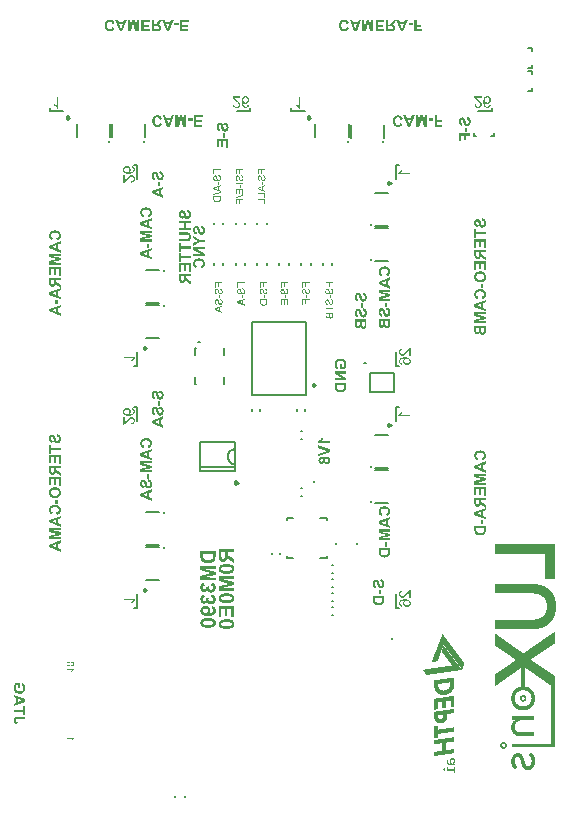
<source format=gbo>
G04*
G04 #@! TF.GenerationSoftware,Altium Limited,Altium Designer,22.3.1 (43)*
G04*
G04 Layer_Color=32896*
%FSLAX44Y44*%
%MOMM*%
G71*
G04*
G04 #@! TF.SameCoordinates,1EA146FA-79B1-4300-8D41-9773874625C2*
G04*
G04*
G04 #@! TF.FilePolarity,Positive*
G04*
G01*
G75*
%ADD10C,0.2540*%
%ADD11C,0.2500*%
%ADD13C,0.2000*%
%ADD16C,0.1270*%
%ADD189C,0.1000*%
%ADD190C,0.1500*%
G36*
X492997Y215950D02*
X485352D01*
Y237889D01*
X442671D01*
Y237956D01*
X442604D01*
Y246000D01*
X492997D01*
Y215950D01*
D02*
G37*
G36*
X475113Y212227D02*
X476111D01*
Y212161D01*
X476776D01*
Y212094D01*
X477374D01*
Y212028D01*
X477839D01*
Y211961D01*
X478305D01*
Y211895D01*
X478703D01*
Y211828D01*
X479036D01*
Y211762D01*
X479368D01*
Y211696D01*
X479701D01*
Y211629D01*
X480033D01*
Y211563D01*
X480299D01*
Y211496D01*
X480565D01*
Y211430D01*
X480831D01*
Y211363D01*
X481097D01*
Y211297D01*
X481363D01*
Y211230D01*
X481562D01*
Y211164D01*
X481762D01*
Y211097D01*
X481961D01*
Y211031D01*
X482161D01*
Y210964D01*
X482426D01*
Y210898D01*
X482626D01*
Y210831D01*
X482759D01*
Y210765D01*
X482958D01*
Y210698D01*
X483158D01*
Y210632D01*
X483291D01*
Y210565D01*
X483490D01*
Y210499D01*
X483623D01*
Y210432D01*
X483756D01*
Y210366D01*
X483956D01*
Y210299D01*
X484089D01*
Y210233D01*
X484221D01*
Y210166D01*
X484355D01*
Y210100D01*
X484554D01*
Y210033D01*
X484687D01*
Y209967D01*
X484753D01*
Y209900D01*
X484886D01*
Y209834D01*
X485019D01*
Y209768D01*
X485152D01*
Y209701D01*
X485285D01*
Y209635D01*
X485418D01*
Y209568D01*
X485551D01*
Y209502D01*
X485684D01*
Y209435D01*
X485751D01*
Y209369D01*
X485883D01*
Y209302D01*
X486017D01*
Y209236D01*
X486083D01*
Y209169D01*
X486216D01*
Y209103D01*
X486349D01*
Y209036D01*
X486415D01*
Y208970D01*
X486548D01*
Y208903D01*
X486615D01*
Y208837D01*
X486748D01*
Y208770D01*
X486814D01*
Y208704D01*
X486947D01*
Y208637D01*
X487014D01*
Y208571D01*
X487147D01*
Y208504D01*
X487213D01*
Y208438D01*
X487280D01*
Y208372D01*
X487413D01*
Y208305D01*
X487479D01*
Y208239D01*
X487612D01*
Y208172D01*
X487678D01*
Y208106D01*
X487745D01*
Y208039D01*
X487812D01*
Y207973D01*
X487944D01*
Y207906D01*
X488011D01*
Y207840D01*
X488077D01*
Y207773D01*
X488144D01*
Y207707D01*
X488277D01*
Y207640D01*
X488343D01*
Y207574D01*
X488410D01*
Y207507D01*
X488476D01*
Y207441D01*
X488543D01*
Y207374D01*
X488609D01*
Y207308D01*
X488676D01*
Y207241D01*
X488742D01*
Y207175D01*
X488809D01*
Y207108D01*
X488942D01*
Y207042D01*
X489008D01*
Y206975D01*
X489075D01*
Y206909D01*
X489141D01*
Y206842D01*
X489208D01*
Y206776D01*
X489274D01*
Y206709D01*
X489341D01*
Y206643D01*
X489407D01*
Y206576D01*
X489473D01*
Y206444D01*
X489540D01*
Y206377D01*
X489607D01*
Y206311D01*
X489673D01*
Y206244D01*
X489739D01*
Y206178D01*
X489806D01*
Y206111D01*
X489872D01*
Y206045D01*
X489939D01*
Y205978D01*
X490005D01*
Y205845D01*
X490072D01*
Y205779D01*
X490138D01*
Y205712D01*
X490205D01*
Y205646D01*
X490271D01*
Y205579D01*
X490338D01*
Y205446D01*
X490404D01*
Y205380D01*
X490471D01*
Y205313D01*
X490537D01*
Y205180D01*
X490604D01*
Y205114D01*
X490670D01*
Y205047D01*
X490737D01*
Y204914D01*
X490803D01*
Y204848D01*
X490870D01*
Y204781D01*
X490936D01*
Y204648D01*
X491003D01*
Y204582D01*
X491069D01*
Y204449D01*
X491136D01*
Y204383D01*
X491202D01*
Y204250D01*
X491269D01*
Y204183D01*
X491335D01*
Y204050D01*
X491401D01*
Y203984D01*
X491468D01*
Y203851D01*
X491534D01*
Y203718D01*
X491601D01*
Y203651D01*
X491667D01*
Y203518D01*
X491734D01*
Y203385D01*
X491800D01*
Y203252D01*
X491867D01*
Y203186D01*
X491933D01*
Y203053D01*
X492000D01*
Y202920D01*
X492066D01*
Y202787D01*
X492133D01*
Y202654D01*
X492199D01*
Y202521D01*
X492266D01*
Y202388D01*
X492332D01*
Y202255D01*
X492399D01*
Y202122D01*
X492465D01*
Y201989D01*
X492532D01*
Y201856D01*
X492598D01*
Y201657D01*
X492665D01*
Y201524D01*
X492731D01*
Y201391D01*
X492798D01*
Y201191D01*
X492864D01*
Y201059D01*
X492930D01*
Y200859D01*
X492997D01*
Y200660D01*
X493064D01*
Y200527D01*
X493130D01*
Y200327D01*
X493196D01*
Y200128D01*
X493263D01*
Y199862D01*
X493330D01*
Y199662D01*
X493396D01*
Y199463D01*
X493462D01*
Y199197D01*
X493529D01*
Y198931D01*
X493595D01*
Y198665D01*
X493662D01*
Y198399D01*
X493728D01*
Y198067D01*
X493795D01*
Y197668D01*
X493861D01*
Y197335D01*
X493928D01*
Y196870D01*
X493994D01*
Y196405D01*
X494061D01*
Y195806D01*
X494127D01*
Y195075D01*
X494194D01*
Y193679D01*
X494260D01*
Y192283D01*
X494194D01*
Y190953D01*
X494127D01*
Y190156D01*
X494061D01*
Y189624D01*
X493994D01*
Y189092D01*
X493928D01*
Y188693D01*
X493861D01*
Y188294D01*
X493795D01*
Y187962D01*
X493728D01*
Y187629D01*
X493662D01*
Y187363D01*
X493595D01*
Y187097D01*
X493529D01*
Y186831D01*
X493462D01*
Y186565D01*
X493396D01*
Y186366D01*
X493330D01*
Y186100D01*
X493263D01*
Y185901D01*
X493196D01*
Y185701D01*
X493130D01*
Y185502D01*
X493064D01*
Y185302D01*
X492997D01*
Y185169D01*
X492930D01*
Y184970D01*
X492864D01*
Y184837D01*
X492798D01*
Y184638D01*
X492731D01*
Y184505D01*
X492665D01*
Y184305D01*
X492598D01*
Y184172D01*
X492532D01*
Y184039D01*
X492465D01*
Y183906D01*
X492399D01*
Y183773D01*
X492332D01*
Y183640D01*
X492266D01*
Y183507D01*
X492199D01*
Y183374D01*
X492133D01*
Y183242D01*
X492066D01*
Y183109D01*
X492000D01*
Y182976D01*
X491933D01*
Y182843D01*
X491867D01*
Y182710D01*
X491800D01*
Y182643D01*
X491734D01*
Y182510D01*
X491667D01*
Y182377D01*
X491601D01*
Y182311D01*
X491534D01*
Y182178D01*
X491468D01*
Y182045D01*
X491401D01*
Y181978D01*
X491335D01*
Y181845D01*
X491269D01*
Y181779D01*
X491202D01*
Y181646D01*
X491136D01*
Y181579D01*
X491069D01*
Y181446D01*
X491003D01*
Y181380D01*
X490936D01*
Y181247D01*
X490870D01*
Y181180D01*
X490803D01*
Y181047D01*
X490737D01*
Y180981D01*
X490670D01*
Y180915D01*
X490604D01*
Y180782D01*
X490537D01*
Y180715D01*
X490471D01*
Y180649D01*
X490404D01*
Y180516D01*
X490338D01*
Y180449D01*
X490271D01*
Y180383D01*
X490205D01*
Y180316D01*
X490138D01*
Y180183D01*
X490072D01*
Y180117D01*
X490005D01*
Y180050D01*
X489939D01*
Y179984D01*
X489872D01*
Y179917D01*
X489806D01*
Y179851D01*
X489739D01*
Y179784D01*
X489673D01*
Y179652D01*
X489607D01*
Y179585D01*
X489540D01*
Y179519D01*
X489473D01*
Y179452D01*
X489407D01*
Y179386D01*
X489341D01*
Y179319D01*
X489274D01*
Y179252D01*
X489208D01*
Y179186D01*
X489141D01*
Y179120D01*
X489075D01*
Y179053D01*
X489008D01*
Y178987D01*
X488942D01*
Y178920D01*
X488875D01*
Y178854D01*
X488809D01*
Y178787D01*
X488742D01*
Y178721D01*
X488609D01*
Y178654D01*
X488543D01*
Y178588D01*
X488476D01*
Y178521D01*
X488410D01*
Y178455D01*
X488343D01*
Y178388D01*
X488277D01*
Y178322D01*
X488210D01*
Y178255D01*
X488077D01*
Y178189D01*
X488011D01*
Y178122D01*
X487944D01*
Y178056D01*
X487878D01*
Y177989D01*
X487745D01*
Y177923D01*
X487678D01*
Y177857D01*
X487612D01*
Y177790D01*
X487479D01*
Y177724D01*
X487413D01*
Y177657D01*
X487346D01*
Y177591D01*
X487213D01*
Y177524D01*
X487147D01*
Y177458D01*
X487014D01*
Y177391D01*
X486947D01*
Y177325D01*
X486881D01*
Y177258D01*
X486748D01*
Y177192D01*
X486681D01*
Y177125D01*
X486548D01*
Y177059D01*
X486482D01*
Y176992D01*
X486349D01*
Y176926D01*
X486216D01*
Y176859D01*
X486149D01*
Y176793D01*
X486017D01*
Y176726D01*
X485883D01*
Y176660D01*
X485817D01*
Y176593D01*
X485684D01*
Y176527D01*
X485551D01*
Y176460D01*
X485418D01*
Y176394D01*
X485352D01*
Y176327D01*
X485219D01*
Y176261D01*
X485086D01*
Y176194D01*
X484953D01*
Y176128D01*
X484820D01*
Y176061D01*
X484687D01*
Y175995D01*
X484554D01*
Y175928D01*
X484421D01*
Y175862D01*
X484288D01*
Y175796D01*
X484089D01*
Y175729D01*
X483956D01*
Y175663D01*
X483823D01*
Y175596D01*
X483690D01*
Y175530D01*
X483490D01*
Y175463D01*
X483357D01*
Y175397D01*
X483158D01*
Y175330D01*
X482958D01*
Y175264D01*
X482825D01*
Y175197D01*
X482626D01*
Y175131D01*
X482426D01*
Y175064D01*
X482227D01*
Y174998D01*
X482028D01*
Y174931D01*
X481828D01*
Y174865D01*
X481629D01*
Y174798D01*
X481363D01*
Y174732D01*
X481163D01*
Y174665D01*
X480897D01*
Y174599D01*
X480631D01*
Y174532D01*
X480366D01*
Y174466D01*
X480100D01*
Y174399D01*
X479767D01*
Y174333D01*
X479435D01*
Y174266D01*
X479102D01*
Y174200D01*
X478770D01*
Y174133D01*
X478371D01*
Y174067D01*
X477972D01*
Y174000D01*
X477440D01*
Y173934D01*
X476908D01*
Y173868D01*
X476244D01*
Y173801D01*
X475379D01*
Y173735D01*
X442604D01*
Y181779D01*
X473651D01*
Y181845D01*
X474781D01*
Y181912D01*
X475446D01*
Y181978D01*
X476044D01*
Y182045D01*
X476443D01*
Y182111D01*
X476842D01*
Y182178D01*
X477241D01*
Y182244D01*
X477640D01*
Y182311D01*
X477906D01*
Y182377D01*
X478238D01*
Y182444D01*
X478504D01*
Y182510D01*
X478703D01*
Y182577D01*
X478969D01*
Y182643D01*
X479169D01*
Y182710D01*
X479368D01*
Y182776D01*
X479634D01*
Y182843D01*
X479767D01*
Y182909D01*
X479967D01*
Y182976D01*
X480166D01*
Y183042D01*
X480299D01*
Y183109D01*
X480432D01*
Y183175D01*
X480631D01*
Y183242D01*
X480765D01*
Y183308D01*
X480897D01*
Y183374D01*
X481030D01*
Y183441D01*
X481163D01*
Y183507D01*
X481296D01*
Y183574D01*
X481429D01*
Y183640D01*
X481562D01*
Y183707D01*
X481695D01*
Y183773D01*
X481762D01*
Y183840D01*
X481895D01*
Y183906D01*
X482028D01*
Y183973D01*
X482094D01*
Y184039D01*
X482227D01*
Y184106D01*
X482294D01*
Y184172D01*
X482426D01*
Y184239D01*
X482493D01*
Y184305D01*
X482626D01*
Y184372D01*
X482692D01*
Y184438D01*
X482825D01*
Y184505D01*
X482892D01*
Y184571D01*
X482958D01*
Y184638D01*
X483091D01*
Y184704D01*
X483158D01*
Y184771D01*
X483224D01*
Y184837D01*
X483291D01*
Y184904D01*
X483357D01*
Y184970D01*
X483424D01*
Y185037D01*
X483490D01*
Y185103D01*
X483623D01*
Y185169D01*
X483690D01*
Y185236D01*
X483756D01*
Y185302D01*
X483823D01*
Y185369D01*
X483889D01*
Y185435D01*
X483956D01*
Y185568D01*
X484022D01*
Y185635D01*
X484089D01*
Y185701D01*
X484155D01*
Y185768D01*
X484221D01*
Y185834D01*
X484288D01*
Y185901D01*
X484355D01*
Y185967D01*
X484421D01*
Y186100D01*
X484487D01*
Y186167D01*
X484554D01*
Y186233D01*
X484620D01*
Y186366D01*
X484687D01*
Y186433D01*
X484753D01*
Y186499D01*
X484820D01*
Y186632D01*
X484886D01*
Y186698D01*
X484953D01*
Y186831D01*
X485019D01*
Y186898D01*
X485086D01*
Y187031D01*
X485152D01*
Y187164D01*
X485219D01*
Y187230D01*
X485285D01*
Y187363D01*
X485352D01*
Y187496D01*
X485418D01*
Y187629D01*
X485485D01*
Y187762D01*
X485551D01*
Y187895D01*
X485618D01*
Y188028D01*
X485684D01*
Y188161D01*
X485751D01*
Y188361D01*
X485817D01*
Y188493D01*
X485883D01*
Y188693D01*
X485950D01*
Y188892D01*
X486017D01*
Y189092D01*
X486083D01*
Y189358D01*
X486149D01*
Y189557D01*
X486216D01*
Y189890D01*
X486282D01*
Y190222D01*
X486349D01*
Y190621D01*
X486415D01*
Y191020D01*
X486482D01*
Y191751D01*
X486548D01*
Y194277D01*
X486482D01*
Y194942D01*
X486415D01*
Y195408D01*
X486349D01*
Y195806D01*
X486282D01*
Y196139D01*
X486216D01*
Y196405D01*
X486149D01*
Y196671D01*
X486083D01*
Y196937D01*
X486017D01*
Y197136D01*
X485950D01*
Y197335D01*
X485883D01*
Y197468D01*
X485817D01*
Y197668D01*
X485751D01*
Y197801D01*
X485684D01*
Y198000D01*
X485618D01*
Y198133D01*
X485551D01*
Y198266D01*
X485485D01*
Y198399D01*
X485418D01*
Y198532D01*
X485352D01*
Y198665D01*
X485285D01*
Y198732D01*
X485219D01*
Y198865D01*
X485152D01*
Y198998D01*
X485086D01*
Y199064D01*
X485019D01*
Y199197D01*
X484953D01*
Y199263D01*
X484886D01*
Y199396D01*
X484820D01*
Y199463D01*
X484753D01*
Y199596D01*
X484687D01*
Y199662D01*
X484620D01*
Y199729D01*
X484554D01*
Y199862D01*
X484487D01*
Y199928D01*
X484421D01*
Y199995D01*
X484355D01*
Y200128D01*
X484288D01*
Y200194D01*
X484221D01*
Y200261D01*
X484155D01*
Y200327D01*
X484089D01*
Y200394D01*
X484022D01*
Y200460D01*
X483956D01*
Y200527D01*
X483889D01*
Y200593D01*
X483823D01*
Y200660D01*
X483756D01*
Y200726D01*
X483690D01*
Y200793D01*
X483623D01*
Y200859D01*
X483557D01*
Y200926D01*
X483490D01*
Y200992D01*
X483424D01*
Y201059D01*
X483357D01*
Y201125D01*
X483291D01*
Y201191D01*
X483224D01*
Y201258D01*
X483091D01*
Y201324D01*
X483025D01*
Y201391D01*
X482958D01*
Y201457D01*
X482892D01*
Y201524D01*
X482759D01*
Y201590D01*
X482692D01*
Y201657D01*
X482626D01*
Y201723D01*
X482493D01*
Y201790D01*
X482426D01*
Y201856D01*
X482294D01*
Y201923D01*
X482227D01*
Y201989D01*
X482094D01*
Y202056D01*
X481961D01*
Y202122D01*
X481895D01*
Y202189D01*
X481762D01*
Y202255D01*
X481629D01*
Y202322D01*
X481496D01*
Y202388D01*
X481429D01*
Y202455D01*
X481296D01*
Y202521D01*
X481163D01*
Y202588D01*
X481030D01*
Y202654D01*
X480897D01*
Y202721D01*
X480698D01*
Y202787D01*
X480565D01*
Y202854D01*
X480432D01*
Y202920D01*
X480233D01*
Y202987D01*
X480100D01*
Y203053D01*
X479900D01*
Y203119D01*
X479767D01*
Y203186D01*
X479568D01*
Y203252D01*
X479368D01*
Y203319D01*
X479169D01*
Y203385D01*
X478903D01*
Y203452D01*
X478703D01*
Y203518D01*
X478438D01*
Y203585D01*
X478172D01*
Y203651D01*
X477839D01*
Y203718D01*
X477573D01*
Y203784D01*
X477174D01*
Y203851D01*
X476776D01*
Y203917D01*
X476377D01*
Y203984D01*
X475911D01*
Y204050D01*
X475313D01*
Y204117D01*
X474582D01*
Y204183D01*
X473186D01*
Y204250D01*
X442604D01*
Y212294D01*
X475113D01*
Y212227D01*
D02*
G37*
G36*
X492997Y161635D02*
X492930D01*
Y161569D01*
X492864D01*
Y161502D01*
X492731D01*
Y161436D01*
X492665D01*
Y161369D01*
X492532D01*
Y161303D01*
X492465D01*
Y161236D01*
X492332D01*
Y161170D01*
X492266D01*
Y161103D01*
X492133D01*
Y161037D01*
X492066D01*
Y160970D01*
X491933D01*
Y160904D01*
X491867D01*
Y160837D01*
X491734D01*
Y160771D01*
X491667D01*
Y160704D01*
X491534D01*
Y160638D01*
X491468D01*
Y160571D01*
X491335D01*
Y160505D01*
X491269D01*
Y160438D01*
X491136D01*
Y160372D01*
X491069D01*
Y160305D01*
X490936D01*
Y160239D01*
X490870D01*
Y160172D01*
X490737D01*
Y160106D01*
X490670D01*
Y160039D01*
X490537D01*
Y159973D01*
X490471D01*
Y159906D01*
X490338D01*
Y159840D01*
X490271D01*
Y159774D01*
X490138D01*
Y159707D01*
X490072D01*
Y159641D01*
X489939D01*
Y159574D01*
X489872D01*
Y159508D01*
X489739D01*
Y159441D01*
X489673D01*
Y159375D01*
X489540D01*
Y159308D01*
X489473D01*
Y159242D01*
X489341D01*
Y159175D01*
X489274D01*
Y159109D01*
X489141D01*
Y159042D01*
X489075D01*
Y158976D01*
X489008D01*
Y158909D01*
X488875D01*
Y158843D01*
X488809D01*
Y158776D01*
X488676D01*
Y158710D01*
X488609D01*
Y158643D01*
X488476D01*
Y158577D01*
X488410D01*
Y158510D01*
X488277D01*
Y158444D01*
X488210D01*
Y158377D01*
X488077D01*
Y158311D01*
X488011D01*
Y158244D01*
X487878D01*
Y158178D01*
X487812D01*
Y158111D01*
X487678D01*
Y158045D01*
X487612D01*
Y157978D01*
X487479D01*
Y157912D01*
X487413D01*
Y157845D01*
X487280D01*
Y157779D01*
X487213D01*
Y157713D01*
X487080D01*
Y157646D01*
X487014D01*
Y157580D01*
X486881D01*
Y157513D01*
X486814D01*
Y157447D01*
X486681D01*
Y157380D01*
X486615D01*
Y157314D01*
X486482D01*
Y157247D01*
X486415D01*
Y157181D01*
X486282D01*
Y157114D01*
X486216D01*
Y157048D01*
X486083D01*
Y156981D01*
X486017D01*
Y156915D01*
X485883D01*
Y156848D01*
X485817D01*
Y156782D01*
X485684D01*
Y156715D01*
X485618D01*
Y156649D01*
X485485D01*
Y156582D01*
X485418D01*
Y156516D01*
X485285D01*
Y156449D01*
X485219D01*
Y156383D01*
X485086D01*
Y156316D01*
X485019D01*
Y156250D01*
X484886D01*
Y156184D01*
X484820D01*
Y156117D01*
X484687D01*
Y156051D01*
X484620D01*
Y155984D01*
X484554D01*
Y155918D01*
X484421D01*
Y155851D01*
X484355D01*
Y155785D01*
X484221D01*
Y155718D01*
X484155D01*
Y155652D01*
X484022D01*
Y155585D01*
X483956D01*
Y155519D01*
X483823D01*
Y155452D01*
X483756D01*
Y155386D01*
X483623D01*
Y155319D01*
X483557D01*
Y155253D01*
X483424D01*
Y155186D01*
X483357D01*
Y155120D01*
X483224D01*
Y155053D01*
X483158D01*
Y154987D01*
X483025D01*
Y154920D01*
X482958D01*
Y154854D01*
X482825D01*
Y154787D01*
X482759D01*
Y154721D01*
X482626D01*
Y154654D01*
X482559D01*
Y154588D01*
X482426D01*
Y154522D01*
X482360D01*
Y154455D01*
X482227D01*
Y154389D01*
X482161D01*
Y154322D01*
X482028D01*
Y154256D01*
X481961D01*
Y154189D01*
X481828D01*
Y154123D01*
X481762D01*
Y154056D01*
X481629D01*
Y153990D01*
X481562D01*
Y153923D01*
X481429D01*
Y153857D01*
X481363D01*
Y153790D01*
X481230D01*
Y153724D01*
X481163D01*
Y153657D01*
X481030D01*
Y153591D01*
X480964D01*
Y153524D01*
X480831D01*
Y153458D01*
X480765D01*
Y153391D01*
X480631D01*
Y153325D01*
X480565D01*
Y153258D01*
X480432D01*
Y153192D01*
X480366D01*
Y153125D01*
X480299D01*
Y153059D01*
X480166D01*
Y152992D01*
X480100D01*
Y152926D01*
X479967D01*
Y152859D01*
X479900D01*
Y152793D01*
X479767D01*
Y152726D01*
X479701D01*
Y152660D01*
X479568D01*
Y152593D01*
X479501D01*
Y152527D01*
X479368D01*
Y152460D01*
X479302D01*
Y152394D01*
X479169D01*
Y152328D01*
X479102D01*
Y152261D01*
X478969D01*
Y152195D01*
X478903D01*
Y152128D01*
X478770D01*
Y152062D01*
X478703D01*
Y151995D01*
X478571D01*
Y151929D01*
X478504D01*
Y151862D01*
X478371D01*
Y151796D01*
X478305D01*
Y151729D01*
X478172D01*
Y151663D01*
X478105D01*
Y151596D01*
X477972D01*
Y151530D01*
X477906D01*
Y151463D01*
X477773D01*
Y151397D01*
X477706D01*
Y151330D01*
X477573D01*
Y151264D01*
X477507D01*
Y151197D01*
X477374D01*
Y151131D01*
X477307D01*
Y151064D01*
X477174D01*
Y150998D01*
X477108D01*
Y150931D01*
X476975D01*
Y150865D01*
X476908D01*
Y150799D01*
X476776D01*
Y150732D01*
X476709D01*
Y150666D01*
X476576D01*
Y150599D01*
X476510D01*
Y150533D01*
X476377D01*
Y150466D01*
X476310D01*
Y150400D01*
X476177D01*
Y150333D01*
X476111D01*
Y150267D01*
X476044D01*
Y150200D01*
X475911D01*
Y150134D01*
X475845D01*
Y150067D01*
X475712D01*
Y150001D01*
X475645D01*
Y149934D01*
X475512D01*
Y149868D01*
X475446D01*
Y149801D01*
X475313D01*
Y149735D01*
X475247D01*
Y149668D01*
X475113D01*
Y149602D01*
X475047D01*
Y149535D01*
X474914D01*
Y149469D01*
X474848D01*
Y149402D01*
X474715D01*
Y149336D01*
X474648D01*
Y149269D01*
X474515D01*
Y149203D01*
X474449D01*
Y149136D01*
X474316D01*
Y149070D01*
X474249D01*
Y149003D01*
X474116D01*
Y148937D01*
X474050D01*
Y148870D01*
X473917D01*
Y148804D01*
X473850D01*
Y148737D01*
X473717D01*
Y148671D01*
X473651D01*
Y148605D01*
X473518D01*
Y148538D01*
X473451D01*
Y148472D01*
X473318D01*
Y148405D01*
X473252D01*
Y148339D01*
X473119D01*
Y148272D01*
X473053D01*
Y148206D01*
X472920D01*
Y148139D01*
X472853D01*
Y148073D01*
X472720D01*
Y147940D01*
X472853D01*
Y147873D01*
X472920D01*
Y147807D01*
X472986D01*
Y147740D01*
X473119D01*
Y147674D01*
X473186D01*
Y147607D01*
X473318D01*
Y147541D01*
X473385D01*
Y147474D01*
X473518D01*
Y147408D01*
X473585D01*
Y147341D01*
X473717D01*
Y147275D01*
X473784D01*
Y147208D01*
X473917D01*
Y147142D01*
X473983D01*
Y147076D01*
X474116D01*
Y147009D01*
X474183D01*
Y146943D01*
X474316D01*
Y146876D01*
X474382D01*
Y146810D01*
X474515D01*
Y146743D01*
X474582D01*
Y146677D01*
X474715D01*
Y146610D01*
X474781D01*
Y146544D01*
X474914D01*
Y146477D01*
X474981D01*
Y146411D01*
X475113D01*
Y146344D01*
X475180D01*
Y146278D01*
X475313D01*
Y146211D01*
X475379D01*
Y146145D01*
X475512D01*
Y146078D01*
X475579D01*
Y146012D01*
X475712D01*
Y145945D01*
X475778D01*
Y145879D01*
X475911D01*
Y145812D01*
X475978D01*
Y145746D01*
X476111D01*
Y145679D01*
X476177D01*
Y145613D01*
X476310D01*
Y145546D01*
X476377D01*
Y145480D01*
X476510D01*
Y145414D01*
X476576D01*
Y145347D01*
X476709D01*
Y145281D01*
X476776D01*
Y145214D01*
X476908D01*
Y145148D01*
X476975D01*
Y145081D01*
X477108D01*
Y145015D01*
X477174D01*
Y144948D01*
X477307D01*
Y144882D01*
X477374D01*
Y144815D01*
X477507D01*
Y144749D01*
X477573D01*
Y144682D01*
X477706D01*
Y144616D01*
X477773D01*
Y144549D01*
X477906D01*
Y144483D01*
X477972D01*
Y144416D01*
X478105D01*
Y144350D01*
X478172D01*
Y144283D01*
X478305D01*
Y144217D01*
X478371D01*
Y144150D01*
X478504D01*
Y144084D01*
X478571D01*
Y144017D01*
X478703D01*
Y143951D01*
X478770D01*
Y143884D01*
X478903D01*
Y143818D01*
X478969D01*
Y143751D01*
X479102D01*
Y143685D01*
X479169D01*
Y143618D01*
X479302D01*
Y143552D01*
X479368D01*
Y143485D01*
X479501D01*
Y143419D01*
X479568D01*
Y143352D01*
X479701D01*
Y143286D01*
X479767D01*
Y143220D01*
X479900D01*
Y143153D01*
X479967D01*
Y143087D01*
X480100D01*
Y143020D01*
X480166D01*
Y142954D01*
X480299D01*
Y142887D01*
X480366D01*
Y142821D01*
X480499D01*
Y142754D01*
X480565D01*
Y142688D01*
X480698D01*
Y142621D01*
X480765D01*
Y142555D01*
X480897D01*
Y142488D01*
X480964D01*
Y142422D01*
X481097D01*
Y142355D01*
X481163D01*
Y142289D01*
X481296D01*
Y142222D01*
X481363D01*
Y142156D01*
X481496D01*
Y142089D01*
X481562D01*
Y142023D01*
X481695D01*
Y141957D01*
X481762D01*
Y141890D01*
X481895D01*
Y141824D01*
X481961D01*
Y141757D01*
X482094D01*
Y141691D01*
X482161D01*
Y141624D01*
X482294D01*
Y141558D01*
X482360D01*
Y141491D01*
X482493D01*
Y141425D01*
X482559D01*
Y141358D01*
X482692D01*
Y141292D01*
X482759D01*
Y141225D01*
X482892D01*
Y141159D01*
X482958D01*
Y141092D01*
X483091D01*
Y141026D01*
X483158D01*
Y140959D01*
X483291D01*
Y140893D01*
X483357D01*
Y140826D01*
X483490D01*
Y140760D01*
X483557D01*
Y140693D01*
X483690D01*
Y140627D01*
X483756D01*
Y140560D01*
X483889D01*
Y140494D01*
X483956D01*
Y140427D01*
X484089D01*
Y140361D01*
X484155D01*
Y140294D01*
X484288D01*
Y140228D01*
X484355D01*
Y140162D01*
X484421D01*
Y140095D01*
X484554D01*
Y140028D01*
X484620D01*
Y139962D01*
X484753D01*
Y139895D01*
X484820D01*
Y139829D01*
X484953D01*
Y139763D01*
X485019D01*
Y139696D01*
X485152D01*
Y139630D01*
X485219D01*
Y139563D01*
X485352D01*
Y139497D01*
X485418D01*
Y139430D01*
X485551D01*
Y139364D01*
X485618D01*
Y139297D01*
X485751D01*
Y139231D01*
X485817D01*
Y139164D01*
X485950D01*
Y139098D01*
X486017D01*
Y139031D01*
X486149D01*
Y138965D01*
X486216D01*
Y138898D01*
X486349D01*
Y138832D01*
X486415D01*
Y138765D01*
X486548D01*
Y138699D01*
X486615D01*
Y138632D01*
X486748D01*
Y138566D01*
X486814D01*
Y138499D01*
X486947D01*
Y138433D01*
X487014D01*
Y138366D01*
X487147D01*
Y138300D01*
X487213D01*
Y138233D01*
X487346D01*
Y138167D01*
X487413D01*
Y138101D01*
X487546D01*
Y138034D01*
X487612D01*
Y137968D01*
X487745D01*
Y137901D01*
X487812D01*
Y137835D01*
X487944D01*
Y137768D01*
X488011D01*
Y137702D01*
X488144D01*
Y137635D01*
X488210D01*
Y137569D01*
X488343D01*
Y137502D01*
X488410D01*
Y137436D01*
X488543D01*
Y137369D01*
X488609D01*
Y137303D01*
X488742D01*
Y137236D01*
X488809D01*
Y137170D01*
X488942D01*
Y137103D01*
X489008D01*
Y137037D01*
X489141D01*
Y136970D01*
X489208D01*
Y136904D01*
X489341D01*
Y136837D01*
X489407D01*
Y136771D01*
X489540D01*
Y136704D01*
X489607D01*
Y136638D01*
X489739D01*
Y136571D01*
X489806D01*
Y136505D01*
X489939D01*
Y136439D01*
X490005D01*
Y136372D01*
X490138D01*
Y136306D01*
X490205D01*
Y136239D01*
X490338D01*
Y136173D01*
X490404D01*
Y136106D01*
X490537D01*
Y136040D01*
X490604D01*
Y135973D01*
X490737D01*
Y135907D01*
X490803D01*
Y135840D01*
X490936D01*
Y135774D01*
X491003D01*
Y135707D01*
X491136D01*
Y135641D01*
X491202D01*
Y135574D01*
X491335D01*
Y135508D01*
X491401D01*
Y135441D01*
X491534D01*
Y135375D01*
X491601D01*
Y135308D01*
X491734D01*
Y135242D01*
X491800D01*
Y135175D01*
X491933D01*
Y135109D01*
X492000D01*
Y135042D01*
X492133D01*
Y134976D01*
X492199D01*
Y134909D01*
X492332D01*
Y134843D01*
X492399D01*
Y134776D01*
X492532D01*
Y134710D01*
X492598D01*
Y134643D01*
X492731D01*
Y134577D01*
X492798D01*
Y134510D01*
X492930D01*
Y134444D01*
X492997D01*
Y73879D01*
X456898D01*
Y77004D01*
X489872D01*
Y126134D01*
X489806D01*
Y126200D01*
X489739D01*
Y126267D01*
X489607D01*
Y126333D01*
X489540D01*
Y126400D01*
X489473D01*
Y126466D01*
X489341D01*
Y126533D01*
X489274D01*
Y126599D01*
X489141D01*
Y126666D01*
X489075D01*
Y126732D01*
X488942D01*
Y126799D01*
X488875D01*
Y126865D01*
X488809D01*
Y126932D01*
X488676D01*
Y126998D01*
X488609D01*
Y127065D01*
X488476D01*
Y127131D01*
X488410D01*
Y127198D01*
X488277D01*
Y127264D01*
X488210D01*
Y127331D01*
X488144D01*
Y127397D01*
X488011D01*
Y127464D01*
X487944D01*
Y127530D01*
X487812D01*
Y127596D01*
X487745D01*
Y127663D01*
X487612D01*
Y127729D01*
X487546D01*
Y127796D01*
X487413D01*
Y127862D01*
X487346D01*
Y127929D01*
X487280D01*
Y127995D01*
X487147D01*
Y128062D01*
X487080D01*
Y128128D01*
X486947D01*
Y128195D01*
X486881D01*
Y128261D01*
X486748D01*
Y128328D01*
X486681D01*
Y128394D01*
X486615D01*
Y128461D01*
X486482D01*
Y128527D01*
X486415D01*
Y128594D01*
X486282D01*
Y128660D01*
X486216D01*
Y128727D01*
X486083D01*
Y128793D01*
X486017D01*
Y128860D01*
X485950D01*
Y128926D01*
X485817D01*
Y128993D01*
X485751D01*
Y129059D01*
X485618D01*
Y129125D01*
X485551D01*
Y129192D01*
X485418D01*
Y129258D01*
X485352D01*
Y129325D01*
X485285D01*
Y129391D01*
X485152D01*
Y129458D01*
X485086D01*
Y129524D01*
X484953D01*
Y129591D01*
X484886D01*
Y129657D01*
X484753D01*
Y129724D01*
X484687D01*
Y129790D01*
X484620D01*
Y129857D01*
X484487D01*
Y129923D01*
X484421D01*
Y129990D01*
X484288D01*
Y130056D01*
X484221D01*
Y130123D01*
X484089D01*
Y130189D01*
X484022D01*
Y130256D01*
X483956D01*
Y130322D01*
X483823D01*
Y130389D01*
X483756D01*
Y130455D01*
X483623D01*
Y130522D01*
X483557D01*
Y130588D01*
X483424D01*
Y130655D01*
X483357D01*
Y130721D01*
X483291D01*
Y130788D01*
X483158D01*
Y130854D01*
X483091D01*
Y130920D01*
X482958D01*
Y130987D01*
X482892D01*
Y131053D01*
X482759D01*
Y131120D01*
X482692D01*
Y131186D01*
X482626D01*
Y131253D01*
X482493D01*
Y131319D01*
X482426D01*
Y131386D01*
X482294D01*
Y131452D01*
X482227D01*
Y131519D01*
X482094D01*
Y131585D01*
X482028D01*
Y131652D01*
X481961D01*
Y131718D01*
X481828D01*
Y131785D01*
X481762D01*
Y131851D01*
X481629D01*
Y131918D01*
X481562D01*
Y131984D01*
X481429D01*
Y132051D01*
X481363D01*
Y132117D01*
X481296D01*
Y132184D01*
X481163D01*
Y132250D01*
X481097D01*
Y132317D01*
X480964D01*
Y132383D01*
X480897D01*
Y132450D01*
X480765D01*
Y132516D01*
X480698D01*
Y132583D01*
X480631D01*
Y132649D01*
X480499D01*
Y132716D01*
X480432D01*
Y132782D01*
X480299D01*
Y132849D01*
X480233D01*
Y132915D01*
X480100D01*
Y132981D01*
X480033D01*
Y133048D01*
X479967D01*
Y133114D01*
X479834D01*
Y133181D01*
X479767D01*
Y133247D01*
X479634D01*
Y133314D01*
X479568D01*
Y133380D01*
X479435D01*
Y133447D01*
X479368D01*
Y133513D01*
X479302D01*
Y133580D01*
X479169D01*
Y133646D01*
X479102D01*
Y133713D01*
X478969D01*
Y133779D01*
X478903D01*
Y133846D01*
X478770D01*
Y133912D01*
X478703D01*
Y133979D01*
X478637D01*
Y134045D01*
X478504D01*
Y134112D01*
X478438D01*
Y134178D01*
X478305D01*
Y134245D01*
X478238D01*
Y134311D01*
X478105D01*
Y134378D01*
X478039D01*
Y134444D01*
X477972D01*
Y134510D01*
X477839D01*
Y134577D01*
X477773D01*
Y134643D01*
X477640D01*
Y134710D01*
X477573D01*
Y134776D01*
X477440D01*
Y134843D01*
X477374D01*
Y134909D01*
X477307D01*
Y134976D01*
X477174D01*
Y135042D01*
X477108D01*
Y135109D01*
X476975D01*
Y135175D01*
X476908D01*
Y135242D01*
X476776D01*
Y135308D01*
X476709D01*
Y135375D01*
X476643D01*
Y135441D01*
X476510D01*
Y135508D01*
X476443D01*
Y135574D01*
X476310D01*
Y135641D01*
X476244D01*
Y135707D01*
X476111D01*
Y135774D01*
X476044D01*
Y135840D01*
X475978D01*
Y135907D01*
X475845D01*
Y135973D01*
X475778D01*
Y136040D01*
X475645D01*
Y136106D01*
X475579D01*
Y136173D01*
X475446D01*
Y136239D01*
X475379D01*
Y136306D01*
X475313D01*
Y136372D01*
X475180D01*
Y136439D01*
X475113D01*
Y136505D01*
X474981D01*
Y136571D01*
X474914D01*
Y136638D01*
X474781D01*
Y136704D01*
X474715D01*
Y136771D01*
X474648D01*
Y136837D01*
X474515D01*
Y136904D01*
X474449D01*
Y136970D01*
X474316D01*
Y137037D01*
X474249D01*
Y137103D01*
X474116D01*
Y137170D01*
X474050D01*
Y137236D01*
X473983D01*
Y137303D01*
X473850D01*
Y137369D01*
X473784D01*
Y137436D01*
X473651D01*
Y137502D01*
X473585D01*
Y137569D01*
X473451D01*
Y137635D01*
X473385D01*
Y137702D01*
X473318D01*
Y137768D01*
X473186D01*
Y137835D01*
X473119D01*
Y137901D01*
X472986D01*
Y137968D01*
X472920D01*
Y138034D01*
X472787D01*
Y138101D01*
X472720D01*
Y138167D01*
X472654D01*
Y138233D01*
X472521D01*
Y138300D01*
X472454D01*
Y138366D01*
X472321D01*
Y138433D01*
X472255D01*
Y138499D01*
X472122D01*
Y138566D01*
X472055D01*
Y138632D01*
X471989D01*
Y138699D01*
X471856D01*
Y138765D01*
X471790D01*
Y138832D01*
X471656D01*
Y138898D01*
X471590D01*
Y138965D01*
X471457D01*
Y139031D01*
X471390D01*
Y139098D01*
X471324D01*
Y139164D01*
X471191D01*
Y139231D01*
X471125D01*
Y139297D01*
X470992D01*
Y139364D01*
X470925D01*
Y139430D01*
X470792D01*
Y139497D01*
X470726D01*
Y139563D01*
X470659D01*
Y139630D01*
X470526D01*
Y139696D01*
X470460D01*
Y139763D01*
X470327D01*
Y139829D01*
X470260D01*
Y139895D01*
X470127D01*
Y139962D01*
X470061D01*
Y140028D01*
X469995D01*
Y140095D01*
X469861D01*
Y140162D01*
X469795D01*
Y140228D01*
X469662D01*
Y140294D01*
X469596D01*
Y140361D01*
X469463D01*
Y140427D01*
X469396D01*
Y140494D01*
X469330D01*
Y140560D01*
X469197D01*
Y140627D01*
X469130D01*
Y140693D01*
X468997D01*
Y140760D01*
X468931D01*
Y140826D01*
X468798D01*
Y140893D01*
X468731D01*
Y140959D01*
X468665D01*
Y141026D01*
X468532D01*
Y141092D01*
X468465D01*
Y141159D01*
X468332D01*
Y141225D01*
X468266D01*
Y141292D01*
X468133D01*
Y141358D01*
X468000D01*
Y125402D01*
X468266D01*
Y125336D01*
X468665D01*
Y125270D01*
X468997D01*
Y125203D01*
X469263D01*
Y125137D01*
X469529D01*
Y125070D01*
X469729D01*
Y125004D01*
X469928D01*
Y124937D01*
X470127D01*
Y124871D01*
X470327D01*
Y124804D01*
X470460D01*
Y124738D01*
X470659D01*
Y124671D01*
X470792D01*
Y124605D01*
X470925D01*
Y124538D01*
X471058D01*
Y124472D01*
X471191D01*
Y124405D01*
X471324D01*
Y124339D01*
X471457D01*
Y124272D01*
X471590D01*
Y124206D01*
X471656D01*
Y124139D01*
X471790D01*
Y124073D01*
X471922D01*
Y124006D01*
X471989D01*
Y123940D01*
X472122D01*
Y123874D01*
X472188D01*
Y123807D01*
X472321D01*
Y123741D01*
X472388D01*
Y123674D01*
X472521D01*
Y123608D01*
X472587D01*
Y123541D01*
X472720D01*
Y123475D01*
X472787D01*
Y123408D01*
X472853D01*
Y123342D01*
X472920D01*
Y123275D01*
X472986D01*
Y123209D01*
X473119D01*
Y123142D01*
X473186D01*
Y123076D01*
X473252D01*
Y123009D01*
X473318D01*
Y122943D01*
X473385D01*
Y122876D01*
X473451D01*
Y122810D01*
X473518D01*
Y122743D01*
X473585D01*
Y122677D01*
X473717D01*
Y122544D01*
X473784D01*
Y122477D01*
X473850D01*
Y122411D01*
X473917D01*
Y122344D01*
X473983D01*
Y122278D01*
X474050D01*
Y122211D01*
X474116D01*
Y122145D01*
X474183D01*
Y122079D01*
X474249D01*
Y121945D01*
X474316D01*
Y121879D01*
X474382D01*
Y121812D01*
X474449D01*
Y121746D01*
X474515D01*
Y121613D01*
X474582D01*
Y121547D01*
X474648D01*
Y121480D01*
X474715D01*
Y121347D01*
X474781D01*
Y121214D01*
X474848D01*
Y121148D01*
X474914D01*
Y121015D01*
X474981D01*
Y120948D01*
X475047D01*
Y120815D01*
X475113D01*
Y120749D01*
X475180D01*
Y120616D01*
X475247D01*
Y120483D01*
X475313D01*
Y120350D01*
X475379D01*
Y120217D01*
X475446D01*
Y120084D01*
X475512D01*
Y119951D01*
X475579D01*
Y119818D01*
X475645D01*
Y119619D01*
X475712D01*
Y119486D01*
X475778D01*
Y119286D01*
X475845D01*
Y119087D01*
X475911D01*
Y118887D01*
X475978D01*
Y118688D01*
X476044D01*
Y118489D01*
X476111D01*
Y118223D01*
X476177D01*
Y118023D01*
X476244D01*
Y117691D01*
X476310D01*
Y117292D01*
X476377D01*
Y116959D01*
X476443D01*
Y116162D01*
X476510D01*
Y114367D01*
X476443D01*
Y113635D01*
X476377D01*
Y113303D01*
X476310D01*
Y112904D01*
X476244D01*
Y112572D01*
X476177D01*
Y112306D01*
X476111D01*
Y112106D01*
X476044D01*
Y111840D01*
X475978D01*
Y111641D01*
X475911D01*
Y111441D01*
X475845D01*
Y111308D01*
X475778D01*
Y111109D01*
X475712D01*
Y110976D01*
X475645D01*
Y110777D01*
X475579D01*
Y110644D01*
X475512D01*
Y110511D01*
X475446D01*
Y110378D01*
X475379D01*
Y110245D01*
X475313D01*
Y110112D01*
X475247D01*
Y109979D01*
X475180D01*
Y109846D01*
X475113D01*
Y109779D01*
X475047D01*
Y109646D01*
X474981D01*
Y109513D01*
X474914D01*
Y109447D01*
X474848D01*
Y109314D01*
X474781D01*
Y109248D01*
X474715D01*
Y109115D01*
X474648D01*
Y109048D01*
X474582D01*
Y108915D01*
X474515D01*
Y108849D01*
X474449D01*
Y108782D01*
X474382D01*
Y108716D01*
X474316D01*
Y108583D01*
X474249D01*
Y108516D01*
X474183D01*
Y108450D01*
X474116D01*
Y108383D01*
X474050D01*
Y108250D01*
X473983D01*
Y108184D01*
X473917D01*
Y108117D01*
X473850D01*
Y108051D01*
X473784D01*
Y107984D01*
X473717D01*
Y107918D01*
X473651D01*
Y107851D01*
X473585D01*
Y107785D01*
X473518D01*
Y107718D01*
X473451D01*
Y107652D01*
X473385D01*
Y107585D01*
X473252D01*
Y107519D01*
X473186D01*
Y107452D01*
X473119D01*
Y107386D01*
X473053D01*
Y107320D01*
X472986D01*
Y107253D01*
X472853D01*
Y107187D01*
X472787D01*
Y107120D01*
X472720D01*
Y107054D01*
X472654D01*
Y106987D01*
X472521D01*
Y106921D01*
X472454D01*
Y106854D01*
X472321D01*
Y106788D01*
X472255D01*
Y106721D01*
X472122D01*
Y106655D01*
X472055D01*
Y106588D01*
X471922D01*
Y106522D01*
X471856D01*
Y106455D01*
X471723D01*
Y106389D01*
X471590D01*
Y106322D01*
X471457D01*
Y106256D01*
X471324D01*
Y106189D01*
X471191D01*
Y106123D01*
X471125D01*
Y106056D01*
X470992D01*
Y105990D01*
X470792D01*
Y105924D01*
X470659D01*
Y105857D01*
X470526D01*
Y105791D01*
X470327D01*
Y105724D01*
X470194D01*
Y105658D01*
X469995D01*
Y105591D01*
X469795D01*
Y105525D01*
X469596D01*
Y105458D01*
X469330D01*
Y105392D01*
X469064D01*
Y105325D01*
X468798D01*
Y105259D01*
X468399D01*
Y105192D01*
X468000D01*
Y105126D01*
X467269D01*
Y105059D01*
X465607D01*
Y105126D01*
X464942D01*
Y105192D01*
X464476D01*
Y105259D01*
X464144D01*
Y105325D01*
X463812D01*
Y105392D01*
X463546D01*
Y105458D01*
X463346D01*
Y105525D01*
X463080D01*
Y105591D01*
X462881D01*
Y105658D01*
X462748D01*
Y105724D01*
X462549D01*
Y105791D01*
X462416D01*
Y105857D01*
X462216D01*
Y105924D01*
X462083D01*
Y105990D01*
X461950D01*
Y106056D01*
X461817D01*
Y106123D01*
X461684D01*
Y106189D01*
X461551D01*
Y106256D01*
X461418D01*
Y106322D01*
X461285D01*
Y106389D01*
X461152D01*
Y106455D01*
X461086D01*
Y106522D01*
X460953D01*
Y106588D01*
X460886D01*
Y106655D01*
X460754D01*
Y106721D01*
X460687D01*
Y106788D01*
X460554D01*
Y106854D01*
X460488D01*
Y106921D01*
X460355D01*
Y106987D01*
X460288D01*
Y107054D01*
X460155D01*
Y107120D01*
X460089D01*
Y107187D01*
X460022D01*
Y107253D01*
X459956D01*
Y107320D01*
X459889D01*
Y107386D01*
X459756D01*
Y107452D01*
X459690D01*
Y107519D01*
X459623D01*
Y107585D01*
X459557D01*
Y107652D01*
X459490D01*
Y107718D01*
X459424D01*
Y107785D01*
X459357D01*
Y107851D01*
X459291D01*
Y107918D01*
X459225D01*
Y107984D01*
X459158D01*
Y108051D01*
X459091D01*
Y108117D01*
X459025D01*
Y108184D01*
X458959D01*
Y108250D01*
X458892D01*
Y108317D01*
X458825D01*
Y108383D01*
X458759D01*
Y108450D01*
X458693D01*
Y108583D01*
X458626D01*
Y108649D01*
X458560D01*
Y108716D01*
X458493D01*
Y108782D01*
X458427D01*
Y108915D01*
X458360D01*
Y108982D01*
X458294D01*
Y109048D01*
X458227D01*
Y109181D01*
X458161D01*
Y109248D01*
X458094D01*
Y109381D01*
X458028D01*
Y109447D01*
X457961D01*
Y109580D01*
X457895D01*
Y109713D01*
X457828D01*
Y109779D01*
X457762D01*
Y109912D01*
X457695D01*
Y110045D01*
X457629D01*
Y110178D01*
X457562D01*
Y110311D01*
X457496D01*
Y110444D01*
X457429D01*
Y110577D01*
X457363D01*
Y110710D01*
X457296D01*
Y110843D01*
X457230D01*
Y110976D01*
X457164D01*
Y111175D01*
X457097D01*
Y111375D01*
X457030D01*
Y111508D01*
X456964D01*
Y111707D01*
X456898D01*
Y111907D01*
X456831D01*
Y112173D01*
X456765D01*
Y112439D01*
X456698D01*
Y112638D01*
X456632D01*
Y113037D01*
X456565D01*
Y113436D01*
X456499D01*
Y113901D01*
X456432D01*
Y114633D01*
X456366D01*
Y115896D01*
X456432D01*
Y116693D01*
X456499D01*
Y117159D01*
X456565D01*
Y117558D01*
X456632D01*
Y117890D01*
X456698D01*
Y118156D01*
X456765D01*
Y118422D01*
X456831D01*
Y118621D01*
X456898D01*
Y118821D01*
X456964D01*
Y119020D01*
X457030D01*
Y119220D01*
X457097D01*
Y119419D01*
X457164D01*
Y119552D01*
X457230D01*
Y119752D01*
X457296D01*
Y119885D01*
X457363D01*
Y120018D01*
X457429D01*
Y120150D01*
X457496D01*
Y120283D01*
X457562D01*
Y120416D01*
X457629D01*
Y120549D01*
X457695D01*
Y120682D01*
X457762D01*
Y120815D01*
X457828D01*
Y120882D01*
X457895D01*
Y121015D01*
X457961D01*
Y121081D01*
X458028D01*
Y121214D01*
X458094D01*
Y121281D01*
X458161D01*
Y121414D01*
X458227D01*
Y121547D01*
X458294D01*
Y121613D01*
X458360D01*
Y121680D01*
X458427D01*
Y121746D01*
X458493D01*
Y121879D01*
X458560D01*
Y121945D01*
X458626D01*
Y122012D01*
X458693D01*
Y122079D01*
X458759D01*
Y122211D01*
X458825D01*
Y122278D01*
X458892D01*
Y122344D01*
X458959D01*
Y122411D01*
X459025D01*
Y122477D01*
X459091D01*
Y122544D01*
X459158D01*
Y122610D01*
X459225D01*
Y122677D01*
X459291D01*
Y122743D01*
X459357D01*
Y122810D01*
X459424D01*
Y122876D01*
X459490D01*
Y122943D01*
X459557D01*
Y123009D01*
X459623D01*
Y123076D01*
X459690D01*
Y123142D01*
X459823D01*
Y123209D01*
X459889D01*
Y123275D01*
X459956D01*
Y123342D01*
X460022D01*
Y123408D01*
X460089D01*
Y123475D01*
X460222D01*
Y123541D01*
X460288D01*
Y123608D01*
X460355D01*
Y123674D01*
X460488D01*
Y123741D01*
X460554D01*
Y123807D01*
X460687D01*
Y123874D01*
X460754D01*
Y123940D01*
X460886D01*
Y124006D01*
X460953D01*
Y124073D01*
X461086D01*
Y124139D01*
X461219D01*
Y124206D01*
X461352D01*
Y124272D01*
X461485D01*
Y124339D01*
X461551D01*
Y124405D01*
X461684D01*
Y124472D01*
X461817D01*
Y124538D01*
X461950D01*
Y124605D01*
X462150D01*
Y124671D01*
X462283D01*
Y124738D01*
X462416D01*
Y124804D01*
X462615D01*
Y124871D01*
X462748D01*
Y124937D01*
X462947D01*
Y125004D01*
X463147D01*
Y125070D01*
X463413D01*
Y125137D01*
X463679D01*
Y125203D01*
X463945D01*
Y125270D01*
X464277D01*
Y125336D01*
X464609D01*
Y125402D01*
X464875D01*
Y141225D01*
X464742D01*
Y141159D01*
X464676D01*
Y141092D01*
X464543D01*
Y141026D01*
X464476D01*
Y140959D01*
X464410D01*
Y140893D01*
X464277D01*
Y140826D01*
X464211D01*
Y140760D01*
X464078D01*
Y140693D01*
X464011D01*
Y140627D01*
X463945D01*
Y140560D01*
X463812D01*
Y140494D01*
X463745D01*
Y140427D01*
X463612D01*
Y140361D01*
X463546D01*
Y140294D01*
X463413D01*
Y140228D01*
X463346D01*
Y140162D01*
X463280D01*
Y140095D01*
X463147D01*
Y140028D01*
X463080D01*
Y139962D01*
X462947D01*
Y139895D01*
X462881D01*
Y139829D01*
X462814D01*
Y139763D01*
X462682D01*
Y139696D01*
X462615D01*
Y139630D01*
X462482D01*
Y139563D01*
X462416D01*
Y139497D01*
X462349D01*
Y139430D01*
X462216D01*
Y139364D01*
X462150D01*
Y139297D01*
X462017D01*
Y139231D01*
X461950D01*
Y139164D01*
X461884D01*
Y139098D01*
X461751D01*
Y139031D01*
X461684D01*
Y138965D01*
X461551D01*
Y138898D01*
X461485D01*
Y138832D01*
X461352D01*
Y138765D01*
X461285D01*
Y138699D01*
X461219D01*
Y138632D01*
X461086D01*
Y138566D01*
X461019D01*
Y138499D01*
X460886D01*
Y138433D01*
X460820D01*
Y138366D01*
X460754D01*
Y138300D01*
X460621D01*
Y138233D01*
X460554D01*
Y138167D01*
X460421D01*
Y138101D01*
X460355D01*
Y138034D01*
X460288D01*
Y137968D01*
X460155D01*
Y137901D01*
X460089D01*
Y137835D01*
X459956D01*
Y137768D01*
X459889D01*
Y137702D01*
X459823D01*
Y137635D01*
X459690D01*
Y137569D01*
X459623D01*
Y137502D01*
X459490D01*
Y137436D01*
X459424D01*
Y137369D01*
X459357D01*
Y137303D01*
X459225D01*
Y137236D01*
X459158D01*
Y137170D01*
X459025D01*
Y137103D01*
X458959D01*
Y137037D01*
X458825D01*
Y136970D01*
X458759D01*
Y136904D01*
X458693D01*
Y136837D01*
X458560D01*
Y136771D01*
X458493D01*
Y136704D01*
X458360D01*
Y136638D01*
X458294D01*
Y136571D01*
X458227D01*
Y136505D01*
X458094D01*
Y136439D01*
X458028D01*
Y136372D01*
X457895D01*
Y136306D01*
X457828D01*
Y136239D01*
X457762D01*
Y136173D01*
X457629D01*
Y136106D01*
X457562D01*
Y136040D01*
X457429D01*
Y135973D01*
X457363D01*
Y135907D01*
X457296D01*
Y135840D01*
X457164D01*
Y135774D01*
X457097D01*
Y135707D01*
X456964D01*
Y135641D01*
X456898D01*
Y135574D01*
X456831D01*
Y135508D01*
X456698D01*
Y135441D01*
X456632D01*
Y135375D01*
X456499D01*
Y135308D01*
X456432D01*
Y135242D01*
X456299D01*
Y135175D01*
X456233D01*
Y135109D01*
X456166D01*
Y135042D01*
X456033D01*
Y134976D01*
X455967D01*
Y134909D01*
X455834D01*
Y134843D01*
X455767D01*
Y134776D01*
X455701D01*
Y134710D01*
X455568D01*
Y134643D01*
X455502D01*
Y134577D01*
X455368D01*
Y134510D01*
X455302D01*
Y134444D01*
X455236D01*
Y134378D01*
X455103D01*
Y134311D01*
X455036D01*
Y134245D01*
X454903D01*
Y134178D01*
X454837D01*
Y134112D01*
X454770D01*
Y134045D01*
X454637D01*
Y133979D01*
X454571D01*
Y133912D01*
X454438D01*
Y133846D01*
X454371D01*
Y133779D01*
X454238D01*
Y133713D01*
X454172D01*
Y133646D01*
X454105D01*
Y133580D01*
X453972D01*
Y133513D01*
X453906D01*
Y133447D01*
X453773D01*
Y133380D01*
X453707D01*
Y133314D01*
X453640D01*
Y133247D01*
X453507D01*
Y133181D01*
X453441D01*
Y133114D01*
X453308D01*
Y133048D01*
X453241D01*
Y132981D01*
X453175D01*
Y132915D01*
X453042D01*
Y132849D01*
X452975D01*
Y132782D01*
X452842D01*
Y132716D01*
X452776D01*
Y132649D01*
X452709D01*
Y132583D01*
X452576D01*
Y132516D01*
X452510D01*
Y132450D01*
X452377D01*
Y132383D01*
X452310D01*
Y132317D01*
X452244D01*
Y132250D01*
X452111D01*
Y132184D01*
X452044D01*
Y132117D01*
X451912D01*
Y132051D01*
X451845D01*
Y131984D01*
X451712D01*
Y131918D01*
X451646D01*
Y131851D01*
X451579D01*
Y131785D01*
X451446D01*
Y131718D01*
X451380D01*
Y131652D01*
X451247D01*
Y131585D01*
X451180D01*
Y131519D01*
X451114D01*
Y131452D01*
X450981D01*
Y131386D01*
X450914D01*
Y131319D01*
X450781D01*
Y131253D01*
X450715D01*
Y131186D01*
X450648D01*
Y131120D01*
X450515D01*
Y131053D01*
X450449D01*
Y130987D01*
X450316D01*
Y130920D01*
X450249D01*
Y130854D01*
X450183D01*
Y130788D01*
X450050D01*
Y130721D01*
X449983D01*
Y130655D01*
X449851D01*
Y130588D01*
X449784D01*
Y130522D01*
X449718D01*
Y130455D01*
X449585D01*
Y130389D01*
X449518D01*
Y130322D01*
X449385D01*
Y130256D01*
X449319D01*
Y130189D01*
X449186D01*
Y130123D01*
X449119D01*
Y130056D01*
X449053D01*
Y129990D01*
X448920D01*
Y129923D01*
X448853D01*
Y129857D01*
X448720D01*
Y129790D01*
X448654D01*
Y129724D01*
X448587D01*
Y129657D01*
X448454D01*
Y129591D01*
X448388D01*
Y129524D01*
X448255D01*
Y129458D01*
X448189D01*
Y129391D01*
X448122D01*
Y129325D01*
X447989D01*
Y129258D01*
X447923D01*
Y129192D01*
X447790D01*
Y129125D01*
X447723D01*
Y129059D01*
X447657D01*
Y128993D01*
X447524D01*
Y128926D01*
X447457D01*
Y128860D01*
X447324D01*
Y128793D01*
X447258D01*
Y128727D01*
X447191D01*
Y128660D01*
X447058D01*
Y128594D01*
X446992D01*
Y128527D01*
X446859D01*
Y128461D01*
X446792D01*
Y128394D01*
X446659D01*
Y128328D01*
X446593D01*
Y128261D01*
X446526D01*
Y128195D01*
X446394D01*
Y128128D01*
X446327D01*
Y128062D01*
X446194D01*
Y127995D01*
X446128D01*
Y127929D01*
X446061D01*
Y127862D01*
X445928D01*
Y127796D01*
X445862D01*
Y127729D01*
X445729D01*
Y127663D01*
X445662D01*
Y127596D01*
X445596D01*
Y127530D01*
X445463D01*
Y127464D01*
X445396D01*
Y127397D01*
X445263D01*
Y127331D01*
X445197D01*
Y127264D01*
X445130D01*
Y127198D01*
X444997D01*
Y127131D01*
X444931D01*
Y127065D01*
X444798D01*
Y126998D01*
X444731D01*
Y126932D01*
X444599D01*
Y126865D01*
X444532D01*
Y126799D01*
X444466D01*
Y126732D01*
X444333D01*
Y126666D01*
X444266D01*
Y126599D01*
X444133D01*
Y126533D01*
X444067D01*
Y126466D01*
X444000D01*
Y126400D01*
X443867D01*
Y126333D01*
X443801D01*
Y126267D01*
X443668D01*
Y126200D01*
X443601D01*
Y126134D01*
X443535D01*
Y126067D01*
X443402D01*
Y126001D01*
X443335D01*
Y125934D01*
X443202D01*
Y125868D01*
X443136D01*
Y125801D01*
X443069D01*
Y125735D01*
X442937D01*
Y125668D01*
X442870D01*
Y125602D01*
X442737D01*
Y125535D01*
X442671D01*
Y125469D01*
X442604D01*
Y135574D01*
X442737D01*
Y135641D01*
X442803D01*
Y135707D01*
X442937D01*
Y135774D01*
X443003D01*
Y135840D01*
X443136D01*
Y135907D01*
X443202D01*
Y135973D01*
X443269D01*
Y136040D01*
X443402D01*
Y136106D01*
X443468D01*
Y136173D01*
X443601D01*
Y136239D01*
X443668D01*
Y136306D01*
X443801D01*
Y136372D01*
X443867D01*
Y136439D01*
X444000D01*
Y136505D01*
X444067D01*
Y136571D01*
X444200D01*
Y136638D01*
X444266D01*
Y136704D01*
X444399D01*
Y136771D01*
X444466D01*
Y136837D01*
X444599D01*
Y136904D01*
X444665D01*
Y136970D01*
X444731D01*
Y137037D01*
X444865D01*
Y137103D01*
X444931D01*
Y137170D01*
X445064D01*
Y137236D01*
X445130D01*
Y137303D01*
X445263D01*
Y137369D01*
X445330D01*
Y137436D01*
X445463D01*
Y137502D01*
X445529D01*
Y137569D01*
X445662D01*
Y137635D01*
X445729D01*
Y137702D01*
X445862D01*
Y137768D01*
X445928D01*
Y137835D01*
X446061D01*
Y137901D01*
X446128D01*
Y137968D01*
X446194D01*
Y138034D01*
X446327D01*
Y138101D01*
X446394D01*
Y138167D01*
X446526D01*
Y138233D01*
X446593D01*
Y138300D01*
X446726D01*
Y138366D01*
X446792D01*
Y138433D01*
X446925D01*
Y138499D01*
X446992D01*
Y138566D01*
X447125D01*
Y138632D01*
X447191D01*
Y138699D01*
X447324D01*
Y138765D01*
X447391D01*
Y138832D01*
X447524D01*
Y138898D01*
X447590D01*
Y138965D01*
X447657D01*
Y139031D01*
X447790D01*
Y139098D01*
X447856D01*
Y139164D01*
X447989D01*
Y139231D01*
X448056D01*
Y139297D01*
X448189D01*
Y139364D01*
X448255D01*
Y139430D01*
X448388D01*
Y139497D01*
X448454D01*
Y139563D01*
X448587D01*
Y139630D01*
X448654D01*
Y139696D01*
X448787D01*
Y139763D01*
X448853D01*
Y139829D01*
X448986D01*
Y139895D01*
X449053D01*
Y139962D01*
X449119D01*
Y140028D01*
X449252D01*
Y140095D01*
X449319D01*
Y140162D01*
X449452D01*
Y140228D01*
X449518D01*
Y140294D01*
X449651D01*
Y140361D01*
X449718D01*
Y140427D01*
X449851D01*
Y140494D01*
X449917D01*
Y140560D01*
X450050D01*
Y140627D01*
X450117D01*
Y140693D01*
X450249D01*
Y140760D01*
X450316D01*
Y140826D01*
X450449D01*
Y140893D01*
X450515D01*
Y140959D01*
X450582D01*
Y141026D01*
X450715D01*
Y141092D01*
X450781D01*
Y141159D01*
X450914D01*
Y141225D01*
X450981D01*
Y141292D01*
X451114D01*
Y141358D01*
X451180D01*
Y141425D01*
X451313D01*
Y141491D01*
X451380D01*
Y141558D01*
X451513D01*
Y141624D01*
X451579D01*
Y141691D01*
X451712D01*
Y141757D01*
X451778D01*
Y141824D01*
X451912D01*
Y141890D01*
X451978D01*
Y141957D01*
X452044D01*
Y142023D01*
X452177D01*
Y142089D01*
X452244D01*
Y142156D01*
X452377D01*
Y142222D01*
X452443D01*
Y142289D01*
X452576D01*
Y142355D01*
X452643D01*
Y142422D01*
X452776D01*
Y142488D01*
X452842D01*
Y142555D01*
X452975D01*
Y142621D01*
X453042D01*
Y142688D01*
X453175D01*
Y142754D01*
X453241D01*
Y142821D01*
X453374D01*
Y142887D01*
X453441D01*
Y142954D01*
X453507D01*
Y143020D01*
X453640D01*
Y143087D01*
X453707D01*
Y143153D01*
X453839D01*
Y143220D01*
X453906D01*
Y143286D01*
X454039D01*
Y143352D01*
X454105D01*
Y143419D01*
X454238D01*
Y143485D01*
X454305D01*
Y143552D01*
X454438D01*
Y143618D01*
X454504D01*
Y143685D01*
X454637D01*
Y143751D01*
X454704D01*
Y143818D01*
X454837D01*
Y143884D01*
X454903D01*
Y143951D01*
X454970D01*
Y144017D01*
X455103D01*
Y144084D01*
X455169D01*
Y144150D01*
X455302D01*
Y144217D01*
X455368D01*
Y144283D01*
X455502D01*
Y144350D01*
X455568D01*
Y144416D01*
X455701D01*
Y144483D01*
X455767D01*
Y144549D01*
X455900D01*
Y144616D01*
X455967D01*
Y144682D01*
X456100D01*
Y144749D01*
X456166D01*
Y144815D01*
X456299D01*
Y144882D01*
X456366D01*
Y144948D01*
X456432D01*
Y145015D01*
X456565D01*
Y145081D01*
X456632D01*
Y145148D01*
X456765D01*
Y145214D01*
X456831D01*
Y145281D01*
X456964D01*
Y145347D01*
X457030D01*
Y145414D01*
X457164D01*
Y145480D01*
X457230D01*
Y145546D01*
X457363D01*
Y145613D01*
X457429D01*
Y145679D01*
X457562D01*
Y145746D01*
X457629D01*
Y145812D01*
X457762D01*
Y145879D01*
X457828D01*
Y145945D01*
X457895D01*
Y146012D01*
X458028D01*
Y146078D01*
X458094D01*
Y146145D01*
X458227D01*
Y146211D01*
X458294D01*
Y146278D01*
X458427D01*
Y146344D01*
X458493D01*
Y146411D01*
X458626D01*
Y146477D01*
X458693D01*
Y146544D01*
X458825D01*
Y146610D01*
X458892D01*
Y146677D01*
X459025D01*
Y146743D01*
X459091D01*
Y146810D01*
X459225D01*
Y146876D01*
X459291D01*
Y146943D01*
X459357D01*
Y147009D01*
X459490D01*
Y147076D01*
X459557D01*
Y147142D01*
X459690D01*
Y147208D01*
X459756D01*
Y147275D01*
X459889D01*
Y147341D01*
X459956D01*
Y147408D01*
X460089D01*
Y147474D01*
X460155D01*
Y147541D01*
X460288D01*
Y147607D01*
X460355D01*
Y147674D01*
X460488D01*
Y147740D01*
X460421D01*
Y147807D01*
X460355D01*
Y147873D01*
X460222D01*
Y147940D01*
X460155D01*
Y148006D01*
X460022D01*
Y148073D01*
X459956D01*
Y148139D01*
X459823D01*
Y148206D01*
X459756D01*
Y148272D01*
X459690D01*
Y148339D01*
X459557D01*
Y148405D01*
X459490D01*
Y148472D01*
X459357D01*
Y148538D01*
X459291D01*
Y148605D01*
X459158D01*
Y148671D01*
X459091D01*
Y148737D01*
X458959D01*
Y148804D01*
X458892D01*
Y148870D01*
X458759D01*
Y148937D01*
X458693D01*
Y149003D01*
X458626D01*
Y149070D01*
X458493D01*
Y149136D01*
X458427D01*
Y149203D01*
X458294D01*
Y149269D01*
X458227D01*
Y149336D01*
X458094D01*
Y149402D01*
X458028D01*
Y149469D01*
X457895D01*
Y149535D01*
X457828D01*
Y149602D01*
X457762D01*
Y149668D01*
X457629D01*
Y149735D01*
X457562D01*
Y149801D01*
X457429D01*
Y149868D01*
X457363D01*
Y149934D01*
X457230D01*
Y150001D01*
X457164D01*
Y150067D01*
X457030D01*
Y150134D01*
X456964D01*
Y150200D01*
X456831D01*
Y150267D01*
X456765D01*
Y150333D01*
X456698D01*
Y150400D01*
X456565D01*
Y150466D01*
X456499D01*
Y150533D01*
X456366D01*
Y150599D01*
X456299D01*
Y150666D01*
X456166D01*
Y150732D01*
X456100D01*
Y150799D01*
X455967D01*
Y150865D01*
X455900D01*
Y150931D01*
X455767D01*
Y150998D01*
X455701D01*
Y151064D01*
X455634D01*
Y151131D01*
X455502D01*
Y151197D01*
X455435D01*
Y151264D01*
X455302D01*
Y151330D01*
X455236D01*
Y151397D01*
X455103D01*
Y151463D01*
X455036D01*
Y151530D01*
X454903D01*
Y151596D01*
X454837D01*
Y151663D01*
X454770D01*
Y151729D01*
X454637D01*
Y151796D01*
X454571D01*
Y151862D01*
X454438D01*
Y151929D01*
X454371D01*
Y151995D01*
X454238D01*
Y152062D01*
X454172D01*
Y152128D01*
X454039D01*
Y152195D01*
X453972D01*
Y152261D01*
X453839D01*
Y152328D01*
X453773D01*
Y152394D01*
X453707D01*
Y152460D01*
X453573D01*
Y152527D01*
X453507D01*
Y152593D01*
X453374D01*
Y152660D01*
X453308D01*
Y152726D01*
X453175D01*
Y152793D01*
X453108D01*
Y152859D01*
X452975D01*
Y152926D01*
X452909D01*
Y152992D01*
X452842D01*
Y153059D01*
X452709D01*
Y153125D01*
X452643D01*
Y153192D01*
X452510D01*
Y153258D01*
X452443D01*
Y153325D01*
X452310D01*
Y153391D01*
X452244D01*
Y153458D01*
X452111D01*
Y153524D01*
X452044D01*
Y153591D01*
X451912D01*
Y153657D01*
X451845D01*
Y153724D01*
X451778D01*
Y153790D01*
X451646D01*
Y153857D01*
X451579D01*
Y153923D01*
X451446D01*
Y153990D01*
X451380D01*
Y154056D01*
X451247D01*
Y154123D01*
X451180D01*
Y154189D01*
X451047D01*
Y154256D01*
X450981D01*
Y154322D01*
X450848D01*
Y154389D01*
X450781D01*
Y154455D01*
X450715D01*
Y154522D01*
X450582D01*
Y154588D01*
X450515D01*
Y154654D01*
X450382D01*
Y154721D01*
X450316D01*
Y154787D01*
X450183D01*
Y154854D01*
X450117D01*
Y154920D01*
X449983D01*
Y154987D01*
X449917D01*
Y155053D01*
X449851D01*
Y155120D01*
X449718D01*
Y155186D01*
X449651D01*
Y155253D01*
X449518D01*
Y155319D01*
X449452D01*
Y155386D01*
X449319D01*
Y155452D01*
X449252D01*
Y155519D01*
X449119D01*
Y155585D01*
X449053D01*
Y155652D01*
X448920D01*
Y155718D01*
X448853D01*
Y155785D01*
X448787D01*
Y155851D01*
X448654D01*
Y155918D01*
X448587D01*
Y155984D01*
X448454D01*
Y156051D01*
X448388D01*
Y156117D01*
X448255D01*
Y156184D01*
X448189D01*
Y156250D01*
X448056D01*
Y156316D01*
X447989D01*
Y156383D01*
X447923D01*
Y156449D01*
X447790D01*
Y156516D01*
X447723D01*
Y156582D01*
X447590D01*
Y156649D01*
X447524D01*
Y156715D01*
X447391D01*
Y156782D01*
X447324D01*
Y156848D01*
X447191D01*
Y156915D01*
X447125D01*
Y156981D01*
X446992D01*
Y157048D01*
X446925D01*
Y157114D01*
X446859D01*
Y157181D01*
X446726D01*
Y157247D01*
X446659D01*
Y157314D01*
X446526D01*
Y157380D01*
X446460D01*
Y157447D01*
X446327D01*
Y157513D01*
X446261D01*
Y157580D01*
X446128D01*
Y157646D01*
X446061D01*
Y157713D01*
X445928D01*
Y157779D01*
X445862D01*
Y157845D01*
X445795D01*
Y157912D01*
X445662D01*
Y157978D01*
X445596D01*
Y158045D01*
X445463D01*
Y158111D01*
X445396D01*
Y158178D01*
X445263D01*
Y158244D01*
X445197D01*
Y158311D01*
X445064D01*
Y158377D01*
X444997D01*
Y158444D01*
X444931D01*
Y158510D01*
X444798D01*
Y158577D01*
X444731D01*
Y158643D01*
X444599D01*
Y158710D01*
X444532D01*
Y158776D01*
X444399D01*
Y158843D01*
X444333D01*
Y158909D01*
X444200D01*
Y158976D01*
X444133D01*
Y159042D01*
X444000D01*
Y159109D01*
X443934D01*
Y159175D01*
X443867D01*
Y159242D01*
X443734D01*
Y159308D01*
X443668D01*
Y159375D01*
X443535D01*
Y159441D01*
X443468D01*
Y159508D01*
X443335D01*
Y159574D01*
X443269D01*
Y159641D01*
X443136D01*
Y159707D01*
X443069D01*
Y159774D01*
X443003D01*
Y159840D01*
X442870D01*
Y159906D01*
X442803D01*
Y159973D01*
X442671D01*
Y160039D01*
X442604D01*
Y170278D01*
X442737D01*
Y170211D01*
X442803D01*
Y170145D01*
X442870D01*
Y170078D01*
X443003D01*
Y170012D01*
X443069D01*
Y169945D01*
X443202D01*
Y169879D01*
X443269D01*
Y169812D01*
X443402D01*
Y169746D01*
X443468D01*
Y169679D01*
X443535D01*
Y169613D01*
X443668D01*
Y169546D01*
X443734D01*
Y169480D01*
X443867D01*
Y169413D01*
X443934D01*
Y169347D01*
X444000D01*
Y169280D01*
X444133D01*
Y169214D01*
X444200D01*
Y169147D01*
X444333D01*
Y169081D01*
X444399D01*
Y169014D01*
X444466D01*
Y168948D01*
X444599D01*
Y168881D01*
X444665D01*
Y168815D01*
X444798D01*
Y168748D01*
X444865D01*
Y168682D01*
X444931D01*
Y168615D01*
X445064D01*
Y168549D01*
X445130D01*
Y168483D01*
X445263D01*
Y168416D01*
X445330D01*
Y168350D01*
X445396D01*
Y168283D01*
X445529D01*
Y168217D01*
X445596D01*
Y168150D01*
X445729D01*
Y168084D01*
X445795D01*
Y168017D01*
X445928D01*
Y167951D01*
X445995D01*
Y167884D01*
X446061D01*
Y167818D01*
X446194D01*
Y167751D01*
X446261D01*
Y167685D01*
X446394D01*
Y167618D01*
X446460D01*
Y167552D01*
X446526D01*
Y167485D01*
X446659D01*
Y167419D01*
X446726D01*
Y167352D01*
X446859D01*
Y167286D01*
X446925D01*
Y167219D01*
X446992D01*
Y167153D01*
X447125D01*
Y167087D01*
X447191D01*
Y167020D01*
X447324D01*
Y166954D01*
X447391D01*
Y166887D01*
X447457D01*
Y166821D01*
X447590D01*
Y166754D01*
X447657D01*
Y166688D01*
X447790D01*
Y166621D01*
X447856D01*
Y166555D01*
X447923D01*
Y166488D01*
X448056D01*
Y166422D01*
X448122D01*
Y166355D01*
X448255D01*
Y166289D01*
X448321D01*
Y166222D01*
X448454D01*
Y166156D01*
X448521D01*
Y166089D01*
X448587D01*
Y166023D01*
X448720D01*
Y165956D01*
X448787D01*
Y165890D01*
X448920D01*
Y165823D01*
X448986D01*
Y165757D01*
X449053D01*
Y165690D01*
X449186D01*
Y165624D01*
X449252D01*
Y165557D01*
X449385D01*
Y165491D01*
X449452D01*
Y165424D01*
X449518D01*
Y165358D01*
X449651D01*
Y165292D01*
X449718D01*
Y165225D01*
X449851D01*
Y165159D01*
X449917D01*
Y165092D01*
X449983D01*
Y165026D01*
X450117D01*
Y164959D01*
X450183D01*
Y164893D01*
X450316D01*
Y164826D01*
X450382D01*
Y164760D01*
X450449D01*
Y164693D01*
X450582D01*
Y164627D01*
X450648D01*
Y164560D01*
X450781D01*
Y164494D01*
X450848D01*
Y164427D01*
X450981D01*
Y164361D01*
X451047D01*
Y164294D01*
X451114D01*
Y164228D01*
X451247D01*
Y164161D01*
X451313D01*
Y164095D01*
X451446D01*
Y164028D01*
X451513D01*
Y163962D01*
X451579D01*
Y163895D01*
X451712D01*
Y163829D01*
X451778D01*
Y163762D01*
X451912D01*
Y163696D01*
X451978D01*
Y163629D01*
X452044D01*
Y163563D01*
X452177D01*
Y163496D01*
X452244D01*
Y163430D01*
X452377D01*
Y163363D01*
X452443D01*
Y163297D01*
X452510D01*
Y163230D01*
X452643D01*
Y163164D01*
X452709D01*
Y163098D01*
X452842D01*
Y163031D01*
X452909D01*
Y162965D01*
X452975D01*
Y162898D01*
X453108D01*
Y162832D01*
X453175D01*
Y162765D01*
X453308D01*
Y162699D01*
X453374D01*
Y162632D01*
X453441D01*
Y162566D01*
X453573D01*
Y162499D01*
X453640D01*
Y162433D01*
X453773D01*
Y162366D01*
X453839D01*
Y162300D01*
X453972D01*
Y162233D01*
X454039D01*
Y162167D01*
X454105D01*
Y162100D01*
X454238D01*
Y162034D01*
X454305D01*
Y161967D01*
X454438D01*
Y161901D01*
X454504D01*
Y161834D01*
X454571D01*
Y161768D01*
X454704D01*
Y161701D01*
X454770D01*
Y161635D01*
X454903D01*
Y161569D01*
X454970D01*
Y161502D01*
X455036D01*
Y161436D01*
X455169D01*
Y161369D01*
X455236D01*
Y161303D01*
X455368D01*
Y161236D01*
X455435D01*
Y161170D01*
X455502D01*
Y161103D01*
X455634D01*
Y161037D01*
X455701D01*
Y160970D01*
X455834D01*
Y160904D01*
X455900D01*
Y160837D01*
X455967D01*
Y160771D01*
X456100D01*
Y160704D01*
X456166D01*
Y160638D01*
X456299D01*
Y160571D01*
X456366D01*
Y160505D01*
X456499D01*
Y160438D01*
X456565D01*
Y160372D01*
X456632D01*
Y160305D01*
X456765D01*
Y160239D01*
X456831D01*
Y160172D01*
X456964D01*
Y160106D01*
X457030D01*
Y160039D01*
X457097D01*
Y159973D01*
X457230D01*
Y159906D01*
X457296D01*
Y159840D01*
X457429D01*
Y159774D01*
X457496D01*
Y159707D01*
X457562D01*
Y159641D01*
X457695D01*
Y159574D01*
X457762D01*
Y159508D01*
X457895D01*
Y159441D01*
X457961D01*
Y159375D01*
X458028D01*
Y159308D01*
X458161D01*
Y159242D01*
X458227D01*
Y159175D01*
X458360D01*
Y159109D01*
X458427D01*
Y159042D01*
X458493D01*
Y158976D01*
X458626D01*
Y158909D01*
X458693D01*
Y158843D01*
X458825D01*
Y158776D01*
X458892D01*
Y158710D01*
X459025D01*
Y158643D01*
X459091D01*
Y158577D01*
X459158D01*
Y158510D01*
X459291D01*
Y158444D01*
X459357D01*
Y158377D01*
X459490D01*
Y158311D01*
X459557D01*
Y158244D01*
X459623D01*
Y158178D01*
X459756D01*
Y158111D01*
X459823D01*
Y158045D01*
X459956D01*
Y157978D01*
X460022D01*
Y157912D01*
X460089D01*
Y157845D01*
X460222D01*
Y157779D01*
X460288D01*
Y157713D01*
X460421D01*
Y157646D01*
X460488D01*
Y157580D01*
X460554D01*
Y157513D01*
X460687D01*
Y157447D01*
X460754D01*
Y157380D01*
X460886D01*
Y157314D01*
X460953D01*
Y157247D01*
X461019D01*
Y157181D01*
X461152D01*
Y157114D01*
X461219D01*
Y157048D01*
X461352D01*
Y156981D01*
X461418D01*
Y156915D01*
X461551D01*
Y156848D01*
X461618D01*
Y156782D01*
X461684D01*
Y156715D01*
X461817D01*
Y156649D01*
X461884D01*
Y156582D01*
X462017D01*
Y156516D01*
X462083D01*
Y156449D01*
X462150D01*
Y156383D01*
X462283D01*
Y156316D01*
X462349D01*
Y156250D01*
X462482D01*
Y156184D01*
X462549D01*
Y156117D01*
X462615D01*
Y156051D01*
X462748D01*
Y155984D01*
X462814D01*
Y155918D01*
X462947D01*
Y155851D01*
X463014D01*
Y155785D01*
X463080D01*
Y155718D01*
X463213D01*
Y155652D01*
X463280D01*
Y155585D01*
X463413D01*
Y155519D01*
X463479D01*
Y155452D01*
X463546D01*
Y155386D01*
X463679D01*
Y155319D01*
X463745D01*
Y155253D01*
X463878D01*
Y155186D01*
X463945D01*
Y155120D01*
X464011D01*
Y155053D01*
X464144D01*
Y154987D01*
X464211D01*
Y154920D01*
X464343D01*
Y154854D01*
X464410D01*
Y154787D01*
X464543D01*
Y154721D01*
X464609D01*
Y154654D01*
X464676D01*
Y154588D01*
X464809D01*
Y154522D01*
X464875D01*
Y154455D01*
X465008D01*
Y154389D01*
X465075D01*
Y154322D01*
X465141D01*
Y154256D01*
X465274D01*
Y154189D01*
X465341D01*
Y154123D01*
X465474D01*
Y154056D01*
X465540D01*
Y153990D01*
X465607D01*
Y153923D01*
X465740D01*
Y153857D01*
X465806D01*
Y153790D01*
X465939D01*
Y153724D01*
X466006D01*
Y153657D01*
X466072D01*
Y153591D01*
X466205D01*
Y153524D01*
X466272D01*
Y153458D01*
X466404D01*
Y153391D01*
X466471D01*
Y153325D01*
X466604D01*
Y153391D01*
X466670D01*
Y153458D01*
X466803D01*
Y153524D01*
X466870D01*
Y153591D01*
X467003D01*
Y153657D01*
X467069D01*
Y153724D01*
X467202D01*
Y153790D01*
X467269D01*
Y153857D01*
X467402D01*
Y153923D01*
X467468D01*
Y153990D01*
X467601D01*
Y154056D01*
X467668D01*
Y154123D01*
X467734D01*
Y154189D01*
X467867D01*
Y154256D01*
X467934D01*
Y154322D01*
X468066D01*
Y154389D01*
X468133D01*
Y154455D01*
X468266D01*
Y154522D01*
X468332D01*
Y154588D01*
X468465D01*
Y154654D01*
X468532D01*
Y154721D01*
X468598D01*
Y154787D01*
X468731D01*
Y154854D01*
X468798D01*
Y154920D01*
X468931D01*
Y154987D01*
X468997D01*
Y155053D01*
X469130D01*
Y155120D01*
X469197D01*
Y155186D01*
X469330D01*
Y155253D01*
X469396D01*
Y155319D01*
X469463D01*
Y155386D01*
X469596D01*
Y155452D01*
X469662D01*
Y155519D01*
X469795D01*
Y155585D01*
X469861D01*
Y155652D01*
X469995D01*
Y155718D01*
X470061D01*
Y155785D01*
X470194D01*
Y155851D01*
X470260D01*
Y155918D01*
X470327D01*
Y155984D01*
X470460D01*
Y156051D01*
X470526D01*
Y156117D01*
X470659D01*
Y156184D01*
X470726D01*
Y156250D01*
X470859D01*
Y156316D01*
X470925D01*
Y156383D01*
X471058D01*
Y156449D01*
X471125D01*
Y156516D01*
X471191D01*
Y156582D01*
X471324D01*
Y156649D01*
X471390D01*
Y156715D01*
X471524D01*
Y156782D01*
X471590D01*
Y156848D01*
X471723D01*
Y156915D01*
X471790D01*
Y156981D01*
X471922D01*
Y157048D01*
X471989D01*
Y157114D01*
X472055D01*
Y157181D01*
X472188D01*
Y157247D01*
X472255D01*
Y157314D01*
X472388D01*
Y157380D01*
X472454D01*
Y157447D01*
X472587D01*
Y157513D01*
X472654D01*
Y157580D01*
X472787D01*
Y157646D01*
X472853D01*
Y157713D01*
X472920D01*
Y157779D01*
X473053D01*
Y157845D01*
X473119D01*
Y157912D01*
X473252D01*
Y157978D01*
X473318D01*
Y158045D01*
X473451D01*
Y158111D01*
X473518D01*
Y158178D01*
X473651D01*
Y158244D01*
X473717D01*
Y158311D01*
X473784D01*
Y158377D01*
X473917D01*
Y158444D01*
X473983D01*
Y158510D01*
X474116D01*
Y158577D01*
X474183D01*
Y158643D01*
X474316D01*
Y158710D01*
X474382D01*
Y158776D01*
X474515D01*
Y158843D01*
X474582D01*
Y158909D01*
X474648D01*
Y158976D01*
X474781D01*
Y159042D01*
X474848D01*
Y159109D01*
X474981D01*
Y159175D01*
X475047D01*
Y159242D01*
X475180D01*
Y159308D01*
X475247D01*
Y159375D01*
X475379D01*
Y159441D01*
X475446D01*
Y159508D01*
X475579D01*
Y159574D01*
X475645D01*
Y159641D01*
X475712D01*
Y159707D01*
X475845D01*
Y159774D01*
X475911D01*
Y159840D01*
X476044D01*
Y159906D01*
X476111D01*
Y159973D01*
X476244D01*
Y160039D01*
X476310D01*
Y160106D01*
X476443D01*
Y160172D01*
X476510D01*
Y160239D01*
X476576D01*
Y160305D01*
X476709D01*
Y160372D01*
X476776D01*
Y160438D01*
X476908D01*
Y160505D01*
X476975D01*
Y160571D01*
X477108D01*
Y160638D01*
X477174D01*
Y160704D01*
X477307D01*
Y160771D01*
X477374D01*
Y160837D01*
X477440D01*
Y160904D01*
X477573D01*
Y160970D01*
X477640D01*
Y161037D01*
X477773D01*
Y161103D01*
X477839D01*
Y161170D01*
X477972D01*
Y161236D01*
X478039D01*
Y161303D01*
X478172D01*
Y161369D01*
X478238D01*
Y161436D01*
X478305D01*
Y161502D01*
X478438D01*
Y161569D01*
X478504D01*
Y161635D01*
X478637D01*
Y161701D01*
X478703D01*
Y161768D01*
X478837D01*
Y161834D01*
X478903D01*
Y161901D01*
X479036D01*
Y161967D01*
X479102D01*
Y162034D01*
X479169D01*
Y162100D01*
X479302D01*
Y162167D01*
X479368D01*
Y162233D01*
X479501D01*
Y162300D01*
X479568D01*
Y162366D01*
X479701D01*
Y162433D01*
X479767D01*
Y162499D01*
X479900D01*
Y162566D01*
X479967D01*
Y162632D01*
X480033D01*
Y162699D01*
X480166D01*
Y162765D01*
X480233D01*
Y162832D01*
X480366D01*
Y162898D01*
X480432D01*
Y162965D01*
X480565D01*
Y163031D01*
X480631D01*
Y163098D01*
X480765D01*
Y163164D01*
X480831D01*
Y163230D01*
X480897D01*
Y163297D01*
X481030D01*
Y163363D01*
X481097D01*
Y163430D01*
X481230D01*
Y163496D01*
X481296D01*
Y163563D01*
X481429D01*
Y163629D01*
X481496D01*
Y163696D01*
X481629D01*
Y163762D01*
X481695D01*
Y163829D01*
X481762D01*
Y163895D01*
X481895D01*
Y163962D01*
X481961D01*
Y164028D01*
X482094D01*
Y164095D01*
X482161D01*
Y164161D01*
X482294D01*
Y164228D01*
X482360D01*
Y164294D01*
X482493D01*
Y164361D01*
X482559D01*
Y164427D01*
X482692D01*
Y164494D01*
X482759D01*
Y164560D01*
X482825D01*
Y164627D01*
X482958D01*
Y164693D01*
X483025D01*
Y164760D01*
X483158D01*
Y164826D01*
X483224D01*
Y164893D01*
X483357D01*
Y164959D01*
X483424D01*
Y165026D01*
X483557D01*
Y165092D01*
X483623D01*
Y165159D01*
X483690D01*
Y165225D01*
X483823D01*
Y165292D01*
X483889D01*
Y165358D01*
X484022D01*
Y165424D01*
X484089D01*
Y165491D01*
X484221D01*
Y165557D01*
X484288D01*
Y165624D01*
X484421D01*
Y165690D01*
X484487D01*
Y165757D01*
X484554D01*
Y165823D01*
X484687D01*
Y165890D01*
X484753D01*
Y165956D01*
X484886D01*
Y166023D01*
X484953D01*
Y166089D01*
X485086D01*
Y166156D01*
X485152D01*
Y166222D01*
X485285D01*
Y166289D01*
X485352D01*
Y166355D01*
X485418D01*
Y166422D01*
X485551D01*
Y166488D01*
X485618D01*
Y166555D01*
X485751D01*
Y166621D01*
X485817D01*
Y166688D01*
X485950D01*
Y166754D01*
X486017D01*
Y166821D01*
X486149D01*
Y166887D01*
X486216D01*
Y166954D01*
X486282D01*
Y167020D01*
X486415D01*
Y167087D01*
X486482D01*
Y167153D01*
X486615D01*
Y167219D01*
X486681D01*
Y167286D01*
X486814D01*
Y167352D01*
X486881D01*
Y167419D01*
X487014D01*
Y167485D01*
X487080D01*
Y167552D01*
X487147D01*
Y167618D01*
X487280D01*
Y167685D01*
X487346D01*
Y167751D01*
X487479D01*
Y167818D01*
X487546D01*
Y167884D01*
X487678D01*
Y167951D01*
X487745D01*
Y168017D01*
X487878D01*
Y168084D01*
X487944D01*
Y168150D01*
X488011D01*
Y168217D01*
X488144D01*
Y168283D01*
X488210D01*
Y168350D01*
X488343D01*
Y168416D01*
X488410D01*
Y168483D01*
X488543D01*
Y168549D01*
X488609D01*
Y168615D01*
X488742D01*
Y168682D01*
X488809D01*
Y168748D01*
X488875D01*
Y168815D01*
X489008D01*
Y168881D01*
X489075D01*
Y168948D01*
X489208D01*
Y169014D01*
X489274D01*
Y169081D01*
X489407D01*
Y169147D01*
X489473D01*
Y169214D01*
X489607D01*
Y169280D01*
X489673D01*
Y169347D01*
X489739D01*
Y169413D01*
X489872D01*
Y169480D01*
X489939D01*
Y169546D01*
X490072D01*
Y169613D01*
X490138D01*
Y169679D01*
X490271D01*
Y169746D01*
X490338D01*
Y169812D01*
X490471D01*
Y169879D01*
X490537D01*
Y169945D01*
X490670D01*
Y170012D01*
X490737D01*
Y170078D01*
X490803D01*
Y170145D01*
X490936D01*
Y170211D01*
X491003D01*
Y170278D01*
X491136D01*
Y170344D01*
X491202D01*
Y170410D01*
X491335D01*
Y170477D01*
X491401D01*
Y170543D01*
X491534D01*
Y170610D01*
X491601D01*
Y170676D01*
X491667D01*
Y170743D01*
X491800D01*
Y170809D01*
X491867D01*
Y170876D01*
X492000D01*
Y170942D01*
X492066D01*
Y171009D01*
X492199D01*
Y171075D01*
X492266D01*
Y171142D01*
X492399D01*
Y171208D01*
X492465D01*
Y171275D01*
X492532D01*
Y171341D01*
X492665D01*
Y171408D01*
X492731D01*
Y171474D01*
X492864D01*
Y171541D01*
X492930D01*
Y171607D01*
X492997D01*
Y161635D01*
D02*
G37*
G36*
X398342Y169491D02*
X398427D01*
Y169405D01*
X398513D01*
Y169320D01*
X398599D01*
Y169148D01*
X398685D01*
Y169062D01*
X398770D01*
Y168977D01*
X398856D01*
Y168805D01*
X398942D01*
Y168719D01*
X399028D01*
Y168634D01*
X399113D01*
Y168462D01*
X399199D01*
Y168376D01*
X399285D01*
Y168205D01*
X399371D01*
Y168119D01*
X399456D01*
Y168033D01*
X399542D01*
Y167862D01*
X399628D01*
Y167776D01*
X399714D01*
Y167690D01*
X399799D01*
Y167519D01*
X399885D01*
Y167433D01*
X399971D01*
Y167347D01*
X400057D01*
Y167176D01*
X400143D01*
Y167090D01*
X400228D01*
Y167004D01*
X400314D01*
Y166833D01*
X400400D01*
Y166747D01*
X400485D01*
Y166661D01*
X400571D01*
Y166490D01*
X400657D01*
Y166404D01*
X400743D01*
Y166318D01*
X400829D01*
Y166147D01*
X400914D01*
Y166061D01*
X401000D01*
Y165975D01*
X401086D01*
Y165804D01*
X401171D01*
Y165718D01*
X401257D01*
Y165632D01*
X401343D01*
Y165461D01*
X401429D01*
Y165375D01*
X401515D01*
Y165289D01*
X401600D01*
Y165118D01*
X401686D01*
Y165032D01*
X401772D01*
Y164946D01*
X401858D01*
Y164775D01*
X401943D01*
Y164689D01*
X402029D01*
Y164603D01*
X402115D01*
Y164432D01*
X402201D01*
Y164346D01*
X402286D01*
Y164260D01*
X402372D01*
Y164089D01*
X402458D01*
Y164003D01*
X402544D01*
Y163917D01*
X402629D01*
Y163746D01*
X402715D01*
Y163660D01*
X402801D01*
Y163574D01*
X402887D01*
Y163403D01*
X402972D01*
Y163317D01*
X403058D01*
Y163231D01*
X403144D01*
Y163060D01*
X403230D01*
Y162974D01*
X403315D01*
Y162888D01*
X403401D01*
Y162717D01*
X403487D01*
Y162631D01*
X403573D01*
Y162545D01*
X403658D01*
Y162374D01*
X403744D01*
Y162288D01*
X403830D01*
Y162202D01*
X403916D01*
Y162031D01*
X404002D01*
Y161945D01*
X404087D01*
Y161859D01*
X404173D01*
Y161688D01*
X404259D01*
Y161602D01*
X404344D01*
Y161516D01*
X404430D01*
Y161345D01*
X404516D01*
Y161259D01*
X404602D01*
Y161173D01*
X404688D01*
Y161001D01*
X404773D01*
Y160916D01*
X404859D01*
Y160830D01*
X404945D01*
Y160658D01*
X405031D01*
Y160573D01*
X405116D01*
Y160487D01*
X405202D01*
Y160315D01*
X405288D01*
Y160230D01*
X405374D01*
Y160144D01*
X405459D01*
Y159972D01*
X405545D01*
Y159887D01*
X405631D01*
Y159801D01*
X405717D01*
Y159629D01*
X405802D01*
Y159544D01*
X405888D01*
Y159458D01*
X405974D01*
Y159286D01*
X406060D01*
Y159201D01*
X406145D01*
Y159115D01*
X406231D01*
Y158943D01*
X406317D01*
Y158857D01*
X406403D01*
Y158772D01*
X406488D01*
Y158600D01*
X406574D01*
Y158514D01*
X406660D01*
Y158343D01*
X406746D01*
Y158257D01*
X406831D01*
Y158172D01*
X406917D01*
Y158000D01*
X407003D01*
Y157914D01*
X407089D01*
Y157829D01*
X407174D01*
Y157657D01*
X407260D01*
Y157571D01*
X407346D01*
Y157485D01*
X407432D01*
Y157314D01*
X407517D01*
Y157228D01*
X407603D01*
Y157142D01*
X407689D01*
Y156971D01*
X407775D01*
Y156885D01*
X407860D01*
Y156799D01*
X407946D01*
Y156628D01*
X408032D01*
Y156542D01*
X408118D01*
Y156456D01*
X408204D01*
Y156285D01*
X408289D01*
Y156199D01*
X408375D01*
Y156113D01*
X408461D01*
Y155942D01*
X408546D01*
Y155856D01*
X408632D01*
Y155770D01*
X408718D01*
Y155599D01*
X408804D01*
Y155513D01*
X408890D01*
Y155427D01*
X408975D01*
Y155256D01*
X409061D01*
Y155170D01*
X409147D01*
Y155084D01*
X409233D01*
Y154913D01*
X409318D01*
Y154827D01*
X409404D01*
Y154741D01*
X409490D01*
Y154570D01*
X409576D01*
Y154484D01*
X409661D01*
Y154398D01*
X409747D01*
Y154227D01*
X409833D01*
Y154141D01*
X409919D01*
Y154055D01*
X410004D01*
Y153884D01*
X410090D01*
Y153798D01*
X410176D01*
Y153712D01*
X410262D01*
Y153541D01*
X410347D01*
Y153455D01*
X410433D01*
Y153369D01*
X410519D01*
Y153198D01*
X410605D01*
Y153112D01*
X410690D01*
Y153026D01*
X410776D01*
Y152855D01*
X410862D01*
Y152769D01*
X410948D01*
Y152683D01*
X411033D01*
Y152512D01*
X411119D01*
Y152426D01*
X411205D01*
Y152340D01*
X411291D01*
Y152169D01*
X411376D01*
Y152083D01*
X411462D01*
Y151997D01*
X411548D01*
Y151826D01*
X411634D01*
Y151740D01*
X411720D01*
Y151654D01*
X411805D01*
Y151482D01*
X411891D01*
Y151397D01*
X411977D01*
Y151311D01*
X412062D01*
Y151139D01*
X412148D01*
Y151054D01*
X412234D01*
Y150968D01*
X412320D01*
Y150796D01*
X412406D01*
Y150711D01*
X412491D01*
Y150625D01*
X412577D01*
Y150454D01*
X412663D01*
Y150368D01*
X412749D01*
Y150282D01*
X412834D01*
Y150110D01*
X412920D01*
Y150025D01*
X413006D01*
Y149939D01*
X413092D01*
Y149767D01*
X413177D01*
Y149682D01*
X413263D01*
Y149596D01*
X413349D01*
Y149424D01*
X413435D01*
Y149339D01*
X413520D01*
Y149253D01*
X413606D01*
Y149081D01*
X413692D01*
Y148996D01*
X413778D01*
Y148824D01*
X413863D01*
Y148738D01*
X413949D01*
Y148653D01*
X414035D01*
Y148481D01*
X414121D01*
Y148395D01*
X414206D01*
Y148310D01*
X414292D01*
Y148138D01*
X414378D01*
Y148052D01*
X414464D01*
Y147967D01*
X414549D01*
Y147795D01*
X414635D01*
Y147709D01*
X414721D01*
Y147624D01*
X414807D01*
Y147452D01*
X414892D01*
Y147366D01*
X414978D01*
Y147281D01*
X415064D01*
Y147109D01*
X415150D01*
Y147023D01*
X415235D01*
Y146938D01*
X415321D01*
Y146766D01*
X415407D01*
Y146680D01*
X415493D01*
Y146594D01*
X415578D01*
Y146423D01*
X415664D01*
Y146337D01*
X415750D01*
Y146251D01*
X415836D01*
Y146080D01*
X415922D01*
Y145994D01*
X416007D01*
Y145908D01*
X416093D01*
Y145737D01*
X416179D01*
Y145651D01*
X416264D01*
Y145565D01*
X416350D01*
Y145394D01*
X416436D01*
Y145308D01*
X416522D01*
Y145222D01*
X416608D01*
Y145051D01*
X416693D01*
Y144708D01*
X416608D01*
Y144451D01*
X416522D01*
Y144193D01*
X416436D01*
Y143936D01*
X416350D01*
Y143679D01*
X416264D01*
Y143507D01*
X416179D01*
Y143250D01*
X416093D01*
Y142993D01*
X416007D01*
Y142736D01*
X415922D01*
Y142478D01*
X415836D01*
Y142221D01*
X415750D01*
Y142049D01*
X415664D01*
Y141792D01*
X415578D01*
Y141535D01*
X415493D01*
Y141278D01*
X415407D01*
Y141020D01*
X415321D01*
Y140763D01*
X415235D01*
Y140591D01*
X415150D01*
Y140334D01*
X415064D01*
Y140077D01*
X414978D01*
Y139820D01*
X414892D01*
Y139648D01*
X414807D01*
Y139734D01*
X414721D01*
Y139906D01*
X414635D01*
Y139991D01*
X414549D01*
Y140077D01*
X414464D01*
Y140248D01*
X414378D01*
Y140334D01*
X414292D01*
Y140420D01*
X414206D01*
Y140591D01*
X414121D01*
Y140677D01*
X414035D01*
Y140763D01*
X413949D01*
Y140935D01*
X413863D01*
Y141020D01*
X413778D01*
Y141106D01*
X413692D01*
Y141278D01*
X413606D01*
Y141363D01*
X413520D01*
Y141449D01*
X413435D01*
Y141621D01*
X413349D01*
Y141706D01*
X413263D01*
Y141792D01*
X413177D01*
Y141964D01*
X413092D01*
Y142049D01*
X413006D01*
Y142135D01*
X412920D01*
Y142307D01*
X412834D01*
Y142392D01*
X412749D01*
Y142478D01*
X412663D01*
Y142650D01*
X412577D01*
Y142736D01*
X412491D01*
Y142821D01*
X412406D01*
Y142993D01*
X412320D01*
Y143078D01*
X412234D01*
Y143164D01*
X412148D01*
Y143336D01*
X412062D01*
Y143421D01*
X411977D01*
Y143507D01*
X411891D01*
Y143679D01*
X411805D01*
Y143764D01*
X411720D01*
Y143850D01*
X411634D01*
Y144022D01*
X411548D01*
Y144108D01*
X411462D01*
Y144193D01*
X411376D01*
Y144365D01*
X411291D01*
Y144451D01*
X411205D01*
Y144536D01*
X411119D01*
Y144708D01*
X411033D01*
Y144794D01*
X410948D01*
Y144879D01*
X410862D01*
Y145051D01*
X410776D01*
Y145137D01*
X410690D01*
Y145222D01*
X410605D01*
Y145394D01*
X410519D01*
Y145480D01*
X410433D01*
Y145565D01*
X410347D01*
Y145737D01*
X410262D01*
Y145823D01*
X410176D01*
Y145908D01*
X410090D01*
Y146080D01*
X410004D01*
Y146166D01*
X409919D01*
Y146251D01*
X409833D01*
Y146423D01*
X409747D01*
Y146509D01*
X409661D01*
Y146594D01*
X409576D01*
Y146766D01*
X409490D01*
Y146852D01*
X409404D01*
Y146938D01*
X409318D01*
Y147109D01*
X409233D01*
Y147195D01*
X409147D01*
Y147281D01*
X409061D01*
Y147452D01*
X408975D01*
Y147538D01*
X408890D01*
Y147624D01*
X408804D01*
Y147795D01*
X408718D01*
Y147881D01*
X408632D01*
Y147967D01*
X408546D01*
Y148138D01*
X408461D01*
Y148224D01*
X408375D01*
Y148310D01*
X408289D01*
Y148481D01*
X408204D01*
Y148567D01*
X408118D01*
Y148653D01*
X408032D01*
Y148738D01*
X407946D01*
Y148910D01*
X407860D01*
Y148996D01*
X407775D01*
Y149081D01*
X407689D01*
Y149253D01*
X407603D01*
Y149339D01*
X407517D01*
Y149424D01*
X407432D01*
Y149596D01*
X407346D01*
Y149682D01*
X407260D01*
Y149767D01*
X407174D01*
Y149939D01*
X407089D01*
Y150025D01*
X407003D01*
Y150110D01*
X406917D01*
Y150282D01*
X406831D01*
Y150368D01*
X406746D01*
Y150454D01*
X406660D01*
Y150625D01*
X406574D01*
Y150711D01*
X406488D01*
Y150796D01*
X406403D01*
Y150968D01*
X406317D01*
Y151054D01*
X406231D01*
Y151139D01*
X406145D01*
Y151311D01*
X406060D01*
Y151397D01*
X405974D01*
Y151482D01*
X405888D01*
Y151654D01*
X405802D01*
Y151740D01*
X405717D01*
Y151826D01*
X405631D01*
Y151997D01*
X405545D01*
Y152083D01*
X405459D01*
Y152169D01*
X405374D01*
Y152340D01*
X405288D01*
Y152426D01*
X405202D01*
Y152512D01*
X405116D01*
Y152683D01*
X405031D01*
Y152769D01*
X404945D01*
Y152855D01*
X404859D01*
Y153026D01*
X404773D01*
Y153112D01*
X404688D01*
Y153198D01*
X404602D01*
Y153369D01*
X404516D01*
Y153455D01*
X404430D01*
Y153541D01*
X404344D01*
Y153712D01*
X404259D01*
Y153798D01*
X404173D01*
Y153884D01*
X404087D01*
Y154055D01*
X404002D01*
Y154141D01*
X403916D01*
Y154227D01*
X403830D01*
Y154398D01*
X403744D01*
Y154484D01*
X403658D01*
Y154570D01*
X403573D01*
Y154741D01*
X403487D01*
Y154827D01*
X403401D01*
Y154913D01*
X403315D01*
Y155084D01*
X403230D01*
Y155170D01*
X403144D01*
Y155256D01*
X403058D01*
Y155427D01*
X402972D01*
Y155513D01*
X402887D01*
Y155599D01*
X402801D01*
Y155770D01*
X402715D01*
Y155856D01*
X402629D01*
Y155942D01*
X402544D01*
Y156113D01*
X402458D01*
Y156199D01*
X402372D01*
Y156285D01*
X402286D01*
Y156456D01*
X402201D01*
Y156542D01*
X402115D01*
Y156628D01*
X402029D01*
Y156799D01*
X401943D01*
Y156885D01*
X401858D01*
Y156971D01*
X401772D01*
Y157142D01*
X401686D01*
Y157228D01*
X401600D01*
Y157314D01*
X401515D01*
Y157485D01*
X401429D01*
Y157571D01*
X401343D01*
Y157657D01*
X401257D01*
Y157829D01*
X401171D01*
Y157914D01*
X401086D01*
Y158000D01*
X401000D01*
Y158172D01*
X400914D01*
Y158257D01*
X400829D01*
Y158343D01*
X400743D01*
Y158514D01*
X400657D01*
Y158600D01*
X400571D01*
Y158686D01*
X400485D01*
Y158857D01*
X400400D01*
Y158943D01*
X400314D01*
Y159029D01*
X400228D01*
Y159201D01*
X400143D01*
Y159286D01*
X400057D01*
Y159372D01*
X399971D01*
Y159544D01*
X399885D01*
Y159629D01*
X399799D01*
Y159715D01*
X399714D01*
Y159887D01*
X399628D01*
Y159972D01*
X399542D01*
Y160058D01*
X399456D01*
Y160230D01*
X399371D01*
Y160315D01*
X399285D01*
Y160401D01*
X399199D01*
Y160487D01*
X399028D01*
Y160401D01*
X398942D01*
Y160230D01*
X398856D01*
Y159972D01*
X398770D01*
Y159715D01*
X398685D01*
Y159458D01*
X398599D01*
Y159201D01*
X398513D01*
Y159029D01*
X398427D01*
Y158772D01*
X398342D01*
Y158514D01*
X398256D01*
Y158257D01*
X398170D01*
Y158000D01*
X398084D01*
Y157829D01*
X397999D01*
Y157571D01*
X397913D01*
Y157314D01*
X397827D01*
Y157057D01*
X397741D01*
Y156799D01*
X397655D01*
Y156628D01*
X397570D01*
Y156371D01*
X397484D01*
Y156113D01*
X397398D01*
Y155856D01*
X397313D01*
Y155685D01*
X397227D01*
Y155427D01*
X397141D01*
Y155170D01*
X397055D01*
Y154913D01*
X396969D01*
Y154656D01*
X396884D01*
Y154484D01*
X396798D01*
Y154227D01*
X396712D01*
Y153969D01*
X396627D01*
Y153712D01*
X396541D01*
Y153455D01*
X396455D01*
Y153283D01*
X396369D01*
Y153026D01*
X396283D01*
Y152769D01*
X396198D01*
Y152512D01*
X396112D01*
Y152254D01*
X396026D01*
Y152083D01*
X395940D01*
Y151826D01*
X395855D01*
Y151568D01*
X395769D01*
Y151311D01*
X395683D01*
Y151054D01*
X395597D01*
Y150882D01*
X395512D01*
Y150625D01*
X395426D01*
Y150368D01*
X395340D01*
Y150110D01*
X395254D01*
Y149853D01*
X395169D01*
Y149682D01*
X395083D01*
Y149424D01*
X394997D01*
Y149167D01*
X394911D01*
Y148910D01*
X394826D01*
Y148653D01*
X394740D01*
Y148481D01*
X394654D01*
Y148224D01*
X394568D01*
Y147967D01*
X394483D01*
Y147709D01*
X394397D01*
Y147452D01*
X394311D01*
Y147281D01*
X394225D01*
Y147023D01*
X394140D01*
Y146852D01*
X394054D01*
Y146766D01*
X393625D01*
Y146680D01*
X393025D01*
Y146594D01*
X392424D01*
Y146509D01*
X391824D01*
Y146423D01*
X391224D01*
Y146337D01*
X390624D01*
Y146251D01*
X390023D01*
Y146166D01*
X389423D01*
Y146080D01*
X388908D01*
Y146166D01*
X388994D01*
Y146423D01*
X389080D01*
Y146594D01*
X389166D01*
Y146852D01*
X389252D01*
Y147023D01*
X389337D01*
Y147281D01*
X389423D01*
Y147538D01*
X389509D01*
Y147709D01*
X389594D01*
Y147967D01*
X389680D01*
Y148138D01*
X389766D01*
Y148395D01*
X389852D01*
Y148567D01*
X389938D01*
Y148824D01*
X390023D01*
Y148996D01*
X390109D01*
Y149253D01*
X390195D01*
Y149424D01*
X390280D01*
Y149682D01*
X390366D01*
Y149939D01*
X390452D01*
Y150110D01*
X390538D01*
Y150368D01*
X390624D01*
Y150539D01*
X390709D01*
Y150796D01*
X390795D01*
Y150968D01*
X390881D01*
Y151225D01*
X390967D01*
Y151397D01*
X391052D01*
Y151654D01*
X391138D01*
Y151826D01*
X391224D01*
Y152083D01*
X391310D01*
Y152254D01*
X391395D01*
Y152512D01*
X391481D01*
Y152769D01*
X391567D01*
Y152940D01*
X391653D01*
Y153198D01*
X391738D01*
Y153369D01*
X391824D01*
Y153626D01*
X391910D01*
Y153798D01*
X391996D01*
Y154055D01*
X392081D01*
Y154227D01*
X392167D01*
Y154484D01*
X392253D01*
Y154656D01*
X392339D01*
Y154913D01*
X392424D01*
Y155084D01*
X392510D01*
Y155342D01*
X392596D01*
Y155599D01*
X392682D01*
Y155770D01*
X392767D01*
Y156028D01*
X392853D01*
Y156199D01*
X392939D01*
Y156456D01*
X393025D01*
Y156628D01*
X393111D01*
Y156885D01*
X393196D01*
Y157057D01*
X393282D01*
Y157314D01*
X393368D01*
Y157485D01*
X393453D01*
Y157743D01*
X393539D01*
Y158000D01*
X393625D01*
Y158172D01*
X393711D01*
Y158429D01*
X393797D01*
Y158600D01*
X393882D01*
Y158857D01*
X393968D01*
Y159029D01*
X394054D01*
Y159286D01*
X394140D01*
Y159458D01*
X394225D01*
Y159715D01*
X394311D01*
Y159887D01*
X394397D01*
Y160144D01*
X394483D01*
Y160315D01*
X394568D01*
Y160573D01*
X394654D01*
Y160830D01*
X394740D01*
Y161001D01*
X394826D01*
Y161259D01*
X394911D01*
Y161430D01*
X394997D01*
Y161688D01*
X395083D01*
Y161859D01*
X395169D01*
Y162116D01*
X395254D01*
Y162288D01*
X395340D01*
Y162545D01*
X395426D01*
Y162717D01*
X395512D01*
Y162974D01*
X395597D01*
Y163145D01*
X395683D01*
Y163403D01*
X395769D01*
Y163660D01*
X395855D01*
Y163831D01*
X395940D01*
Y164089D01*
X396026D01*
Y164260D01*
X396112D01*
Y164517D01*
X396198D01*
Y164689D01*
X396283D01*
Y164946D01*
X396369D01*
Y165118D01*
X396455D01*
Y165375D01*
X396541D01*
Y165546D01*
X396627D01*
Y165804D01*
X396712D01*
Y166061D01*
X396798D01*
Y166232D01*
X396884D01*
Y166490D01*
X396969D01*
Y166661D01*
X397055D01*
Y166919D01*
X397141D01*
Y167090D01*
X397227D01*
Y167347D01*
X397313D01*
Y167519D01*
X397398D01*
Y167776D01*
X397484D01*
Y167948D01*
X397570D01*
Y168205D01*
X397655D01*
Y168376D01*
X397741D01*
Y168634D01*
X397827D01*
Y168891D01*
X397913D01*
Y169062D01*
X397999D01*
Y169320D01*
X398084D01*
Y169491D01*
X398170D01*
Y169663D01*
X398342D01*
Y169491D01*
D02*
G37*
G36*
X399285Y159629D02*
X399371D01*
Y159544D01*
X399456D01*
Y159458D01*
X399542D01*
Y159286D01*
X399628D01*
Y159201D01*
X399714D01*
Y159115D01*
X399799D01*
Y158943D01*
X399885D01*
Y158857D01*
X399971D01*
Y158772D01*
X400057D01*
Y158600D01*
X400143D01*
Y158514D01*
X400228D01*
Y158429D01*
X400314D01*
Y158257D01*
X400400D01*
Y158172D01*
X400485D01*
Y158086D01*
X400571D01*
Y157914D01*
X400657D01*
Y157829D01*
X400743D01*
Y157743D01*
X400829D01*
Y157571D01*
X400914D01*
Y157485D01*
X401000D01*
Y157400D01*
X401086D01*
Y157228D01*
X401171D01*
Y157142D01*
X401257D01*
Y157057D01*
X401343D01*
Y156885D01*
X401429D01*
Y156799D01*
X401515D01*
Y156714D01*
X401600D01*
Y156542D01*
X401686D01*
Y156456D01*
X401772D01*
Y156371D01*
X401858D01*
Y156199D01*
X401943D01*
Y156113D01*
X402029D01*
Y156028D01*
X402115D01*
Y155856D01*
X402201D01*
Y155770D01*
X402286D01*
Y155685D01*
X402372D01*
Y155513D01*
X402458D01*
Y155427D01*
X402544D01*
Y155342D01*
X402629D01*
Y155170D01*
X402715D01*
Y155084D01*
X402801D01*
Y154999D01*
X402887D01*
Y154827D01*
X402972D01*
Y154741D01*
X403058D01*
Y154656D01*
X403144D01*
Y154484D01*
X403230D01*
Y154398D01*
X403315D01*
Y154312D01*
X403401D01*
Y154141D01*
X403487D01*
Y154055D01*
X403573D01*
Y153969D01*
X403658D01*
Y153798D01*
X403744D01*
Y153712D01*
X403830D01*
Y153626D01*
X403916D01*
Y153455D01*
X404002D01*
Y153369D01*
X404087D01*
Y153283D01*
X404173D01*
Y153112D01*
X404259D01*
Y153026D01*
X404344D01*
Y152940D01*
X404430D01*
Y152769D01*
X404516D01*
Y152683D01*
X404602D01*
Y152597D01*
X404688D01*
Y152426D01*
X404773D01*
Y152340D01*
X404859D01*
Y152254D01*
X404945D01*
Y152083D01*
X405031D01*
Y151997D01*
X405116D01*
Y151911D01*
X405202D01*
Y151740D01*
X405288D01*
Y151654D01*
X405374D01*
Y151568D01*
X405459D01*
Y151397D01*
X405545D01*
Y151311D01*
X405631D01*
Y151225D01*
X405717D01*
Y151054D01*
X405802D01*
Y150968D01*
X405888D01*
Y150882D01*
X405974D01*
Y150711D01*
X406060D01*
Y150625D01*
X406145D01*
Y150539D01*
X406231D01*
Y150368D01*
X406317D01*
Y150282D01*
X406403D01*
Y150196D01*
X406488D01*
Y150025D01*
X406574D01*
Y149939D01*
X406660D01*
Y149853D01*
X406746D01*
Y149682D01*
X406831D01*
Y149596D01*
X406917D01*
Y149510D01*
X407003D01*
Y149339D01*
X407089D01*
Y149253D01*
X407174D01*
Y149167D01*
X407260D01*
Y148996D01*
X407346D01*
Y148910D01*
X407432D01*
Y148824D01*
X407517D01*
Y148653D01*
X407603D01*
Y148567D01*
X407689D01*
Y148481D01*
X407775D01*
Y148310D01*
X407860D01*
Y148224D01*
X407946D01*
Y148138D01*
X408032D01*
Y147967D01*
X408118D01*
Y147881D01*
X408204D01*
Y147795D01*
X408289D01*
Y147709D01*
X408375D01*
Y147538D01*
X408461D01*
Y147452D01*
X408546D01*
Y147366D01*
X408632D01*
Y147195D01*
X408718D01*
Y147109D01*
X408804D01*
Y147023D01*
X408890D01*
Y146852D01*
X408975D01*
Y146766D01*
X409061D01*
Y146680D01*
X409147D01*
Y146509D01*
X409233D01*
Y146423D01*
X409318D01*
Y146337D01*
X409404D01*
Y146166D01*
X409490D01*
Y146080D01*
X409576D01*
Y145994D01*
X409661D01*
Y145823D01*
X409747D01*
Y145737D01*
X409833D01*
Y145651D01*
X409919D01*
Y145480D01*
X410004D01*
Y145394D01*
X410090D01*
Y145308D01*
X410176D01*
Y145137D01*
X410262D01*
Y145051D01*
X410347D01*
Y144965D01*
X410433D01*
Y144794D01*
X410519D01*
Y144708D01*
X410605D01*
Y144622D01*
X410690D01*
Y144451D01*
X410776D01*
Y144365D01*
X410862D01*
Y144279D01*
X410948D01*
Y144108D01*
X411033D01*
Y144022D01*
X411119D01*
Y143936D01*
X411205D01*
Y143764D01*
X411291D01*
Y143679D01*
X411376D01*
Y143593D01*
X411462D01*
Y143421D01*
X411548D01*
Y143336D01*
X411634D01*
Y143250D01*
X411720D01*
Y143078D01*
X411805D01*
Y142993D01*
X411891D01*
Y142907D01*
X411977D01*
Y142736D01*
X412062D01*
Y142650D01*
X412148D01*
Y142564D01*
X412234D01*
Y142392D01*
X412320D01*
Y142307D01*
X412406D01*
Y142221D01*
X412491D01*
Y142049D01*
X412577D01*
Y141964D01*
X412663D01*
Y141878D01*
X412749D01*
Y141706D01*
X412834D01*
Y141621D01*
X412920D01*
Y141535D01*
X413006D01*
Y141363D01*
X413092D01*
Y141278D01*
X413177D01*
Y141192D01*
X413263D01*
Y141020D01*
X413349D01*
Y140935D01*
X413435D01*
Y140849D01*
X413520D01*
Y140677D01*
X413606D01*
Y140591D01*
X413692D01*
Y140506D01*
X413778D01*
Y140334D01*
X413863D01*
Y140248D01*
X413949D01*
Y140163D01*
X414035D01*
Y139991D01*
X414121D01*
Y139906D01*
X414206D01*
Y139820D01*
X414292D01*
Y139648D01*
X414378D01*
Y139563D01*
X414464D01*
Y139477D01*
X414549D01*
Y139391D01*
X414035D01*
Y139305D01*
X413435D01*
Y139220D01*
X412920D01*
Y139134D01*
X412320D01*
Y139048D01*
X411720D01*
Y138962D01*
X411119D01*
Y138876D01*
X410519D01*
Y138791D01*
X410004D01*
Y138705D01*
X409404D01*
Y138619D01*
X408804D01*
Y138533D01*
X408204D01*
Y138448D01*
X407603D01*
Y138362D01*
X407089D01*
Y138276D01*
X406488D01*
Y138190D01*
X405888D01*
Y138105D01*
X405288D01*
Y138019D01*
X404688D01*
Y137933D01*
X404173D01*
Y137847D01*
X403573D01*
Y137762D01*
X402972D01*
Y137676D01*
X402372D01*
Y137590D01*
X401772D01*
Y137504D01*
X401257D01*
Y137419D01*
X400657D01*
Y137333D01*
X400057D01*
Y137247D01*
X399456D01*
Y137161D01*
X398942D01*
Y137076D01*
X398342D01*
Y136990D01*
X397741D01*
Y136904D01*
X397141D01*
Y136818D01*
X396541D01*
Y136733D01*
X396026D01*
Y136647D01*
X395426D01*
Y136561D01*
X394826D01*
Y136475D01*
X394225D01*
Y136390D01*
X393625D01*
Y136304D01*
X393111D01*
Y136218D01*
X392510D01*
Y136132D01*
X391910D01*
Y136046D01*
X391310D01*
Y135961D01*
X390709D01*
Y135875D01*
X390195D01*
Y135789D01*
X389594D01*
Y135703D01*
X388994D01*
Y135618D01*
X388394D01*
Y135532D01*
X387794D01*
Y135446D01*
X387279D01*
Y135360D01*
X386679D01*
Y135275D01*
X386078D01*
Y135189D01*
X385478D01*
Y135103D01*
X384964D01*
Y135017D01*
X384621D01*
Y135189D01*
X384535D01*
Y135275D01*
X384449D01*
Y135446D01*
X384363D01*
Y135532D01*
X384278D01*
Y135703D01*
X384192D01*
Y135789D01*
X384106D01*
Y135961D01*
X384020D01*
Y136046D01*
X383935D01*
Y136218D01*
X383849D01*
Y136304D01*
X383763D01*
Y136475D01*
X383677D01*
Y136561D01*
X383592D01*
Y136733D01*
X383506D01*
Y136818D01*
X383420D01*
Y136904D01*
X383334D01*
Y137076D01*
X383249D01*
Y137161D01*
X383163D01*
Y137333D01*
X383077D01*
Y137419D01*
X382991D01*
Y137590D01*
X382906D01*
Y137676D01*
X382820D01*
Y137847D01*
X382734D01*
Y137933D01*
X382648D01*
Y138105D01*
X382562D01*
Y138190D01*
X382477D01*
Y138362D01*
X382391D01*
Y138448D01*
X382305D01*
Y138619D01*
X382220D01*
Y138705D01*
X382134D01*
Y138876D01*
X382048D01*
Y138962D01*
X381962D01*
Y139134D01*
X381876D01*
Y139220D01*
X381791D01*
Y139391D01*
X381705D01*
Y139563D01*
X382305D01*
Y139648D01*
X382906D01*
Y139734D01*
X383506D01*
Y139820D01*
X384106D01*
Y139906D01*
X384706D01*
Y139991D01*
X385221D01*
Y140077D01*
X385821D01*
Y140163D01*
X386422D01*
Y140248D01*
X387022D01*
Y140334D01*
X387622D01*
Y140420D01*
X388137D01*
Y140506D01*
X388737D01*
Y140591D01*
X389337D01*
Y140677D01*
X389938D01*
Y140763D01*
X390538D01*
Y140849D01*
X391138D01*
Y140935D01*
X391653D01*
Y141020D01*
X392253D01*
Y141106D01*
X392853D01*
Y141192D01*
X393453D01*
Y141278D01*
X394054D01*
Y141363D01*
X394568D01*
Y141449D01*
X395169D01*
Y141535D01*
X395769D01*
Y141621D01*
X396369D01*
Y141706D01*
X396969D01*
Y141792D01*
X397484D01*
Y141878D01*
X398084D01*
Y141964D01*
X398685D01*
Y142049D01*
X399285D01*
Y142135D01*
X399885D01*
Y142221D01*
X400485D01*
Y142307D01*
X401000D01*
Y142392D01*
X401600D01*
Y142478D01*
X402201D01*
Y142564D01*
X402801D01*
Y142650D01*
X403401D01*
Y142736D01*
X403916D01*
Y142821D01*
X404516D01*
Y142907D01*
X405116D01*
Y142993D01*
X405717D01*
Y143078D01*
X405974D01*
Y143164D01*
X406060D01*
Y143421D01*
X405974D01*
Y143593D01*
X405888D01*
Y143679D01*
X405802D01*
Y143764D01*
X405717D01*
Y143936D01*
X405631D01*
Y144022D01*
X405545D01*
Y144108D01*
X405459D01*
Y144279D01*
X405374D01*
Y144365D01*
X405288D01*
Y144451D01*
X405202D01*
Y144622D01*
X405116D01*
Y144708D01*
X405031D01*
Y144794D01*
X404945D01*
Y144965D01*
X404859D01*
Y145051D01*
X404773D01*
Y145137D01*
X404688D01*
Y145308D01*
X404602D01*
Y145394D01*
X404516D01*
Y145480D01*
X404430D01*
Y145651D01*
X404344D01*
Y145737D01*
X404259D01*
Y145908D01*
X404173D01*
Y145994D01*
X404087D01*
Y146080D01*
X404002D01*
Y146251D01*
X403916D01*
Y146337D01*
X403830D01*
Y146423D01*
X403744D01*
Y146594D01*
X403658D01*
Y146680D01*
X403573D01*
Y146766D01*
X403487D01*
Y146938D01*
X403401D01*
Y147023D01*
X403315D01*
Y147109D01*
X403230D01*
Y147281D01*
X403144D01*
Y147366D01*
X403058D01*
Y147452D01*
X402972D01*
Y147624D01*
X402887D01*
Y147709D01*
X402801D01*
Y147795D01*
X402715D01*
Y147967D01*
X402629D01*
Y148052D01*
X402544D01*
Y148138D01*
X402458D01*
Y148310D01*
X402372D01*
Y148395D01*
X402286D01*
Y148481D01*
X402201D01*
Y148653D01*
X402115D01*
Y148738D01*
X402029D01*
Y148824D01*
X401943D01*
Y148996D01*
X401858D01*
Y149081D01*
X401772D01*
Y149167D01*
X401686D01*
Y149339D01*
X401600D01*
Y149424D01*
X401515D01*
Y149596D01*
X401429D01*
Y149682D01*
X401343D01*
Y149767D01*
X401257D01*
Y149939D01*
X401171D01*
Y150025D01*
X401086D01*
Y150110D01*
X401000D01*
Y150282D01*
X400914D01*
Y150368D01*
X400829D01*
Y150454D01*
X400743D01*
Y150625D01*
X400657D01*
Y150711D01*
X400571D01*
Y150796D01*
X400485D01*
Y150968D01*
X400400D01*
Y151054D01*
X400314D01*
Y151139D01*
X400228D01*
Y151311D01*
X400143D01*
Y151397D01*
X400057D01*
Y151482D01*
X399971D01*
Y151654D01*
X399885D01*
Y151740D01*
X399799D01*
Y151826D01*
X399714D01*
Y151997D01*
X399628D01*
Y152083D01*
X399542D01*
Y152169D01*
X399456D01*
Y152340D01*
X399371D01*
Y152426D01*
X399285D01*
Y152512D01*
X399199D01*
Y152683D01*
X399113D01*
Y152769D01*
X399028D01*
Y152855D01*
X398942D01*
Y153026D01*
X398856D01*
Y153112D01*
X398770D01*
Y153198D01*
X398685D01*
Y153369D01*
X398599D01*
Y153455D01*
X398513D01*
Y153626D01*
X398427D01*
Y153712D01*
X398342D01*
Y153798D01*
X398256D01*
Y153969D01*
X398170D01*
Y154055D01*
X398084D01*
Y154141D01*
X397999D01*
Y154312D01*
X397913D01*
Y154398D01*
X397827D01*
Y154484D01*
X397741D01*
Y154656D01*
X397655D01*
Y154741D01*
X397570D01*
Y154827D01*
X397484D01*
Y155170D01*
X397570D01*
Y155427D01*
X397655D01*
Y155685D01*
X397741D01*
Y155856D01*
X397827D01*
Y156113D01*
X397913D01*
Y156371D01*
X397999D01*
Y156628D01*
X398084D01*
Y156885D01*
X398170D01*
Y157142D01*
X398256D01*
Y157314D01*
X398342D01*
Y157571D01*
X398427D01*
Y157829D01*
X398513D01*
Y158086D01*
X398599D01*
Y158343D01*
X398685D01*
Y158514D01*
X398770D01*
Y158772D01*
X398856D01*
Y159029D01*
X398942D01*
Y159286D01*
X399028D01*
Y159544D01*
X399113D01*
Y159801D01*
X399285D01*
Y159629D01*
D02*
G37*
G36*
X408204Y126185D02*
X408118D01*
Y125499D01*
X408032D01*
Y124984D01*
X407946D01*
Y124641D01*
X407860D01*
Y124298D01*
X407775D01*
Y124041D01*
X407689D01*
Y123869D01*
X407603D01*
Y123612D01*
X407517D01*
Y123440D01*
X407432D01*
Y123269D01*
X407346D01*
Y123097D01*
X407260D01*
Y122926D01*
X407174D01*
Y122754D01*
X407089D01*
Y122669D01*
X407003D01*
Y122497D01*
X406917D01*
Y122326D01*
X406831D01*
Y122240D01*
X406746D01*
Y122068D01*
X406660D01*
Y121982D01*
X406574D01*
Y121897D01*
X406488D01*
Y121725D01*
X406403D01*
Y121639D01*
X406317D01*
Y121554D01*
X406231D01*
Y121468D01*
X406145D01*
Y121297D01*
X406060D01*
Y121211D01*
X405974D01*
Y121125D01*
X405888D01*
Y121039D01*
X405802D01*
Y120954D01*
X405717D01*
Y120868D01*
X405631D01*
Y120782D01*
X405545D01*
Y120696D01*
X405459D01*
Y120611D01*
X405374D01*
Y120525D01*
X405288D01*
Y120439D01*
X405202D01*
Y120353D01*
X405031D01*
Y120267D01*
X404945D01*
Y120182D01*
X404859D01*
Y120096D01*
X404688D01*
Y120010D01*
X404602D01*
Y119924D01*
X404516D01*
Y119839D01*
X404344D01*
Y119753D01*
X404259D01*
Y119667D01*
X404087D01*
Y119581D01*
X403916D01*
Y119496D01*
X403830D01*
Y119410D01*
X403658D01*
Y119324D01*
X403487D01*
Y119238D01*
X403315D01*
Y119153D01*
X403144D01*
Y119067D01*
X402887D01*
Y118981D01*
X402715D01*
Y118895D01*
X402544D01*
Y118810D01*
X402286D01*
Y118724D01*
X402029D01*
Y118638D01*
X401772D01*
Y118552D01*
X401429D01*
Y118467D01*
X401000D01*
Y118381D01*
X400571D01*
Y118295D01*
X399885D01*
Y118209D01*
X397827D01*
Y118295D01*
X397227D01*
Y118381D01*
X396798D01*
Y118467D01*
X396455D01*
Y118552D01*
X396198D01*
Y118638D01*
X395940D01*
Y118724D01*
X395683D01*
Y118810D01*
X395512D01*
Y118895D01*
X395254D01*
Y118981D01*
X395083D01*
Y119067D01*
X394911D01*
Y119153D01*
X394826D01*
Y119238D01*
X394654D01*
Y119324D01*
X394483D01*
Y119410D01*
X394397D01*
Y119496D01*
X394225D01*
Y119581D01*
X394140D01*
Y119667D01*
X393968D01*
Y119753D01*
X393882D01*
Y119839D01*
X393797D01*
Y119924D01*
X393711D01*
Y120010D01*
X393625D01*
Y120096D01*
X393453D01*
Y120182D01*
X393368D01*
Y120267D01*
X393282D01*
Y120353D01*
X393196D01*
Y120439D01*
X393111D01*
Y120525D01*
X393025D01*
Y120696D01*
X392939D01*
Y120782D01*
X392853D01*
Y120868D01*
X392767D01*
Y120954D01*
X392682D01*
Y121039D01*
X392596D01*
Y121211D01*
X392510D01*
Y121297D01*
X392424D01*
Y121468D01*
X392339D01*
Y121639D01*
X392253D01*
Y121725D01*
X392167D01*
Y121897D01*
X392081D01*
Y122068D01*
X391996D01*
Y122326D01*
X391910D01*
Y122497D01*
X391824D01*
Y122754D01*
X391738D01*
Y122926D01*
X391653D01*
Y123183D01*
X391567D01*
Y123526D01*
X391481D01*
Y123783D01*
X391395D01*
Y124126D01*
X391310D01*
Y124555D01*
X391224D01*
Y125070D01*
X391138D01*
Y126699D01*
Y126785D01*
Y130558D01*
X391653D01*
Y130644D01*
X392253D01*
Y130730D01*
X392767D01*
Y130815D01*
X393368D01*
Y130901D01*
X393968D01*
Y130987D01*
X394568D01*
Y131073D01*
X395169D01*
Y131158D01*
X395683D01*
Y131244D01*
X396283D01*
Y131330D01*
X396884D01*
Y131416D01*
X397484D01*
Y131501D01*
X398084D01*
Y131587D01*
X398599D01*
Y131673D01*
X399199D01*
Y131759D01*
X399799D01*
Y131845D01*
X400400D01*
Y131930D01*
X401000D01*
Y132016D01*
X401600D01*
Y132102D01*
X402115D01*
Y132188D01*
X402715D01*
Y132273D01*
X403315D01*
Y132359D01*
X403916D01*
Y132445D01*
X404516D01*
Y132530D01*
X405031D01*
Y132616D01*
X405631D01*
Y132702D01*
X406231D01*
Y132788D01*
X406831D01*
Y132873D01*
X407432D01*
Y132959D01*
X407946D01*
Y133045D01*
X408204D01*
Y126185D01*
D02*
G37*
G36*
Y108347D02*
X407603D01*
Y108262D01*
X407003D01*
Y108176D01*
X406403D01*
Y108090D01*
X405802D01*
Y108004D01*
X405288D01*
Y107919D01*
X405116D01*
Y113493D01*
X405031D01*
Y113407D01*
X404430D01*
Y113321D01*
X403916D01*
Y113235D01*
X403315D01*
Y113150D01*
X402715D01*
Y113064D01*
X402201D01*
Y112978D01*
X401600D01*
Y112892D01*
X401086D01*
Y112807D01*
X401000D01*
Y107404D01*
X400400D01*
Y107318D01*
X399885D01*
Y107233D01*
X399371D01*
Y107147D01*
X398770D01*
Y107061D01*
X398256D01*
Y106975D01*
X397913D01*
Y112378D01*
X397655D01*
Y112292D01*
X397055D01*
Y112206D01*
X396455D01*
Y112121D01*
X395940D01*
Y112035D01*
X395340D01*
Y111949D01*
X394740D01*
Y111863D01*
X394225D01*
Y106118D01*
X393968D01*
Y106032D01*
X393368D01*
Y105946D01*
X392853D01*
Y105860D01*
X392253D01*
Y105775D01*
X391653D01*
Y105689D01*
X391138D01*
Y114951D01*
X391481D01*
Y115036D01*
X392081D01*
Y115122D01*
X392682D01*
Y115208D01*
X393196D01*
Y115294D01*
X393797D01*
Y115379D01*
X394311D01*
Y115465D01*
X394911D01*
Y115551D01*
X395512D01*
Y115637D01*
X396026D01*
Y115722D01*
X396627D01*
Y115808D01*
X397141D01*
Y115894D01*
X397741D01*
Y115980D01*
X398342D01*
Y116065D01*
X398856D01*
Y116151D01*
X399456D01*
Y116237D01*
X399971D01*
Y116323D01*
X400571D01*
Y116408D01*
X401171D01*
Y116494D01*
X401686D01*
Y116580D01*
X402286D01*
Y116666D01*
X402801D01*
Y116751D01*
X403401D01*
Y116837D01*
X404002D01*
Y116923D01*
X404516D01*
Y117009D01*
X405116D01*
Y117094D01*
X405631D01*
Y117180D01*
X406231D01*
Y117266D01*
X406831D01*
Y117352D01*
X407346D01*
Y117437D01*
X407946D01*
Y117523D01*
X408204D01*
Y108347D01*
D02*
G37*
G36*
Y103545D02*
Y103459D01*
Y102859D01*
X407603D01*
Y102773D01*
X407089D01*
Y102688D01*
X406488D01*
Y102602D01*
X405888D01*
Y102516D01*
X405288D01*
Y102430D01*
X404688D01*
Y102344D01*
X404173D01*
Y102259D01*
X403573D01*
Y102173D01*
X402972D01*
Y102087D01*
X402372D01*
Y102001D01*
X402029D01*
Y99600D01*
X401943D01*
Y98571D01*
X401858D01*
Y97971D01*
X401772D01*
Y97714D01*
X401686D01*
Y97371D01*
X401600D01*
Y97199D01*
X401515D01*
Y97028D01*
X401429D01*
Y96856D01*
X401343D01*
Y96685D01*
X401257D01*
Y96513D01*
X401171D01*
Y96341D01*
X401086D01*
Y96256D01*
X401000D01*
Y96084D01*
X400914D01*
Y95998D01*
X400829D01*
Y95913D01*
X400743D01*
Y95827D01*
X400657D01*
Y95655D01*
X400571D01*
Y95570D01*
X400485D01*
Y95484D01*
X400314D01*
Y95398D01*
X400228D01*
Y95312D01*
X400143D01*
Y95227D01*
X400057D01*
Y95141D01*
X399971D01*
Y95055D01*
X399799D01*
Y94970D01*
X399714D01*
Y94884D01*
X399542D01*
Y94798D01*
X399371D01*
Y94712D01*
X399199D01*
Y94626D01*
X399028D01*
Y94541D01*
X398856D01*
Y94455D01*
X398685D01*
Y94369D01*
X398427D01*
Y94283D01*
X398170D01*
Y94198D01*
X397827D01*
Y94112D01*
X397313D01*
Y94026D01*
X395683D01*
Y94112D01*
X395083D01*
Y94198D01*
X394740D01*
Y94283D01*
X394483D01*
Y94369D01*
X394225D01*
Y94455D01*
X393968D01*
Y94541D01*
X393797D01*
Y94626D01*
X393625D01*
Y94712D01*
X393539D01*
Y94798D01*
X393368D01*
Y94884D01*
X393196D01*
Y94970D01*
X393111D01*
Y95055D01*
X393025D01*
Y95141D01*
X392939D01*
Y95227D01*
X392853D01*
Y95312D01*
X392767D01*
Y95398D01*
X392682D01*
Y95484D01*
X392596D01*
Y95570D01*
X392510D01*
Y95655D01*
X392424D01*
Y95741D01*
X392339D01*
Y95827D01*
X392253D01*
Y95998D01*
X392167D01*
Y96084D01*
X392081D01*
Y96256D01*
X391996D01*
Y96427D01*
X391910D01*
Y96599D01*
X391824D01*
Y96770D01*
X391738D01*
Y96942D01*
X391653D01*
Y97199D01*
X391567D01*
Y97371D01*
X391481D01*
Y97714D01*
X391395D01*
Y98057D01*
X391310D01*
Y98485D01*
X391224D01*
Y99086D01*
X391138D01*
Y103974D01*
X391224D01*
Y104060D01*
X391824D01*
Y104145D01*
X392424D01*
Y104231D01*
X393025D01*
Y104317D01*
X393625D01*
Y104403D01*
X394225D01*
Y104488D01*
X394826D01*
Y104574D01*
X395340D01*
Y104660D01*
X395940D01*
Y104746D01*
X396541D01*
Y104831D01*
X397141D01*
Y104917D01*
X397741D01*
Y105003D01*
X398342D01*
Y105089D01*
X398942D01*
Y105174D01*
X399542D01*
Y105260D01*
X400143D01*
Y105346D01*
X400743D01*
Y105432D01*
X401343D01*
Y105517D01*
X401943D01*
Y105603D01*
X402458D01*
Y105689D01*
X403058D01*
Y105775D01*
X403658D01*
Y105860D01*
X404259D01*
Y105946D01*
X404859D01*
Y106032D01*
X405459D01*
Y106118D01*
X406060D01*
Y106203D01*
X406660D01*
Y106289D01*
X407260D01*
Y106375D01*
X407860D01*
Y106461D01*
X408204D01*
Y103545D01*
D02*
G37*
G36*
X457363Y100206D02*
X458759D01*
Y100140D01*
X460089D01*
Y100073D01*
X476044D01*
Y96882D01*
X465407D01*
Y96816D01*
X464809D01*
Y96749D01*
X464410D01*
Y96683D01*
X464078D01*
Y96616D01*
X463812D01*
Y96550D01*
X463546D01*
Y96483D01*
X463280D01*
Y96417D01*
X463147D01*
Y96350D01*
X462947D01*
Y96284D01*
X462748D01*
Y96217D01*
X462615D01*
Y96151D01*
X462416D01*
Y96084D01*
X462283D01*
Y96018D01*
X462150D01*
Y95951D01*
X462017D01*
Y95885D01*
X461950D01*
Y95818D01*
X461817D01*
Y95752D01*
X461684D01*
Y95685D01*
X461618D01*
Y95619D01*
X461485D01*
Y95552D01*
X461418D01*
Y95486D01*
X461285D01*
Y95419D01*
X461219D01*
Y95353D01*
X461152D01*
Y95286D01*
X461086D01*
Y95220D01*
X461019D01*
Y95154D01*
X460953D01*
Y95087D01*
X460820D01*
Y95021D01*
X460754D01*
Y94954D01*
X460687D01*
Y94888D01*
X460621D01*
Y94755D01*
X460554D01*
Y94688D01*
X460488D01*
Y94622D01*
X460421D01*
Y94555D01*
X460355D01*
Y94422D01*
X460288D01*
Y94356D01*
X460222D01*
Y94223D01*
X460155D01*
Y94156D01*
X460089D01*
Y94023D01*
X460022D01*
Y93957D01*
X459956D01*
Y93824D01*
X459889D01*
Y93691D01*
X459823D01*
Y93491D01*
X459756D01*
Y93358D01*
X459690D01*
Y93159D01*
X459623D01*
Y92960D01*
X459557D01*
Y92760D01*
X459490D01*
Y92428D01*
X459424D01*
Y92095D01*
X459357D01*
Y91431D01*
X459291D01*
Y90566D01*
X459357D01*
Y89968D01*
X459424D01*
Y89635D01*
X459490D01*
Y89370D01*
X459557D01*
Y89170D01*
X459623D01*
Y89037D01*
X459690D01*
Y88838D01*
X459756D01*
Y88705D01*
X459823D01*
Y88638D01*
X459889D01*
Y88505D01*
X459956D01*
Y88372D01*
X460022D01*
Y88306D01*
X460089D01*
Y88239D01*
X460155D01*
Y88106D01*
X460222D01*
Y88040D01*
X460288D01*
Y87973D01*
X460355D01*
Y87907D01*
X460421D01*
Y87840D01*
X460488D01*
Y87774D01*
X460554D01*
Y87708D01*
X460621D01*
Y87641D01*
X460754D01*
Y87575D01*
X460820D01*
Y87508D01*
X460953D01*
Y87442D01*
X461019D01*
Y87375D01*
X461152D01*
Y87309D01*
X461219D01*
Y87242D01*
X461352D01*
Y87176D01*
X461551D01*
Y87109D01*
X461684D01*
Y87043D01*
X461817D01*
Y86976D01*
X462017D01*
Y86910D01*
X462216D01*
Y86843D01*
X462416D01*
Y86777D01*
X462682D01*
Y86710D01*
X463080D01*
Y86644D01*
X463546D01*
Y86577D01*
X476044D01*
Y83386D01*
X463413D01*
Y83453D01*
X462682D01*
Y83519D01*
X462150D01*
Y83586D01*
X461884D01*
Y83652D01*
X461551D01*
Y83719D01*
X461285D01*
Y83785D01*
X461019D01*
Y83852D01*
X460820D01*
Y83918D01*
X460621D01*
Y83985D01*
X460421D01*
Y84051D01*
X460288D01*
Y84117D01*
X460155D01*
Y84184D01*
X459956D01*
Y84250D01*
X459823D01*
Y84317D01*
X459690D01*
Y84383D01*
X459623D01*
Y84450D01*
X459490D01*
Y84516D01*
X459357D01*
Y84583D01*
X459291D01*
Y84649D01*
X459158D01*
Y84716D01*
X459091D01*
Y84782D01*
X458959D01*
Y84849D01*
X458892D01*
Y84915D01*
X458759D01*
Y84982D01*
X458693D01*
Y85048D01*
X458626D01*
Y85115D01*
X458560D01*
Y85181D01*
X458493D01*
Y85248D01*
X458427D01*
Y85314D01*
X458360D01*
Y85381D01*
X458294D01*
Y85447D01*
X458227D01*
Y85514D01*
X458161D01*
Y85580D01*
X458094D01*
Y85647D01*
X458028D01*
Y85713D01*
X457961D01*
Y85780D01*
X457895D01*
Y85846D01*
X457828D01*
Y85979D01*
X457762D01*
Y86046D01*
X457695D01*
Y86112D01*
X457629D01*
Y86245D01*
X457562D01*
Y86311D01*
X457496D01*
Y86444D01*
X457429D01*
Y86511D01*
X457363D01*
Y86644D01*
X457296D01*
Y86777D01*
X457230D01*
Y86910D01*
X457164D01*
Y87043D01*
X457097D01*
Y87176D01*
X457030D01*
Y87309D01*
X456964D01*
Y87442D01*
X456898D01*
Y87641D01*
X456831D01*
Y87840D01*
X456765D01*
Y88040D01*
X456698D01*
Y88306D01*
X456632D01*
Y88572D01*
X456565D01*
Y88904D01*
X456499D01*
Y89303D01*
X456432D01*
Y90101D01*
X456366D01*
Y91165D01*
X456432D01*
Y91829D01*
X456499D01*
Y92228D01*
X456565D01*
Y92561D01*
X456632D01*
Y92760D01*
X456698D01*
Y93026D01*
X456765D01*
Y93225D01*
X456831D01*
Y93425D01*
X456898D01*
Y93558D01*
X456964D01*
Y93757D01*
X457030D01*
Y93890D01*
X457097D01*
Y94023D01*
X457164D01*
Y94156D01*
X457230D01*
Y94289D01*
X457296D01*
Y94422D01*
X457363D01*
Y94555D01*
X457429D01*
Y94622D01*
X457496D01*
Y94755D01*
X457562D01*
Y94888D01*
X457629D01*
Y94954D01*
X457695D01*
Y95021D01*
X457762D01*
Y95154D01*
X457828D01*
Y95220D01*
X457895D01*
Y95353D01*
X457961D01*
Y95419D01*
X458028D01*
Y95486D01*
X458094D01*
Y95552D01*
X458161D01*
Y95619D01*
X458227D01*
Y95752D01*
X458294D01*
Y95818D01*
X458360D01*
Y95885D01*
X458427D01*
Y95951D01*
X458493D01*
Y96018D01*
X458560D01*
Y96084D01*
X458626D01*
Y96151D01*
X458759D01*
Y96217D01*
X458825D01*
Y96284D01*
X458892D01*
Y96350D01*
X458959D01*
Y96417D01*
X459025D01*
Y96483D01*
X459158D01*
Y96550D01*
X459225D01*
Y96616D01*
X459357D01*
Y96683D01*
X459424D01*
Y96749D01*
X459557D01*
Y96816D01*
X459623D01*
Y96882D01*
X459756D01*
Y96948D01*
X459889D01*
Y97015D01*
X460022D01*
Y97148D01*
X458759D01*
Y97214D01*
X456898D01*
Y100273D01*
X457363D01*
Y100206D01*
D02*
G37*
G36*
X394225Y88795D02*
X394654D01*
Y88881D01*
X395254D01*
Y88967D01*
X395855D01*
Y89052D01*
X396369D01*
Y89138D01*
X396969D01*
Y89224D01*
X397570D01*
Y89310D01*
X398170D01*
Y89395D01*
X398770D01*
Y89481D01*
X399371D01*
Y89567D01*
X399971D01*
Y89653D01*
X400571D01*
Y89738D01*
X401171D01*
Y89824D01*
X401772D01*
Y89910D01*
X402372D01*
Y89996D01*
X402887D01*
Y90081D01*
X403487D01*
Y90167D01*
X404087D01*
Y90253D01*
X404688D01*
Y90339D01*
X405288D01*
Y90424D01*
X405888D01*
Y90510D01*
X406488D01*
Y90596D01*
X407089D01*
Y90682D01*
X407689D01*
Y90767D01*
X408204D01*
Y87251D01*
X407689D01*
Y87166D01*
X407089D01*
Y87080D01*
X406488D01*
Y86994D01*
X405974D01*
Y86908D01*
X405374D01*
Y86823D01*
X404773D01*
Y86737D01*
X404173D01*
Y86651D01*
X403573D01*
Y86565D01*
X402972D01*
Y86480D01*
X402458D01*
Y86394D01*
X401858D01*
Y86308D01*
X401257D01*
Y86222D01*
X400657D01*
Y86137D01*
X400057D01*
Y86051D01*
X399456D01*
Y85965D01*
X398942D01*
Y85879D01*
X398342D01*
Y85794D01*
X397741D01*
Y85708D01*
X397141D01*
Y85622D01*
X396541D01*
Y85536D01*
X395940D01*
Y85451D01*
X395426D01*
Y85365D01*
X394826D01*
Y85279D01*
X394225D01*
Y81763D01*
X394054D01*
Y81677D01*
X393453D01*
Y81592D01*
X392853D01*
Y81506D01*
X392253D01*
Y81420D01*
X391738D01*
Y81334D01*
X391138D01*
Y91797D01*
X391567D01*
Y91882D01*
X392167D01*
Y91968D01*
X392767D01*
Y92054D01*
X393453D01*
Y92140D01*
X394054D01*
Y92225D01*
X394225D01*
Y88795D01*
D02*
G37*
G36*
X450382Y78134D02*
X450715D01*
Y78068D01*
X450914D01*
Y78001D01*
X451047D01*
Y77935D01*
X451180D01*
Y77868D01*
X451313D01*
Y77802D01*
X451446D01*
Y77735D01*
X451513D01*
Y77669D01*
X451646D01*
Y77602D01*
X451712D01*
Y77536D01*
X451778D01*
Y77469D01*
X451845D01*
Y77403D01*
X451912D01*
Y77336D01*
X451978D01*
Y77270D01*
X452044D01*
Y77137D01*
X452111D01*
Y77070D01*
X452177D01*
Y76937D01*
X452244D01*
Y76871D01*
X452310D01*
Y76738D01*
X452377D01*
Y76539D01*
X452443D01*
Y76406D01*
X452510D01*
Y76140D01*
X452576D01*
Y75674D01*
X452643D01*
Y75209D01*
X452576D01*
Y74744D01*
X452510D01*
Y74478D01*
X452443D01*
Y74278D01*
X452377D01*
Y74145D01*
X452310D01*
Y74012D01*
X452244D01*
Y73879D01*
X452177D01*
Y73813D01*
X452111D01*
Y73680D01*
X452044D01*
Y73614D01*
X451978D01*
Y73547D01*
X451912D01*
Y73481D01*
X451845D01*
Y73414D01*
X451778D01*
Y73348D01*
X451712D01*
Y73281D01*
X451646D01*
Y73215D01*
X451579D01*
Y73148D01*
X451446D01*
Y73082D01*
X451380D01*
Y73015D01*
X451247D01*
Y72949D01*
X451114D01*
Y72882D01*
X450981D01*
Y72816D01*
X450781D01*
Y72749D01*
X450515D01*
Y72683D01*
X449252D01*
Y72749D01*
X448986D01*
Y72816D01*
X448787D01*
Y72882D01*
X448654D01*
Y72949D01*
X448521D01*
Y73015D01*
X448388D01*
Y73082D01*
X448321D01*
Y73148D01*
X448189D01*
Y73215D01*
X448122D01*
Y73281D01*
X448056D01*
Y73348D01*
X447989D01*
Y73414D01*
X447923D01*
Y73481D01*
X447856D01*
Y73547D01*
X447790D01*
Y73614D01*
X447723D01*
Y73680D01*
X447657D01*
Y73813D01*
X447590D01*
Y73879D01*
X447524D01*
Y74012D01*
X447457D01*
Y74145D01*
X447391D01*
Y74278D01*
X447324D01*
Y74478D01*
X447258D01*
Y74744D01*
X447191D01*
Y75276D01*
X447125D01*
Y75608D01*
X447191D01*
Y76140D01*
X447258D01*
Y76339D01*
X447324D01*
Y76539D01*
X447391D01*
Y76738D01*
X447457D01*
Y76871D01*
X447524D01*
Y76937D01*
X447590D01*
Y77070D01*
X447657D01*
Y77137D01*
X447723D01*
Y77270D01*
X447790D01*
Y77336D01*
X447856D01*
Y77403D01*
X447923D01*
Y77469D01*
X447989D01*
Y77536D01*
X448056D01*
Y77602D01*
X448122D01*
Y77669D01*
X448255D01*
Y77735D01*
X448321D01*
Y77802D01*
X448454D01*
Y77868D01*
X448587D01*
Y77935D01*
X448720D01*
Y78001D01*
X448853D01*
Y78068D01*
X449053D01*
Y78134D01*
X449385D01*
Y78201D01*
X450382D01*
Y78134D01*
D02*
G37*
G36*
X408204Y78933D02*
X408118D01*
Y78847D01*
X407517D01*
Y78762D01*
X406917D01*
Y78676D01*
X406317D01*
Y78590D01*
X405802D01*
Y78504D01*
X405202D01*
Y78419D01*
X404602D01*
Y78333D01*
X404002D01*
Y78247D01*
X403401D01*
Y78161D01*
X402801D01*
Y78076D01*
X402286D01*
Y77990D01*
X401686D01*
Y77904D01*
X401086D01*
Y71472D01*
X401429D01*
Y71558D01*
X402029D01*
Y71644D01*
X402629D01*
Y71730D01*
X403144D01*
Y71815D01*
X403744D01*
Y71901D01*
X404344D01*
Y71987D01*
X404945D01*
Y72073D01*
X405545D01*
Y72158D01*
X406145D01*
Y72244D01*
X406660D01*
Y72330D01*
X407260D01*
Y72416D01*
X407860D01*
Y72501D01*
X408204D01*
Y68900D01*
X407689D01*
Y68814D01*
X407089D01*
Y68728D01*
X406488D01*
Y68642D01*
X405888D01*
Y68557D01*
X405374D01*
Y68471D01*
X404773D01*
Y68385D01*
X404173D01*
Y68299D01*
X403573D01*
Y68214D01*
X402972D01*
Y68128D01*
X402458D01*
Y68042D01*
X401858D01*
Y67956D01*
X401257D01*
Y67871D01*
X400657D01*
Y67785D01*
X400057D01*
Y67699D01*
X399456D01*
Y67613D01*
X398942D01*
Y67528D01*
X398342D01*
Y67442D01*
X397741D01*
Y67356D01*
X397141D01*
Y67270D01*
X396541D01*
Y67185D01*
X396026D01*
Y67099D01*
X395426D01*
Y67013D01*
X394826D01*
Y66927D01*
X394225D01*
Y66842D01*
X393625D01*
Y66756D01*
X393025D01*
Y66670D01*
X392510D01*
Y66584D01*
X391910D01*
Y66498D01*
X391310D01*
Y66413D01*
X391138D01*
Y70015D01*
X391395D01*
Y70100D01*
X391996D01*
Y70186D01*
X392596D01*
Y70272D01*
X393196D01*
Y70357D01*
X393797D01*
Y70443D01*
X394397D01*
Y70529D01*
X394997D01*
Y70615D01*
X395512D01*
Y70701D01*
X396112D01*
Y70786D01*
X396712D01*
Y70872D01*
X397313D01*
Y70958D01*
X397570D01*
Y77304D01*
X397227D01*
Y77218D01*
X396627D01*
Y77132D01*
X396026D01*
Y77046D01*
X395426D01*
Y76961D01*
X394826D01*
Y76875D01*
X394225D01*
Y76789D01*
X393625D01*
Y76704D01*
X393025D01*
Y76618D01*
X392339D01*
Y76532D01*
X391738D01*
Y76446D01*
X391138D01*
Y79962D01*
X391310D01*
Y80048D01*
X391824D01*
Y80134D01*
X392424D01*
Y80219D01*
X393025D01*
Y80305D01*
X393625D01*
Y80391D01*
X394225D01*
Y80477D01*
X394826D01*
Y80562D01*
X395426D01*
Y80648D01*
X395940D01*
Y80734D01*
X396541D01*
Y80820D01*
X397141D01*
Y80906D01*
X397741D01*
Y80991D01*
X398342D01*
Y81077D01*
X398942D01*
Y81163D01*
X399542D01*
Y81249D01*
X400057D01*
Y81334D01*
X400657D01*
Y81420D01*
X401257D01*
Y81506D01*
X401858D01*
Y81592D01*
X402458D01*
Y81677D01*
X403058D01*
Y81763D01*
X403573D01*
Y81849D01*
X404173D01*
Y81935D01*
X404773D01*
Y82020D01*
X405374D01*
Y82106D01*
X405974D01*
Y82192D01*
X406574D01*
Y82278D01*
X407174D01*
Y82363D01*
X407689D01*
Y82449D01*
X408204D01*
Y78933D01*
D02*
G37*
G36*
X407260Y64526D02*
X407603D01*
Y64440D01*
X407775D01*
Y64355D01*
X407946D01*
Y64269D01*
X408032D01*
Y64183D01*
X408118D01*
Y64097D01*
X408204D01*
Y64012D01*
X408289D01*
Y63926D01*
X408375D01*
Y63754D01*
X408461D01*
Y63583D01*
X408546D01*
Y63411D01*
X408632D01*
Y63068D01*
X408718D01*
Y61096D01*
X408632D01*
Y60924D01*
X408546D01*
Y60753D01*
X408461D01*
Y60581D01*
X408375D01*
Y60410D01*
X408289D01*
Y60238D01*
X408204D01*
Y60067D01*
X408118D01*
Y59895D01*
X408289D01*
Y59810D01*
X408461D01*
Y59724D01*
X408546D01*
Y59638D01*
X408632D01*
Y59467D01*
X408718D01*
Y59124D01*
X408632D01*
Y58952D01*
X408546D01*
Y58866D01*
X408375D01*
Y58780D01*
X405288D01*
Y58866D01*
X403401D01*
Y58952D01*
X403058D01*
Y59038D01*
X402887D01*
Y59124D01*
X402801D01*
Y59209D01*
X402715D01*
Y59295D01*
X402544D01*
Y59381D01*
X402458D01*
Y59467D01*
X402372D01*
Y59638D01*
X402286D01*
Y59724D01*
X402201D01*
Y59895D01*
X402115D01*
Y60067D01*
X402029D01*
Y60496D01*
X401943D01*
Y62639D01*
Y62725D01*
Y62897D01*
X402029D01*
Y63154D01*
X402115D01*
Y63240D01*
X402201D01*
Y63326D01*
X402372D01*
Y63411D01*
X402801D01*
Y63326D01*
X402887D01*
Y63240D01*
X402972D01*
Y63154D01*
X403058D01*
Y62897D01*
X403144D01*
Y60496D01*
X403230D01*
Y60324D01*
X403315D01*
Y60153D01*
X403487D01*
Y60067D01*
X404002D01*
Y59981D01*
X404430D01*
Y62983D01*
X404516D01*
Y63411D01*
X404602D01*
Y63583D01*
X404688D01*
Y63754D01*
X404773D01*
Y63926D01*
X404859D01*
Y64012D01*
X404945D01*
Y64097D01*
X405031D01*
Y64183D01*
X405116D01*
Y64269D01*
X405202D01*
Y64355D01*
X405374D01*
Y64440D01*
X405545D01*
Y64526D01*
X405802D01*
Y64612D01*
X407260D01*
Y64526D01*
D02*
G37*
G36*
X473053Y69492D02*
X473186D01*
Y69425D01*
X473252D01*
Y69359D01*
X473318D01*
Y69292D01*
X473451D01*
Y69226D01*
X473518D01*
Y69159D01*
X473585D01*
Y69093D01*
X473651D01*
Y69026D01*
X473784D01*
Y68960D01*
X473850D01*
Y68893D01*
X473917D01*
Y68827D01*
X473983D01*
Y68760D01*
X474050D01*
Y68694D01*
X474116D01*
Y68627D01*
X474183D01*
Y68561D01*
X474249D01*
Y68494D01*
X474316D01*
Y68428D01*
X474382D01*
Y68361D01*
X474449D01*
Y68295D01*
X474515D01*
Y68228D01*
X474582D01*
Y68162D01*
X474648D01*
Y68095D01*
X474715D01*
Y68029D01*
X474781D01*
Y67962D01*
X474848D01*
Y67830D01*
X474914D01*
Y67763D01*
X474981D01*
Y67697D01*
X475047D01*
Y67564D01*
X475113D01*
Y67497D01*
X475180D01*
Y67364D01*
X475247D01*
Y67298D01*
X475313D01*
Y67165D01*
X475379D01*
Y67098D01*
X475446D01*
Y66965D01*
X475512D01*
Y66832D01*
X475579D01*
Y66699D01*
X475645D01*
Y66566D01*
X475712D01*
Y66434D01*
X475778D01*
Y66234D01*
X475845D01*
Y66101D01*
X475911D01*
Y65902D01*
X475978D01*
Y65702D01*
X476044D01*
Y65503D01*
X476111D01*
Y65237D01*
X476177D01*
Y64971D01*
X476244D01*
Y64705D01*
X476310D01*
Y64306D01*
X476377D01*
Y63907D01*
X476443D01*
Y63176D01*
X476510D01*
Y61181D01*
X476443D01*
Y60583D01*
X476377D01*
Y60118D01*
X476310D01*
Y59785D01*
X476244D01*
Y59453D01*
X476177D01*
Y59187D01*
X476111D01*
Y58921D01*
X476044D01*
Y58722D01*
X475978D01*
Y58522D01*
X475911D01*
Y58323D01*
X475845D01*
Y58190D01*
X475778D01*
Y58057D01*
X475712D01*
Y57857D01*
X475645D01*
Y57724D01*
X475579D01*
Y57591D01*
X475512D01*
Y57458D01*
X475446D01*
Y57326D01*
X475379D01*
Y57259D01*
X475313D01*
Y57126D01*
X475247D01*
Y56993D01*
X475180D01*
Y56927D01*
X475113D01*
Y56794D01*
X475047D01*
Y56727D01*
X474981D01*
Y56594D01*
X474914D01*
Y56528D01*
X474848D01*
Y56461D01*
X474781D01*
Y56395D01*
X474715D01*
Y56328D01*
X474648D01*
Y56195D01*
X474582D01*
Y56129D01*
X474515D01*
Y56062D01*
X474449D01*
Y55996D01*
X474382D01*
Y55929D01*
X474316D01*
Y55863D01*
X474183D01*
Y55796D01*
X474116D01*
Y55730D01*
X474050D01*
Y55663D01*
X473983D01*
Y55597D01*
X473917D01*
Y55531D01*
X473784D01*
Y55464D01*
X473717D01*
Y55398D01*
X473585D01*
Y55331D01*
X473518D01*
Y55265D01*
X473385D01*
Y55198D01*
X473318D01*
Y55132D01*
X473186D01*
Y55065D01*
X473053D01*
Y54999D01*
X472920D01*
Y54932D01*
X472720D01*
Y54866D01*
X472521D01*
Y54799D01*
X472388D01*
Y54733D01*
X472055D01*
Y54666D01*
X471790D01*
Y54600D01*
X471324D01*
Y54533D01*
X469662D01*
Y54600D01*
X469197D01*
Y54666D01*
X468931D01*
Y54733D01*
X468665D01*
Y54799D01*
X468465D01*
Y54866D01*
X468332D01*
Y54932D01*
X468200D01*
Y54999D01*
X468000D01*
Y55065D01*
X467934D01*
Y55132D01*
X467800D01*
Y55198D01*
X467668D01*
Y55265D01*
X467601D01*
Y55331D01*
X467468D01*
Y55398D01*
X467402D01*
Y55464D01*
X467335D01*
Y55531D01*
X467202D01*
Y55597D01*
X467136D01*
Y55663D01*
X467069D01*
Y55730D01*
X467003D01*
Y55796D01*
X466936D01*
Y55863D01*
X466870D01*
Y55929D01*
X466803D01*
Y55996D01*
X466737D01*
Y56062D01*
X466670D01*
Y56129D01*
X466604D01*
Y56195D01*
X466537D01*
Y56262D01*
X466471D01*
Y56395D01*
X466404D01*
Y56461D01*
X466338D01*
Y56528D01*
X466272D01*
Y56661D01*
X466205D01*
Y56794D01*
X466138D01*
Y56860D01*
X466072D01*
Y56993D01*
X466006D01*
Y57060D01*
X465939D01*
Y57193D01*
X465873D01*
Y57326D01*
X465806D01*
Y57458D01*
X465740D01*
Y57591D01*
X465673D01*
Y57791D01*
X465607D01*
Y57924D01*
X465540D01*
Y58123D01*
X465474D01*
Y58256D01*
X465407D01*
Y58456D01*
X465341D01*
Y58655D01*
X465274D01*
Y58855D01*
X465208D01*
Y59120D01*
X465141D01*
Y59386D01*
X465075D01*
Y59652D01*
X465008D01*
Y59918D01*
X464942D01*
Y60118D01*
X464875D01*
Y60450D01*
X464809D01*
Y60782D01*
X464742D01*
Y61181D01*
X464676D01*
Y61447D01*
X464609D01*
Y61780D01*
X464543D01*
Y62046D01*
X464476D01*
Y62312D01*
X464410D01*
Y62578D01*
X464343D01*
Y62777D01*
X464277D01*
Y63043D01*
X464211D01*
Y63176D01*
X464144D01*
Y63375D01*
X464078D01*
Y63575D01*
X464011D01*
Y63774D01*
X463945D01*
Y63907D01*
X463878D01*
Y64040D01*
X463812D01*
Y64173D01*
X463745D01*
Y64306D01*
X463679D01*
Y64439D01*
X463612D01*
Y64572D01*
X463546D01*
Y64639D01*
X463479D01*
Y64771D01*
X463413D01*
Y64838D01*
X463346D01*
Y64904D01*
X463280D01*
Y64971D01*
X463213D01*
Y65104D01*
X463147D01*
Y65170D01*
X463080D01*
Y65237D01*
X462947D01*
Y65303D01*
X462881D01*
Y65370D01*
X462748D01*
Y65436D01*
X462682D01*
Y65503D01*
X462482D01*
Y65569D01*
X462150D01*
Y65636D01*
X461751D01*
Y65569D01*
X461418D01*
Y65503D01*
X461219D01*
Y65436D01*
X461086D01*
Y65370D01*
X460953D01*
Y65303D01*
X460820D01*
Y65237D01*
X460754D01*
Y65170D01*
X460621D01*
Y65104D01*
X460554D01*
Y65037D01*
X460488D01*
Y64971D01*
X460421D01*
Y64904D01*
X460355D01*
Y64838D01*
X460288D01*
Y64771D01*
X460222D01*
Y64705D01*
X460155D01*
Y64572D01*
X460089D01*
Y64506D01*
X460022D01*
Y64439D01*
X459956D01*
Y64306D01*
X459889D01*
Y64173D01*
X459823D01*
Y64040D01*
X459756D01*
Y63907D01*
X459690D01*
Y63708D01*
X459623D01*
Y63575D01*
X459557D01*
Y63375D01*
X459490D01*
Y63109D01*
X459424D01*
Y62777D01*
X459357D01*
Y62245D01*
X459291D01*
Y61447D01*
X459357D01*
Y60849D01*
X459424D01*
Y60583D01*
X459490D01*
Y60317D01*
X459557D01*
Y60118D01*
X459623D01*
Y59985D01*
X459690D01*
Y59785D01*
X459756D01*
Y59652D01*
X459823D01*
Y59519D01*
X459889D01*
Y59453D01*
X459956D01*
Y59320D01*
X460022D01*
Y59254D01*
X460089D01*
Y59120D01*
X460155D01*
Y59054D01*
X460222D01*
Y58988D01*
X460288D01*
Y58855D01*
X460355D01*
Y58788D01*
X460421D01*
Y58722D01*
X460488D01*
Y58655D01*
X460554D01*
Y58589D01*
X460621D01*
Y58522D01*
X460687D01*
Y58456D01*
X460754D01*
Y58389D01*
X460820D01*
Y58323D01*
X460886D01*
Y58256D01*
X460953D01*
Y58190D01*
X461086D01*
Y58123D01*
X461152D01*
Y58057D01*
X461219D01*
Y57990D01*
X461352D01*
Y57924D01*
X461418D01*
Y57857D01*
X461551D01*
Y57791D01*
X461618D01*
Y57724D01*
X461551D01*
Y57658D01*
X461485D01*
Y57525D01*
X461418D01*
Y57458D01*
X461352D01*
Y57326D01*
X461285D01*
Y57259D01*
X461219D01*
Y57126D01*
X461152D01*
Y57060D01*
X461086D01*
Y56927D01*
X461019D01*
Y56860D01*
X460953D01*
Y56727D01*
X460886D01*
Y56661D01*
X460820D01*
Y56528D01*
X460754D01*
Y56461D01*
X460687D01*
Y56328D01*
X460621D01*
Y56262D01*
X460554D01*
Y56129D01*
X460488D01*
Y56062D01*
X460421D01*
Y55929D01*
X460355D01*
Y55863D01*
X460288D01*
Y55730D01*
X460222D01*
Y55663D01*
X460155D01*
Y55531D01*
X460089D01*
Y55464D01*
X460022D01*
Y55331D01*
X459956D01*
Y55265D01*
X459889D01*
Y55132D01*
X459756D01*
Y55198D01*
X459690D01*
Y55265D01*
X459557D01*
Y55331D01*
X459424D01*
Y55398D01*
X459357D01*
Y55464D01*
X459225D01*
Y55531D01*
X459158D01*
Y55597D01*
X459025D01*
Y55663D01*
X458959D01*
Y55730D01*
X458892D01*
Y55796D01*
X458759D01*
Y55863D01*
X458693D01*
Y55929D01*
X458626D01*
Y55996D01*
X458560D01*
Y56062D01*
X458493D01*
Y56129D01*
X458427D01*
Y56195D01*
X458360D01*
Y56262D01*
X458294D01*
Y56328D01*
X458227D01*
Y56395D01*
X458161D01*
Y56461D01*
X458094D01*
Y56528D01*
X458028D01*
Y56594D01*
X457961D01*
Y56661D01*
X457895D01*
Y56794D01*
X457828D01*
Y56860D01*
X457762D01*
Y56927D01*
X457695D01*
Y57060D01*
X457629D01*
Y57126D01*
X457562D01*
Y57259D01*
X457496D01*
Y57326D01*
X457429D01*
Y57458D01*
X457363D01*
Y57591D01*
X457296D01*
Y57724D01*
X457230D01*
Y57857D01*
X457164D01*
Y57990D01*
X457097D01*
Y58123D01*
X457030D01*
Y58323D01*
X456964D01*
Y58456D01*
X456898D01*
Y58655D01*
X456831D01*
Y58855D01*
X456765D01*
Y59120D01*
X456698D01*
Y59320D01*
X456632D01*
Y59652D01*
X456565D01*
Y59918D01*
X456499D01*
Y60384D01*
X456432D01*
Y61115D01*
X456366D01*
Y62112D01*
X456432D01*
Y62843D01*
X456499D01*
Y63309D01*
X456565D01*
Y63641D01*
X456632D01*
Y63907D01*
X456698D01*
Y64173D01*
X456765D01*
Y64373D01*
X456831D01*
Y64639D01*
X456898D01*
Y64771D01*
X456964D01*
Y64971D01*
X457030D01*
Y65170D01*
X457097D01*
Y65303D01*
X457164D01*
Y65436D01*
X457230D01*
Y65569D01*
X457296D01*
Y65702D01*
X457363D01*
Y65835D01*
X457429D01*
Y65968D01*
X457496D01*
Y66101D01*
X457562D01*
Y66167D01*
X457629D01*
Y66301D01*
X457695D01*
Y66434D01*
X457762D01*
Y66500D01*
X457828D01*
Y66633D01*
X457895D01*
Y66699D01*
X457961D01*
Y66766D01*
X458028D01*
Y66899D01*
X458094D01*
Y66965D01*
X458161D01*
Y67032D01*
X458227D01*
Y67098D01*
X458294D01*
Y67165D01*
X458360D01*
Y67231D01*
X458427D01*
Y67298D01*
X458493D01*
Y67364D01*
X458560D01*
Y67431D01*
X458626D01*
Y67497D01*
X458693D01*
Y67564D01*
X458759D01*
Y67630D01*
X458825D01*
Y67697D01*
X458892D01*
Y67763D01*
X459025D01*
Y67830D01*
X459091D01*
Y67896D01*
X459225D01*
Y67962D01*
X459291D01*
Y68029D01*
X459357D01*
Y68095D01*
X459490D01*
Y68162D01*
X459623D01*
Y68228D01*
X459756D01*
Y68295D01*
X459889D01*
Y68361D01*
X460022D01*
Y68428D01*
X460222D01*
Y68494D01*
X460355D01*
Y68561D01*
X460621D01*
Y68627D01*
X460886D01*
Y68694D01*
X461219D01*
Y68760D01*
X462881D01*
Y68694D01*
X463280D01*
Y68627D01*
X463546D01*
Y68561D01*
X463745D01*
Y68494D01*
X463945D01*
Y68428D01*
X464144D01*
Y68361D01*
X464277D01*
Y68295D01*
X464410D01*
Y68228D01*
X464476D01*
Y68162D01*
X464609D01*
Y68095D01*
X464676D01*
Y68029D01*
X464809D01*
Y67962D01*
X464875D01*
Y67896D01*
X464942D01*
Y67830D01*
X465075D01*
Y67763D01*
X465141D01*
Y67697D01*
X465208D01*
Y67630D01*
X465274D01*
Y67564D01*
X465341D01*
Y67497D01*
X465407D01*
Y67431D01*
X465474D01*
Y67364D01*
X465540D01*
Y67298D01*
X465607D01*
Y67231D01*
X465673D01*
Y67098D01*
X465740D01*
Y67032D01*
X465806D01*
Y66965D01*
X465873D01*
Y66832D01*
X465939D01*
Y66766D01*
X466006D01*
Y66633D01*
X466072D01*
Y66566D01*
X466138D01*
Y66434D01*
X466205D01*
Y66301D01*
X466272D01*
Y66167D01*
X466338D01*
Y66035D01*
X466404D01*
Y65902D01*
X466471D01*
Y65769D01*
X466537D01*
Y65636D01*
X466604D01*
Y65436D01*
X466670D01*
Y65303D01*
X466737D01*
Y65104D01*
X466803D01*
Y64904D01*
X466870D01*
Y64705D01*
X466936D01*
Y64506D01*
X467003D01*
Y64240D01*
X467069D01*
Y64040D01*
X467136D01*
Y63774D01*
X467202D01*
Y63508D01*
X467269D01*
Y63242D01*
X467335D01*
Y62976D01*
X467402D01*
Y62710D01*
X467468D01*
Y62445D01*
X467535D01*
Y62112D01*
X467601D01*
Y61780D01*
X467668D01*
Y61514D01*
X467734D01*
Y61248D01*
X467800D01*
Y60982D01*
X467867D01*
Y60716D01*
X467934D01*
Y60450D01*
X468000D01*
Y60251D01*
X468066D01*
Y60051D01*
X468133D01*
Y59918D01*
X468200D01*
Y59719D01*
X468266D01*
Y59586D01*
X468332D01*
Y59453D01*
X468399D01*
Y59320D01*
X468465D01*
Y59254D01*
X468532D01*
Y59120D01*
X468598D01*
Y58988D01*
X468665D01*
Y58921D01*
X468731D01*
Y58855D01*
X468798D01*
Y58788D01*
X468864D01*
Y58655D01*
X468931D01*
Y58589D01*
X468997D01*
Y58522D01*
X469064D01*
Y58456D01*
X469197D01*
Y58389D01*
X469263D01*
Y58323D01*
X469330D01*
Y58256D01*
X469463D01*
Y58190D01*
X469529D01*
Y58123D01*
X469729D01*
Y58057D01*
X469928D01*
Y57990D01*
X470260D01*
Y57924D01*
X470992D01*
Y57990D01*
X471324D01*
Y58057D01*
X471524D01*
Y58123D01*
X471723D01*
Y58190D01*
X471856D01*
Y58256D01*
X471922D01*
Y58323D01*
X472055D01*
Y58389D01*
X472122D01*
Y58456D01*
X472188D01*
Y58522D01*
X472255D01*
Y58589D01*
X472388D01*
Y58655D01*
X472454D01*
Y58722D01*
X472521D01*
Y58855D01*
X472587D01*
Y58921D01*
X472654D01*
Y58988D01*
X472720D01*
Y59054D01*
X472787D01*
Y59187D01*
X472853D01*
Y59254D01*
X472920D01*
Y59386D01*
X472986D01*
Y59519D01*
X473053D01*
Y59652D01*
X473119D01*
Y59785D01*
X473186D01*
Y59985D01*
X473252D01*
Y60184D01*
X473318D01*
Y60384D01*
X473385D01*
Y60649D01*
X473451D01*
Y60982D01*
X473518D01*
Y61514D01*
X473585D01*
Y62843D01*
X473518D01*
Y63375D01*
X473451D01*
Y63708D01*
X473385D01*
Y63974D01*
X473318D01*
Y64173D01*
X473252D01*
Y64373D01*
X473186D01*
Y64506D01*
X473119D01*
Y64639D01*
X473053D01*
Y64771D01*
X472986D01*
Y64904D01*
X472920D01*
Y65037D01*
X472853D01*
Y65104D01*
X472787D01*
Y65237D01*
X472720D01*
Y65303D01*
X472654D01*
Y65436D01*
X472587D01*
Y65503D01*
X472521D01*
Y65569D01*
X472454D01*
Y65702D01*
X472388D01*
Y65769D01*
X472321D01*
Y65835D01*
X472255D01*
Y65902D01*
X472188D01*
Y65968D01*
X472122D01*
Y66035D01*
X472055D01*
Y66167D01*
X471989D01*
Y66234D01*
X471922D01*
Y66301D01*
X471856D01*
Y66367D01*
X471790D01*
Y66434D01*
X471723D01*
Y66500D01*
X471656D01*
Y66566D01*
X471590D01*
Y66633D01*
X471457D01*
Y66699D01*
X471390D01*
Y66766D01*
X471324D01*
Y66832D01*
X471258D01*
Y66899D01*
X471191D01*
Y66965D01*
X471125D01*
Y67032D01*
X471058D01*
Y67165D01*
X471125D01*
Y67298D01*
X471191D01*
Y67364D01*
X471258D01*
Y67431D01*
X471324D01*
Y67497D01*
X471390D01*
Y67630D01*
X471457D01*
Y67697D01*
X471524D01*
Y67763D01*
X471590D01*
Y67896D01*
X471656D01*
Y67962D01*
X471723D01*
Y68029D01*
X471790D01*
Y68095D01*
X471856D01*
Y68228D01*
X471922D01*
Y68295D01*
X471989D01*
Y68361D01*
X472055D01*
Y68494D01*
X472122D01*
Y68561D01*
X472188D01*
Y68627D01*
X472255D01*
Y68760D01*
X472321D01*
Y68827D01*
X472388D01*
Y68893D01*
X472454D01*
Y68960D01*
X472521D01*
Y69093D01*
X472587D01*
Y69159D01*
X472654D01*
Y69226D01*
X472720D01*
Y69359D01*
X472787D01*
Y69425D01*
X472853D01*
Y69492D01*
X472920D01*
Y69558D01*
X473053D01*
Y69492D01*
D02*
G37*
G36*
X408204Y57065D02*
X408461D01*
Y56980D01*
X408546D01*
Y56808D01*
X408632D01*
Y56551D01*
X408718D01*
Y52949D01*
X408632D01*
Y52692D01*
X408546D01*
Y52606D01*
X408461D01*
Y52520D01*
X408375D01*
Y52435D01*
X407860D01*
Y52520D01*
X407689D01*
Y52692D01*
X407603D01*
Y52863D01*
X407517D01*
Y54150D01*
X402372D01*
Y54236D01*
X402201D01*
Y54321D01*
X402115D01*
Y54407D01*
X402029D01*
Y54664D01*
X401943D01*
Y56551D01*
X402029D01*
Y56894D01*
X402115D01*
Y56980D01*
X402201D01*
Y57065D01*
X402458D01*
Y57151D01*
X402715D01*
Y57065D01*
X402887D01*
Y56980D01*
X402972D01*
Y56894D01*
X403058D01*
Y56637D01*
X403144D01*
Y55350D01*
X407517D01*
Y56637D01*
X407603D01*
Y56894D01*
X407689D01*
Y56980D01*
X407775D01*
Y57065D01*
X407946D01*
Y57151D01*
X408204D01*
Y57065D01*
D02*
G37*
G36*
X400143Y55865D02*
X400400D01*
Y55779D01*
X400485D01*
Y55522D01*
X400571D01*
Y54493D01*
X400485D01*
Y54321D01*
X400400D01*
Y54236D01*
X400314D01*
Y54150D01*
X399113D01*
Y54236D01*
X399028D01*
Y54321D01*
X398942D01*
Y54493D01*
X398856D01*
Y55522D01*
X398942D01*
Y55779D01*
X399028D01*
Y55865D01*
X399285D01*
Y55951D01*
X400143D01*
Y55865D01*
D02*
G37*
G36*
X345993Y216235D02*
X346275Y216173D01*
X346525Y216100D01*
X346764Y216017D01*
X346983Y215923D01*
X347191Y215829D01*
X347368Y215725D01*
X347535Y215621D01*
X347681Y215527D01*
X347805Y215434D01*
X347910Y215340D01*
X348003Y215267D01*
X348066Y215204D01*
X348118Y215152D01*
X348149Y215121D01*
X348160Y215111D01*
X348305Y214913D01*
X348430Y214704D01*
X348545Y214486D01*
X348639Y214257D01*
X348722Y214028D01*
X348784Y213799D01*
X348847Y213569D01*
X348889Y213340D01*
X348920Y213132D01*
X348951Y212934D01*
X348972Y212757D01*
X348982Y212611D01*
Y212486D01*
X348993Y212393D01*
Y212080D01*
X348982Y211861D01*
X348961Y211643D01*
X348941Y211455D01*
X348909Y211268D01*
X348889Y211091D01*
X348857Y210935D01*
X348816Y210789D01*
X348784Y210664D01*
X348753Y210549D01*
X348732Y210445D01*
X348701Y210362D01*
X348680Y210299D01*
X348660Y210258D01*
X348649Y210226D01*
Y210216D01*
X348503Y209914D01*
X348337Y209654D01*
X348149Y209435D01*
X347982Y209247D01*
X347826Y209102D01*
X347753Y209050D01*
X347691Y208998D01*
X347649Y208966D01*
X347608Y208935D01*
X347587Y208914D01*
X347576D01*
X347441Y208831D01*
X347295Y208758D01*
X347024Y208643D01*
X346764Y208560D01*
X346525Y208508D01*
X346420Y208487D01*
X346327Y208466D01*
X346233Y208456D01*
X346160D01*
X346108Y208446D01*
X346056D01*
X346035D01*
X346025D01*
X345702Y208466D01*
X345400Y208508D01*
X345140Y208571D01*
X345025Y208602D01*
X344921Y208633D01*
X344827Y208675D01*
X344744Y208706D01*
X344671Y208737D01*
X344608Y208769D01*
X344556Y208800D01*
X344525Y208810D01*
X344504Y208831D01*
X344494D01*
X344275Y208987D01*
X344077Y209164D01*
X343911Y209341D01*
X343765Y209508D01*
X343661Y209664D01*
X343577Y209789D01*
X343557Y209841D01*
X343536Y209872D01*
X343515Y209893D01*
Y209904D01*
X343452Y210039D01*
X343380Y210185D01*
X343317Y210351D01*
X343255Y210518D01*
X343140Y210862D01*
X343036Y211205D01*
X342994Y211362D01*
X342953Y211518D01*
X342911Y211643D01*
X342880Y211768D01*
X342859Y211861D01*
X342838Y211934D01*
X342828Y211976D01*
Y211997D01*
X342765Y212247D01*
X342703Y212476D01*
X342640Y212684D01*
X342578Y212872D01*
X342526Y213038D01*
X342473Y213184D01*
X342421Y213309D01*
X342380Y213413D01*
X342338Y213507D01*
X342296Y213590D01*
X342265Y213653D01*
X342234Y213694D01*
X342213Y213736D01*
X342192Y213757D01*
X342182Y213778D01*
X342088Y213871D01*
X341995Y213944D01*
X341890Y213986D01*
X341797Y214028D01*
X341724Y214048D01*
X341651Y214059D01*
X341609D01*
X341599D01*
X341463Y214048D01*
X341349Y214007D01*
X341245Y213965D01*
X341161Y213903D01*
X341099Y213850D01*
X341047Y213799D01*
X341016Y213767D01*
X341005Y213757D01*
X340891Y213559D01*
X340797Y213351D01*
X340734Y213121D01*
X340693Y212913D01*
X340672Y212715D01*
X340662Y212632D01*
X340651Y212559D01*
Y212424D01*
X340662Y212132D01*
X340703Y211882D01*
X340755Y211674D01*
X340818Y211497D01*
X340880Y211362D01*
X340932Y211268D01*
X340974Y211216D01*
X340984Y211195D01*
X341120Y211049D01*
X341286Y210935D01*
X341463Y210841D01*
X341630Y210768D01*
X341786Y210716D01*
X341859Y210695D01*
X341922Y210674D01*
X341963Y210664D01*
X342005D01*
X342026Y210653D01*
X342036D01*
X341963Y208716D01*
X341724Y208737D01*
X341495Y208769D01*
X341276Y208821D01*
X341078Y208894D01*
X340891Y208966D01*
X340714Y209050D01*
X340557Y209133D01*
X340412Y209216D01*
X340287Y209310D01*
X340172Y209393D01*
X340068Y209466D01*
X339995Y209539D01*
X339933Y209602D01*
X339880Y209643D01*
X339860Y209674D01*
X339849Y209685D01*
X339703Y209862D01*
X339589Y210060D01*
X339474Y210278D01*
X339381Y210497D01*
X339308Y210716D01*
X339245Y210945D01*
X339193Y211174D01*
X339151Y211382D01*
X339110Y211591D01*
X339089Y211789D01*
X339068Y211955D01*
X339058Y212111D01*
X339047Y212226D01*
Y212403D01*
X339058Y212809D01*
X339079Y212986D01*
X339099Y213174D01*
X339131Y213340D01*
X339151Y213496D01*
X339183Y213632D01*
X339214Y213767D01*
X339256Y213892D01*
X339287Y213996D01*
X339308Y214080D01*
X339339Y214163D01*
X339360Y214215D01*
X339381Y214267D01*
X339391Y214288D01*
Y214298D01*
X339526Y214569D01*
X339683Y214819D01*
X339839Y215017D01*
X339995Y215194D01*
X340141Y215319D01*
X340255Y215423D01*
X340297Y215454D01*
X340328Y215475D01*
X340349Y215496D01*
X340359D01*
X340599Y215631D01*
X340839Y215735D01*
X341078Y215808D01*
X341286Y215860D01*
X341463Y215892D01*
X341547Y215902D01*
X341609D01*
X341661Y215912D01*
X341703D01*
X341724D01*
X341734D01*
X341942Y215902D01*
X342140Y215871D01*
X342338Y215829D01*
X342515Y215777D01*
X342682Y215704D01*
X342848Y215631D01*
X342994Y215548D01*
X343130Y215465D01*
X343255Y215392D01*
X343359Y215308D01*
X343452Y215236D01*
X343525Y215163D01*
X343588Y215111D01*
X343629Y215069D01*
X343661Y215038D01*
X343671Y215027D01*
X343775Y214902D01*
X343869Y214757D01*
X343963Y214590D01*
X344057Y214423D01*
X344213Y214059D01*
X344358Y213694D01*
X344411Y213528D01*
X344463Y213372D01*
X344515Y213226D01*
X344546Y213090D01*
X344577Y212986D01*
X344598Y212913D01*
X344619Y212861D01*
Y212840D01*
X344671Y212622D01*
X344723Y212424D01*
X344765Y212247D01*
X344806Y212091D01*
X344848Y211945D01*
X344879Y211820D01*
X344910Y211705D01*
X344942Y211611D01*
X344963Y211528D01*
X344983Y211466D01*
X345004Y211403D01*
X345015Y211362D01*
X345025Y211330D01*
Y211310D01*
X345035Y211289D01*
X345108Y211112D01*
X345171Y210966D01*
X345244Y210851D01*
X345306Y210747D01*
X345369Y210685D01*
X345410Y210633D01*
X345442Y210601D01*
X345452Y210591D01*
X345546Y210518D01*
X345639Y210466D01*
X345743Y210435D01*
X345837Y210403D01*
X345910Y210393D01*
X345973Y210383D01*
X346025D01*
X346035D01*
X346129D01*
X346223Y210403D01*
X346400Y210456D01*
X346566Y210539D01*
X346702Y210622D01*
X346806Y210706D01*
X346889Y210789D01*
X346941Y210841D01*
X346962Y210851D01*
Y210862D01*
X347035Y210955D01*
X347097Y211060D01*
X347191Y211289D01*
X347264Y211528D01*
X347306Y211757D01*
X347337Y211966D01*
X347347Y212049D01*
Y212132D01*
X347358Y212195D01*
Y212288D01*
X347337Y212601D01*
X347285Y212882D01*
X347222Y213121D01*
X347139Y213330D01*
X347097Y213413D01*
X347056Y213486D01*
X347024Y213559D01*
X346993Y213611D01*
X346962Y213653D01*
X346941Y213684D01*
X346920Y213694D01*
Y213705D01*
X346827Y213799D01*
X346733Y213882D01*
X346514Y214028D01*
X346275Y214153D01*
X346045Y214246D01*
X345837Y214309D01*
X345754Y214340D01*
X345671Y214361D01*
X345608Y214371D01*
X345556Y214382D01*
X345525Y214392D01*
X345514D01*
X345702Y216277D01*
X345993Y216235D01*
D02*
G37*
G36*
X346254Y203416D02*
X344411D01*
Y207040D01*
X346254D01*
Y203416D01*
D02*
G37*
G36*
X348816Y198500D02*
X348805Y198313D01*
X348795Y198136D01*
X348784Y197980D01*
X348774Y197823D01*
X348753Y197678D01*
X348732Y197553D01*
X348712Y197438D01*
X348701Y197334D01*
X348680Y197240D01*
X348660Y197157D01*
X348649Y197094D01*
X348639Y197042D01*
X348628Y197011D01*
X348618Y196990D01*
Y196980D01*
X348503Y196678D01*
X348378Y196407D01*
X348253Y196178D01*
X348128Y195980D01*
X348076Y195897D01*
X348024Y195824D01*
X347972Y195772D01*
X347930Y195720D01*
X347899Y195678D01*
X347868Y195647D01*
X347858Y195636D01*
X347847Y195626D01*
X347587Y195387D01*
X347306Y195178D01*
X347024Y195001D01*
X346754Y194855D01*
X346629Y194793D01*
X346514Y194741D01*
X346410Y194699D01*
X346327Y194657D01*
X346254Y194637D01*
X346191Y194616D01*
X346160Y194595D01*
X346150D01*
X345816Y194491D01*
X345473Y194418D01*
X345129Y194366D01*
X344806Y194335D01*
X344660Y194314D01*
X344525Y194303D01*
X344411D01*
X344306Y194293D01*
X344223D01*
X344161D01*
X344119D01*
X344109D01*
X343859D01*
X343619Y194303D01*
X343400Y194324D01*
X343182Y194345D01*
X342984Y194366D01*
X342796Y194397D01*
X342619Y194428D01*
X342463Y194449D01*
X342328Y194480D01*
X342203Y194512D01*
X342088Y194543D01*
X342005Y194564D01*
X341932Y194585D01*
X341880Y194606D01*
X341849Y194616D01*
X341838D01*
X341505Y194741D01*
X341203Y194887D01*
X340932Y195043D01*
X340818Y195116D01*
X340714Y195189D01*
X340609Y195261D01*
X340526Y195324D01*
X340453Y195387D01*
X340391Y195428D01*
X340339Y195470D01*
X340307Y195501D01*
X340287Y195522D01*
X340276Y195532D01*
X340057Y195772D01*
X339870Y196011D01*
X339714Y196251D01*
X339599Y196480D01*
X339506Y196678D01*
X339464Y196761D01*
X339443Y196834D01*
X339422Y196896D01*
X339401Y196938D01*
X339391Y196969D01*
Y196980D01*
X339360Y197105D01*
X339328Y197240D01*
X339287Y197532D01*
X339245Y197834D01*
X339224Y198125D01*
X339214Y198261D01*
Y198500D01*
X339203Y198604D01*
Y202343D01*
X348816D01*
Y198500D01*
D02*
G37*
G36*
X167238Y599209D02*
X165176D01*
X161437Y608821D01*
X163489D01*
X164291Y606634D01*
X168133D01*
X168977Y608821D01*
X171091D01*
X167238Y599209D01*
D02*
G37*
G36*
X157032Y608977D02*
X157303Y608956D01*
X157563Y608915D01*
X157803Y608873D01*
X158032Y608811D01*
X158240Y608748D01*
X158438Y608675D01*
X158605Y608602D01*
X158771Y608540D01*
X158907Y608467D01*
X159021Y608404D01*
X159125Y608342D01*
X159198Y608300D01*
X159261Y608259D01*
X159292Y608238D01*
X159302Y608227D01*
X159490Y608071D01*
X159656Y607904D01*
X159813Y607727D01*
X159958Y607529D01*
X160083Y607342D01*
X160208Y607144D01*
X160312Y606946D01*
X160406Y606759D01*
X160490Y606582D01*
X160562Y606415D01*
X160614Y606259D01*
X160667Y606134D01*
X160708Y606020D01*
X160729Y605947D01*
X160750Y605895D01*
Y605874D01*
X158865Y605290D01*
X158813Y605478D01*
X158761Y605665D01*
X158698Y605832D01*
X158636Y605978D01*
X158563Y606124D01*
X158500Y606249D01*
X158427Y606363D01*
X158365Y606467D01*
X158303Y606551D01*
X158240Y606634D01*
X158188Y606696D01*
X158146Y606749D01*
X158105Y606790D01*
X158073Y606821D01*
X158063Y606832D01*
X158053Y606842D01*
X157949Y606926D01*
X157834Y606998D01*
X157615Y607123D01*
X157396Y607207D01*
X157188Y607269D01*
X157001Y607300D01*
X156928Y607321D01*
X156855D01*
X156803Y607332D01*
X156730D01*
X156543Y607321D01*
X156355Y607300D01*
X156178Y607259D01*
X156022Y607207D01*
X155866Y607155D01*
X155730Y607092D01*
X155595Y607019D01*
X155480Y606946D01*
X155376Y606874D01*
X155282Y606801D01*
X155210Y606738D01*
X155137Y606686D01*
X155095Y606634D01*
X155053Y606592D01*
X155033Y606572D01*
X155022Y606561D01*
X154908Y606405D01*
X154814Y606228D01*
X154720Y606040D01*
X154647Y605832D01*
X154585Y605613D01*
X154533Y605405D01*
X154460Y604978D01*
X154429Y604770D01*
X154408Y604582D01*
X154397Y604416D01*
X154387Y604259D01*
X154376Y604145D01*
Y604051D01*
Y603989D01*
Y603968D01*
X154387Y603656D01*
X154408Y603364D01*
X154439Y603104D01*
X154481Y602854D01*
X154533Y602625D01*
X154585Y602427D01*
X154647Y602239D01*
X154710Y602083D01*
X154762Y601937D01*
X154824Y601812D01*
X154876Y601708D01*
X154928Y601625D01*
X154970Y601562D01*
X155001Y601510D01*
X155022Y601489D01*
X155033Y601479D01*
X155157Y601344D01*
X155303Y601229D01*
X155439Y601125D01*
X155584Y601031D01*
X155730Y600958D01*
X155876Y600896D01*
X156022Y600844D01*
X156157Y600802D01*
X156282Y600771D01*
X156397Y600750D01*
X156501Y600729D01*
X156595Y600719D01*
X156668Y600708D01*
X156772D01*
X157053Y600729D01*
X157303Y600781D01*
X157521Y600844D01*
X157719Y600927D01*
X157876Y601010D01*
X157938Y601042D01*
X157990Y601073D01*
X158032Y601104D01*
X158063Y601125D01*
X158073Y601135D01*
X158084Y601146D01*
X158271Y601323D01*
X158427Y601510D01*
X158553Y601708D01*
X158646Y601896D01*
X158719Y602062D01*
X158750Y602135D01*
X158771Y602198D01*
X158782Y602250D01*
X158792Y602291D01*
X158802Y602312D01*
Y602323D01*
X160719Y601864D01*
X160656Y601656D01*
X160583Y601458D01*
X160500Y601281D01*
X160427Y601104D01*
X160344Y600948D01*
X160260Y600802D01*
X160177Y600677D01*
X160104Y600552D01*
X160021Y600448D01*
X159958Y600354D01*
X159896Y600281D01*
X159833Y600219D01*
X159792Y600167D01*
X159761Y600136D01*
X159740Y600115D01*
X159729Y600104D01*
X159511Y599917D01*
X159292Y599761D01*
X159052Y599615D01*
X158813Y599500D01*
X158573Y599396D01*
X158334Y599313D01*
X158105Y599240D01*
X157886Y599188D01*
X157678Y599136D01*
X157480Y599105D01*
X157303Y599084D01*
X157157Y599073D01*
X157032Y599063D01*
X156949Y599053D01*
X156865D01*
X156501Y599063D01*
X156147Y599105D01*
X155814Y599178D01*
X155501Y599261D01*
X155210Y599365D01*
X154949Y599469D01*
X154699Y599594D01*
X154481Y599719D01*
X154283Y599844D01*
X154106Y599959D01*
X153960Y600073D01*
X153835Y600177D01*
X153731Y600261D01*
X153668Y600323D01*
X153616Y600375D01*
X153606Y600386D01*
X153387Y600646D01*
X153200Y600927D01*
X153033Y601219D01*
X152898Y601521D01*
X152773Y601833D01*
X152679Y602146D01*
X152596Y602448D01*
X152533Y602749D01*
X152481Y603020D01*
X152439Y603281D01*
X152419Y603520D01*
X152398Y603718D01*
X152387Y603885D01*
X152377Y603947D01*
Y604010D01*
Y604051D01*
Y604082D01*
Y604103D01*
Y604114D01*
X152387Y604530D01*
X152429Y604916D01*
X152492Y605280D01*
X152564Y605624D01*
X152658Y605947D01*
X152762Y606238D01*
X152877Y606509D01*
X152991Y606749D01*
X153106Y606967D01*
X153221Y607155D01*
X153325Y607311D01*
X153418Y607446D01*
X153491Y607550D01*
X153554Y607623D01*
X153595Y607675D01*
X153606Y607686D01*
X153845Y607915D01*
X154095Y608113D01*
X154356Y608290D01*
X154616Y608436D01*
X154876Y608560D01*
X155137Y608665D01*
X155397Y608758D01*
X155637Y608821D01*
X155866Y608883D01*
X156084Y608915D01*
X156272Y608946D01*
X156428Y608967D01*
X156563Y608977D01*
X156668Y608988D01*
X156751D01*
X157032Y608977D01*
D02*
G37*
G36*
X186691Y604416D02*
X183067D01*
Y606259D01*
X186691D01*
Y604416D01*
D02*
G37*
G36*
X181349Y599209D02*
X178433D01*
X176725Y605770D01*
X174996Y599209D01*
X172091D01*
Y608821D01*
X173882D01*
Y601260D01*
X175777Y608821D01*
X177652D01*
X179547Y601260D01*
X179557Y608821D01*
X181349D01*
Y599209D01*
D02*
G37*
G36*
X195074Y607196D02*
X189701D01*
Y604582D01*
X194522D01*
Y602958D01*
X189701D01*
Y600833D01*
X194887D01*
Y599209D01*
X187764D01*
Y608821D01*
X195074D01*
Y607196D01*
D02*
G37*
G36*
X248211Y562599D02*
X245306D01*
Y559597D01*
X244550D01*
Y562599D01*
X242567D01*
Y559132D01*
X241811D01*
Y563445D01*
X248211D01*
Y562599D01*
D02*
G37*
G36*
X246269Y558307D02*
X246387Y558293D01*
X246602Y558251D01*
X246803Y558196D01*
X246894Y558168D01*
X246970Y558134D01*
X247046Y558106D01*
X247115Y558071D01*
X247171Y558043D01*
X247219Y558016D01*
X247261Y557995D01*
X247289Y557981D01*
X247303Y557974D01*
X247309Y557967D01*
X247490Y557835D01*
X247642Y557683D01*
X247774Y557530D01*
X247878Y557385D01*
X247961Y557253D01*
X247989Y557197D01*
X248017Y557149D01*
X248038Y557107D01*
X248051Y557080D01*
X248065Y557059D01*
Y557052D01*
X248149Y556816D01*
X248211Y556573D01*
X248253Y556331D01*
X248280Y556102D01*
X248294Y555991D01*
X248301Y555894D01*
X248308Y555811D01*
Y555734D01*
X248315Y555672D01*
Y555589D01*
X248301Y555339D01*
X248273Y555110D01*
X248239Y554902D01*
X248211Y554805D01*
X248190Y554722D01*
X248169Y554639D01*
X248142Y554569D01*
X248121Y554507D01*
X248107Y554458D01*
X248086Y554417D01*
X248079Y554389D01*
X248065Y554368D01*
Y554361D01*
X247961Y554167D01*
X247850Y554001D01*
X247733Y553855D01*
X247622Y553737D01*
X247518Y553640D01*
X247441Y553578D01*
X247407Y553550D01*
X247386Y553536D01*
X247372Y553522D01*
X247365D01*
X247282Y553467D01*
X247192Y553425D01*
X247025Y553349D01*
X246866Y553293D01*
X246720Y553259D01*
X246588Y553238D01*
X246540Y553231D01*
X246491D01*
X246457Y553224D01*
X246429D01*
X246415D01*
X246408D01*
X246221Y553238D01*
X246047Y553266D01*
X245895Y553307D01*
X245763Y553356D01*
X245652Y553411D01*
X245604Y553432D01*
X245569Y553453D01*
X245541Y553467D01*
X245520Y553481D01*
X245507Y553494D01*
X245500D01*
X245430Y553550D01*
X245361Y553605D01*
X245229Y553737D01*
X245118Y553869D01*
X245028Y554008D01*
X244952Y554126D01*
X244917Y554181D01*
X244896Y554230D01*
X244876Y554264D01*
X244862Y554292D01*
X244848Y554313D01*
Y554320D01*
X244813Y554396D01*
X244779Y554493D01*
X244744Y554590D01*
X244709Y554701D01*
X244647Y554937D01*
X244584Y555173D01*
X244550Y555284D01*
X244529Y555387D01*
X244501Y555485D01*
X244487Y555568D01*
X244466Y555637D01*
X244453Y555686D01*
X244446Y555720D01*
Y555734D01*
X244404Y555922D01*
X244356Y556088D01*
X244314Y556233D01*
X244272Y556372D01*
X244231Y556490D01*
X244196Y556594D01*
X244161Y556684D01*
X244127Y556760D01*
X244092Y556823D01*
X244064Y556878D01*
X244044Y556920D01*
X244023Y556955D01*
X244002Y556982D01*
X243988Y556996D01*
X243981Y557010D01*
X243891Y557093D01*
X243801Y557149D01*
X243704Y557190D01*
X243614Y557225D01*
X243537Y557239D01*
X243475Y557246D01*
X243433Y557253D01*
X243426D01*
X243419D01*
X243343Y557246D01*
X243274Y557239D01*
X243149Y557197D01*
X243031Y557142D01*
X242934Y557080D01*
X242851Y557017D01*
X242788Y556962D01*
X242754Y556920D01*
X242740Y556913D01*
Y556906D01*
X242691Y556837D01*
X242643Y556754D01*
X242574Y556580D01*
X242525Y556400D01*
X242490Y556213D01*
X242476Y556129D01*
X242470Y556046D01*
X242463Y555977D01*
Y555914D01*
X242456Y555859D01*
Y555658D01*
X242470Y555533D01*
X242483Y555415D01*
X242504Y555304D01*
X242525Y555207D01*
X242553Y555117D01*
X242580Y555034D01*
X242608Y554958D01*
X242643Y554895D01*
X242671Y554840D01*
X242698Y554791D01*
X242719Y554750D01*
X242740Y554722D01*
X242754Y554694D01*
X242761Y554687D01*
X242768Y554680D01*
X242830Y554611D01*
X242892Y554548D01*
X243038Y554451D01*
X243191Y554368D01*
X243336Y554313D01*
X243468Y554271D01*
X243524Y554257D01*
X243579Y554243D01*
X243620Y554236D01*
X243648D01*
X243669Y554230D01*
X243676D01*
X243614Y553418D01*
X243406Y553439D01*
X243218Y553481D01*
X243045Y553529D01*
X242899Y553585D01*
X242837Y553619D01*
X242775Y553640D01*
X242726Y553668D01*
X242684Y553689D01*
X242650Y553709D01*
X242629Y553723D01*
X242615Y553730D01*
X242608Y553737D01*
X242449Y553855D01*
X242317Y553987D01*
X242199Y554126D01*
X242102Y554264D01*
X242033Y554382D01*
X242005Y554437D01*
X241977Y554479D01*
X241956Y554514D01*
X241949Y554548D01*
X241936Y554562D01*
Y554569D01*
X241859Y554777D01*
X241797Y554992D01*
X241755Y555207D01*
X241728Y555401D01*
X241721Y555491D01*
X241714Y555568D01*
X241707Y555644D01*
X241700Y555706D01*
Y555824D01*
X241707Y556060D01*
X241734Y556282D01*
X241769Y556476D01*
X241790Y556566D01*
X241811Y556650D01*
X241831Y556726D01*
X241852Y556795D01*
X241873Y556858D01*
X241887Y556906D01*
X241901Y556941D01*
X241915Y556976D01*
X241922Y556989D01*
Y556996D01*
X242012Y557183D01*
X242116Y557343D01*
X242220Y557482D01*
X242324Y557593D01*
X242421Y557683D01*
X242497Y557752D01*
X242525Y557773D01*
X242546Y557787D01*
X242560Y557801D01*
X242567D01*
X242726Y557891D01*
X242885Y557960D01*
X243031Y558002D01*
X243170Y558036D01*
X243295Y558057D01*
X243343Y558064D01*
X243385D01*
X243419Y558071D01*
X243447D01*
X243461D01*
X243468D01*
X243627Y558064D01*
X243780Y558036D01*
X243919Y558002D01*
X244037Y557960D01*
X244134Y557919D01*
X244210Y557884D01*
X244238Y557870D01*
X244258Y557856D01*
X244265Y557849D01*
X244272D01*
X244397Y557759D01*
X244515Y557648D01*
X244612Y557537D01*
X244702Y557419D01*
X244772Y557322D01*
X244820Y557239D01*
X244834Y557204D01*
X244848Y557183D01*
X244862Y557170D01*
Y557163D01*
X244896Y557093D01*
X244931Y557010D01*
X244966Y556920D01*
X245000Y556823D01*
X245070Y556622D01*
X245132Y556414D01*
X245160Y556317D01*
X245188Y556233D01*
X245208Y556150D01*
X245229Y556074D01*
X245243Y556018D01*
X245257Y555970D01*
X245264Y555942D01*
Y555935D01*
X245299Y555776D01*
X245340Y555630D01*
X245368Y555505D01*
X245403Y555387D01*
X245430Y555284D01*
X245451Y555186D01*
X245479Y555110D01*
X245500Y555034D01*
X245514Y554978D01*
X245534Y554923D01*
X245548Y554881D01*
X245555Y554854D01*
X245562Y554826D01*
X245569Y554812D01*
X245576Y554798D01*
X245638Y554659D01*
X245701Y554542D01*
X245763Y554437D01*
X245819Y554361D01*
X245874Y554299D01*
X245916Y554257D01*
X245944Y554230D01*
X245950Y554223D01*
X246034Y554160D01*
X246124Y554119D01*
X246214Y554084D01*
X246297Y554063D01*
X246367Y554049D01*
X246429Y554042D01*
X246464D01*
X246471D01*
X246477D01*
X246581Y554049D01*
X246686Y554070D01*
X246776Y554105D01*
X246859Y554132D01*
X246928Y554167D01*
X246984Y554202D01*
X247011Y554223D01*
X247025Y554230D01*
X247115Y554306D01*
X247192Y554389D01*
X247261Y554486D01*
X247316Y554576D01*
X247358Y554659D01*
X247393Y554722D01*
X247407Y554750D01*
X247414Y554770D01*
X247421Y554777D01*
Y554784D01*
X247469Y554923D01*
X247504Y555069D01*
X247525Y555214D01*
X247538Y555346D01*
X247552Y555457D01*
Y555505D01*
X247559Y555547D01*
Y555630D01*
X247552Y555831D01*
X247531Y556012D01*
X247497Y556185D01*
X247462Y556331D01*
X247448Y556393D01*
X247434Y556449D01*
X247414Y556497D01*
X247400Y556539D01*
X247386Y556573D01*
X247379Y556594D01*
X247372Y556608D01*
Y556615D01*
X247296Y556767D01*
X247213Y556899D01*
X247136Y557010D01*
X247053Y557100D01*
X246984Y557170D01*
X246928Y557218D01*
X246894Y557253D01*
X246880Y557260D01*
X246755Y557329D01*
X246623Y557385D01*
X246491Y557426D01*
X246367Y557461D01*
X246249Y557489D01*
X246207Y557495D01*
X246165Y557503D01*
X246131Y557509D01*
X246103Y557516D01*
X246089D01*
X246082D01*
X246152Y558314D01*
X246269Y558307D01*
D02*
G37*
G36*
X246290Y550062D02*
X245500D01*
Y552482D01*
X246290D01*
Y550062D01*
D02*
G37*
G36*
X248211Y548897D02*
X246276Y548204D01*
Y545513D01*
X248211Y544771D01*
Y543807D01*
X241811Y546428D01*
Y547344D01*
X248211Y549792D01*
Y548897D01*
D02*
G37*
G36*
Y539168D02*
X247455D01*
Y542323D01*
X241811D01*
Y543170D01*
X248211D01*
Y539168D01*
D02*
G37*
G36*
Y534197D02*
X247455D01*
Y537352D01*
X241811D01*
Y538198D01*
X248211D01*
Y534197D01*
D02*
G37*
G36*
X147703Y335696D02*
X148088Y335654D01*
X148453Y335592D01*
X148797Y335519D01*
X149119Y335425D01*
X149411Y335321D01*
X149682Y335207D01*
X149921Y335092D01*
X150140Y334977D01*
X150327Y334863D01*
X150484Y334759D01*
X150619Y334665D01*
X150723Y334592D01*
X150796Y334530D01*
X150848Y334488D01*
X150858Y334478D01*
X151088Y334238D01*
X151285Y333988D01*
X151462Y333728D01*
X151608Y333467D01*
X151733Y333207D01*
X151837Y332947D01*
X151931Y332686D01*
X151994Y332447D01*
X152056Y332218D01*
X152087Y331999D01*
X152119Y331812D01*
X152139Y331655D01*
X152150Y331520D01*
X152160Y331416D01*
Y331333D01*
X152150Y331051D01*
X152129Y330781D01*
X152087Y330520D01*
X152046Y330281D01*
X151983Y330052D01*
X151921Y329843D01*
X151848Y329646D01*
X151775Y329479D01*
X151713Y329312D01*
X151640Y329177D01*
X151577Y329062D01*
X151515Y328958D01*
X151473Y328885D01*
X151431Y328823D01*
X151411Y328792D01*
X151400Y328781D01*
X151244Y328594D01*
X151077Y328427D01*
X150900Y328271D01*
X150702Y328125D01*
X150515Y328000D01*
X150317Y327875D01*
X150119Y327771D01*
X149932Y327677D01*
X149755Y327594D01*
X149588Y327521D01*
X149432Y327469D01*
X149307Y327417D01*
X149192Y327375D01*
X149119Y327354D01*
X149067Y327334D01*
X149046D01*
X148463Y329218D01*
X148651Y329271D01*
X148838Y329323D01*
X149005Y329385D01*
X149151Y329448D01*
X149296Y329521D01*
X149421Y329583D01*
X149536Y329656D01*
X149640Y329718D01*
X149723Y329781D01*
X149807Y329843D01*
X149869Y329896D01*
X149921Y329937D01*
X149963Y329979D01*
X149994Y330010D01*
X150005Y330020D01*
X150015Y330031D01*
X150098Y330135D01*
X150171Y330249D01*
X150296Y330468D01*
X150379Y330687D01*
X150442Y330895D01*
X150473Y331083D01*
X150494Y331156D01*
Y331228D01*
X150504Y331281D01*
Y331353D01*
X150494Y331541D01*
X150473Y331728D01*
X150432Y331905D01*
X150379Y332062D01*
X150327Y332218D01*
X150265Y332353D01*
X150192Y332489D01*
X150119Y332603D01*
X150046Y332707D01*
X149973Y332801D01*
X149911Y332874D01*
X149859Y332947D01*
X149807Y332988D01*
X149765Y333030D01*
X149744Y333051D01*
X149734Y333061D01*
X149578Y333176D01*
X149401Y333270D01*
X149213Y333363D01*
X149005Y333436D01*
X148786Y333499D01*
X148578Y333551D01*
X148151Y333624D01*
X147943Y333655D01*
X147755Y333676D01*
X147589Y333686D01*
X147432Y333697D01*
X147318Y333707D01*
X147224D01*
X147162D01*
X147141D01*
X146828Y333697D01*
X146537Y333676D01*
X146276Y333644D01*
X146026Y333603D01*
X145797Y333551D01*
X145599Y333499D01*
X145412Y333436D01*
X145256Y333374D01*
X145110Y333322D01*
X144985Y333259D01*
X144881Y333207D01*
X144798Y333155D01*
X144735Y333113D01*
X144683Y333082D01*
X144662Y333061D01*
X144652Y333051D01*
X144516Y332926D01*
X144402Y332780D01*
X144298Y332645D01*
X144204Y332499D01*
X144131Y332353D01*
X144069Y332207D01*
X144017Y332062D01*
X143975Y331926D01*
X143944Y331801D01*
X143923Y331687D01*
X143902Y331582D01*
X143892Y331489D01*
X143881Y331416D01*
Y331312D01*
X143902Y331031D01*
X143954Y330781D01*
X144017Y330562D01*
X144100Y330364D01*
X144183Y330208D01*
X144214Y330145D01*
X144246Y330093D01*
X144277Y330052D01*
X144298Y330020D01*
X144308Y330010D01*
X144319Y330000D01*
X144496Y329812D01*
X144683Y329656D01*
X144881Y329531D01*
X145068Y329437D01*
X145235Y329364D01*
X145308Y329333D01*
X145370Y329312D01*
X145422Y329302D01*
X145464Y329291D01*
X145485Y329281D01*
X145495D01*
X145037Y327365D01*
X144829Y327427D01*
X144631Y327500D01*
X144454Y327584D01*
X144277Y327656D01*
X144121Y327740D01*
X143975Y327823D01*
X143850Y327906D01*
X143725Y327979D01*
X143621Y328063D01*
X143527Y328125D01*
X143454Y328188D01*
X143392Y328250D01*
X143340Y328292D01*
X143308Y328323D01*
X143287Y328344D01*
X143277Y328354D01*
X143090Y328573D01*
X142934Y328792D01*
X142788Y329031D01*
X142673Y329271D01*
X142569Y329510D01*
X142486Y329750D01*
X142413Y329979D01*
X142361Y330197D01*
X142309Y330406D01*
X142277Y330604D01*
X142257Y330781D01*
X142246Y330926D01*
X142236Y331051D01*
X142225Y331135D01*
Y331218D01*
X142236Y331582D01*
X142277Y331937D01*
X142350Y332270D01*
X142434Y332582D01*
X142538Y332874D01*
X142642Y333134D01*
X142767Y333384D01*
X142892Y333603D01*
X143017Y333801D01*
X143131Y333978D01*
X143246Y334123D01*
X143350Y334249D01*
X143433Y334353D01*
X143496Y334415D01*
X143548Y334467D01*
X143558Y334478D01*
X143819Y334696D01*
X144100Y334884D01*
X144391Y335050D01*
X144693Y335186D01*
X145006Y335311D01*
X145318Y335405D01*
X145620Y335488D01*
X145922Y335550D01*
X146193Y335602D01*
X146453Y335644D01*
X146693Y335665D01*
X146891Y335686D01*
X147057Y335696D01*
X147120Y335706D01*
X147182D01*
X147224D01*
X147255D01*
X147276D01*
X147287D01*
X147703Y335696D01*
D02*
G37*
G36*
X151994Y324595D02*
X149807Y323793D01*
Y319950D01*
X151994Y319107D01*
Y316992D01*
X142381Y320846D01*
Y322908D01*
X151994Y326646D01*
Y324595D01*
D02*
G37*
G36*
Y314202D02*
X144433D01*
X151994Y312306D01*
Y310432D01*
X144433Y308536D01*
X151994Y308526D01*
Y306735D01*
X142381D01*
Y309651D01*
X148942Y311359D01*
X142381Y313087D01*
Y315993D01*
X151994D01*
Y314202D01*
D02*
G37*
G36*
X149432Y301392D02*
X147589D01*
Y305016D01*
X149432D01*
Y301392D01*
D02*
G37*
G36*
X149171Y300788D02*
X149453Y300726D01*
X149703Y300653D01*
X149942Y300570D01*
X150161Y300476D01*
X150369Y300382D01*
X150546Y300278D01*
X150713Y300174D01*
X150858Y300080D01*
X150983Y299986D01*
X151088Y299893D01*
X151181Y299820D01*
X151244Y299757D01*
X151296Y299705D01*
X151327Y299674D01*
X151338Y299664D01*
X151483Y299466D01*
X151608Y299258D01*
X151723Y299039D01*
X151817Y298810D01*
X151900Y298581D01*
X151962Y298351D01*
X152025Y298122D01*
X152066Y297893D01*
X152098Y297685D01*
X152129Y297487D01*
X152150Y297310D01*
X152160Y297164D01*
Y297039D01*
X152171Y296946D01*
Y296633D01*
X152160Y296414D01*
X152139Y296196D01*
X152119Y296008D01*
X152087Y295821D01*
X152066Y295644D01*
X152035Y295488D01*
X151994Y295342D01*
X151962Y295217D01*
X151931Y295102D01*
X151910Y294998D01*
X151879Y294915D01*
X151858Y294852D01*
X151837Y294811D01*
X151827Y294779D01*
Y294769D01*
X151681Y294467D01*
X151515Y294207D01*
X151327Y293988D01*
X151160Y293801D01*
X151004Y293655D01*
X150931Y293603D01*
X150869Y293551D01*
X150827Y293519D01*
X150786Y293488D01*
X150765Y293467D01*
X150754D01*
X150619Y293384D01*
X150473Y293311D01*
X150202Y293197D01*
X149942Y293113D01*
X149703Y293061D01*
X149598Y293040D01*
X149505Y293020D01*
X149411Y293009D01*
X149338D01*
X149286Y292999D01*
X149234D01*
X149213D01*
X149203D01*
X148880Y293020D01*
X148578Y293061D01*
X148317Y293124D01*
X148203Y293155D01*
X148099Y293186D01*
X148005Y293228D01*
X147922Y293259D01*
X147849Y293290D01*
X147786Y293321D01*
X147734Y293353D01*
X147703Y293363D01*
X147682Y293384D01*
X147672D01*
X147453Y293540D01*
X147255Y293717D01*
X147089Y293894D01*
X146943Y294061D01*
X146839Y294217D01*
X146755Y294342D01*
X146735Y294394D01*
X146714Y294425D01*
X146693Y294446D01*
Y294457D01*
X146630Y294592D01*
X146558Y294738D01*
X146495Y294904D01*
X146433Y295071D01*
X146318Y295415D01*
X146214Y295758D01*
X146172Y295915D01*
X146131Y296071D01*
X146089Y296196D01*
X146058Y296321D01*
X146037Y296414D01*
X146016Y296487D01*
X146006Y296529D01*
Y296550D01*
X145943Y296800D01*
X145881Y297029D01*
X145818Y297237D01*
X145756Y297425D01*
X145704Y297591D01*
X145652Y297737D01*
X145599Y297862D01*
X145558Y297966D01*
X145516Y298060D01*
X145475Y298143D01*
X145443Y298206D01*
X145412Y298247D01*
X145391Y298289D01*
X145370Y298310D01*
X145360Y298331D01*
X145266Y298424D01*
X145173Y298497D01*
X145068Y298539D01*
X144975Y298581D01*
X144902Y298601D01*
X144829Y298612D01*
X144787D01*
X144777D01*
X144641Y298601D01*
X144527Y298560D01*
X144423Y298518D01*
X144339Y298456D01*
X144277Y298403D01*
X144225Y298351D01*
X144194Y298320D01*
X144183Y298310D01*
X144069Y298112D01*
X143975Y297904D01*
X143912Y297675D01*
X143871Y297466D01*
X143850Y297268D01*
X143840Y297185D01*
X143829Y297112D01*
Y296977D01*
X143840Y296685D01*
X143881Y296435D01*
X143933Y296227D01*
X143996Y296050D01*
X144058Y295915D01*
X144110Y295821D01*
X144152Y295769D01*
X144162Y295748D01*
X144298Y295602D01*
X144464Y295488D01*
X144641Y295394D01*
X144808Y295321D01*
X144964Y295269D01*
X145037Y295248D01*
X145100Y295227D01*
X145141Y295217D01*
X145183D01*
X145204Y295206D01*
X145214D01*
X145141Y293269D01*
X144902Y293290D01*
X144673Y293321D01*
X144454Y293374D01*
X144256Y293447D01*
X144069Y293519D01*
X143892Y293603D01*
X143735Y293686D01*
X143590Y293769D01*
X143465Y293863D01*
X143350Y293946D01*
X143246Y294019D01*
X143173Y294092D01*
X143111Y294155D01*
X143058Y294196D01*
X143038Y294228D01*
X143027Y294238D01*
X142881Y294415D01*
X142767Y294613D01*
X142652Y294832D01*
X142559Y295050D01*
X142486Y295269D01*
X142423Y295498D01*
X142371Y295727D01*
X142330Y295935D01*
X142288Y296144D01*
X142267Y296341D01*
X142246Y296508D01*
X142236Y296664D01*
X142225Y296779D01*
Y296956D01*
X142236Y297362D01*
X142257Y297539D01*
X142277Y297727D01*
X142309Y297893D01*
X142330Y298049D01*
X142361Y298185D01*
X142392Y298320D01*
X142434Y298445D01*
X142465Y298549D01*
X142486Y298633D01*
X142517Y298716D01*
X142538Y298768D01*
X142559Y298820D01*
X142569Y298841D01*
Y298851D01*
X142704Y299122D01*
X142861Y299372D01*
X143017Y299570D01*
X143173Y299747D01*
X143319Y299872D01*
X143433Y299976D01*
X143475Y300007D01*
X143506Y300028D01*
X143527Y300049D01*
X143538D01*
X143777Y300184D01*
X144017Y300289D01*
X144256Y300361D01*
X144464Y300413D01*
X144641Y300445D01*
X144725Y300455D01*
X144787D01*
X144839Y300466D01*
X144881D01*
X144902D01*
X144912D01*
X145120Y300455D01*
X145318Y300424D01*
X145516Y300382D01*
X145693Y300330D01*
X145860Y300257D01*
X146026Y300184D01*
X146172Y300101D01*
X146308Y300018D01*
X146433Y299945D01*
X146537Y299862D01*
X146630Y299789D01*
X146703Y299716D01*
X146766Y299664D01*
X146807Y299622D01*
X146839Y299591D01*
X146849Y299580D01*
X146953Y299455D01*
X147047Y299310D01*
X147141Y299143D01*
X147234Y298976D01*
X147391Y298612D01*
X147536Y298247D01*
X147589Y298081D01*
X147641Y297924D01*
X147693Y297779D01*
X147724Y297643D01*
X147755Y297539D01*
X147776Y297466D01*
X147797Y297414D01*
Y297393D01*
X147849Y297175D01*
X147901Y296977D01*
X147943Y296800D01*
X147984Y296644D01*
X148026Y296498D01*
X148057Y296373D01*
X148088Y296258D01*
X148120Y296164D01*
X148140Y296081D01*
X148161Y296019D01*
X148182Y295956D01*
X148193Y295915D01*
X148203Y295883D01*
Y295863D01*
X148213Y295842D01*
X148286Y295665D01*
X148349Y295519D01*
X148422Y295404D01*
X148484Y295300D01*
X148547Y295238D01*
X148588Y295186D01*
X148619Y295154D01*
X148630Y295144D01*
X148724Y295071D01*
X148817Y295019D01*
X148921Y294988D01*
X149015Y294956D01*
X149088Y294946D01*
X149151Y294936D01*
X149203D01*
X149213D01*
X149307D01*
X149401Y294956D01*
X149578Y295009D01*
X149744Y295092D01*
X149880Y295175D01*
X149984Y295259D01*
X150067Y295342D01*
X150119Y295394D01*
X150140Y295404D01*
Y295415D01*
X150213Y295508D01*
X150275Y295613D01*
X150369Y295842D01*
X150442Y296081D01*
X150484Y296310D01*
X150515Y296519D01*
X150525Y296602D01*
Y296685D01*
X150536Y296748D01*
Y296841D01*
X150515Y297154D01*
X150463Y297435D01*
X150400Y297675D01*
X150317Y297883D01*
X150275Y297966D01*
X150234Y298039D01*
X150202Y298112D01*
X150171Y298164D01*
X150140Y298206D01*
X150119Y298237D01*
X150098Y298247D01*
Y298258D01*
X150005Y298351D01*
X149911Y298435D01*
X149692Y298581D01*
X149453Y298706D01*
X149223Y298799D01*
X149015Y298862D01*
X148932Y298893D01*
X148849Y298914D01*
X148786Y298924D01*
X148734Y298935D01*
X148703Y298945D01*
X148692D01*
X148880Y300830D01*
X149171Y300788D01*
D02*
G37*
G36*
X151994Y290291D02*
X149807Y289489D01*
Y285646D01*
X151994Y284803D01*
Y282689D01*
X142381Y286542D01*
Y288604D01*
X151994Y292343D01*
Y290291D01*
D02*
G37*
G36*
X431993Y521663D02*
X432275Y521600D01*
X432525Y521527D01*
X432764Y521444D01*
X432983Y521350D01*
X433191Y521256D01*
X433368Y521152D01*
X433535Y521048D01*
X433681Y520954D01*
X433806Y520861D01*
X433910Y520767D01*
X434003Y520694D01*
X434066Y520632D01*
X434118Y520579D01*
X434149Y520548D01*
X434160Y520538D01*
X434305Y520340D01*
X434430Y520132D01*
X434545Y519913D01*
X434639Y519684D01*
X434722Y519455D01*
X434784Y519226D01*
X434847Y518997D01*
X434889Y518768D01*
X434920Y518559D01*
X434951Y518361D01*
X434972Y518184D01*
X434982Y518038D01*
Y517914D01*
X434993Y517820D01*
Y517507D01*
X434982Y517289D01*
X434962Y517070D01*
X434941Y516883D01*
X434909Y516695D01*
X434889Y516518D01*
X434857Y516362D01*
X434816Y516216D01*
X434784Y516091D01*
X434753Y515976D01*
X434732Y515872D01*
X434701Y515789D01*
X434680Y515727D01*
X434660Y515685D01*
X434649Y515654D01*
Y515643D01*
X434503Y515341D01*
X434337Y515081D01*
X434149Y514862D01*
X433983Y514675D01*
X433826Y514529D01*
X433754Y514477D01*
X433691Y514425D01*
X433649Y514394D01*
X433608Y514362D01*
X433587Y514342D01*
X433576D01*
X433441Y514258D01*
X433295Y514185D01*
X433024Y514071D01*
X432764Y513988D01*
X432525Y513935D01*
X432421Y513915D01*
X432327Y513894D01*
X432233Y513883D01*
X432160D01*
X432108Y513873D01*
X432056D01*
X432035D01*
X432025D01*
X431702Y513894D01*
X431400Y513935D01*
X431139Y513998D01*
X431025Y514029D01*
X430921Y514060D01*
X430827Y514102D01*
X430744Y514133D01*
X430671Y514165D01*
X430608Y514196D01*
X430556Y514227D01*
X430525Y514237D01*
X430504Y514258D01*
X430494D01*
X430275Y514414D01*
X430077Y514591D01*
X429911Y514768D01*
X429765Y514935D01*
X429661Y515091D01*
X429577Y515216D01*
X429557Y515268D01*
X429536Y515300D01*
X429515Y515321D01*
Y515331D01*
X429453Y515466D01*
X429380Y515612D01*
X429317Y515779D01*
X429255Y515945D01*
X429140Y516289D01*
X429036Y516633D01*
X428994Y516789D01*
X428953Y516945D01*
X428911Y517070D01*
X428880Y517195D01*
X428859Y517289D01*
X428838Y517362D01*
X428828Y517403D01*
Y517424D01*
X428765Y517674D01*
X428703Y517903D01*
X428640Y518111D01*
X428578Y518299D01*
X428526Y518465D01*
X428474Y518611D01*
X428422Y518736D01*
X428380Y518840D01*
X428338Y518934D01*
X428297Y519017D01*
X428265Y519080D01*
X428234Y519122D01*
X428213Y519163D01*
X428192Y519184D01*
X428182Y519205D01*
X428088Y519299D01*
X427994Y519371D01*
X427890Y519413D01*
X427797Y519455D01*
X427724Y519476D01*
X427651Y519486D01*
X427609D01*
X427599D01*
X427463Y519476D01*
X427349Y519434D01*
X427245Y519392D01*
X427161Y519330D01*
X427099Y519278D01*
X427047Y519226D01*
X427016Y519194D01*
X427005Y519184D01*
X426891Y518986D01*
X426797Y518778D01*
X426734Y518549D01*
X426693Y518340D01*
X426672Y518143D01*
X426661Y518059D01*
X426651Y517986D01*
Y517851D01*
X426661Y517560D01*
X426703Y517309D01*
X426755Y517101D01*
X426818Y516924D01*
X426880Y516789D01*
X426932Y516695D01*
X426974Y516643D01*
X426984Y516622D01*
X427120Y516476D01*
X427286Y516362D01*
X427463Y516268D01*
X427630Y516195D01*
X427786Y516143D01*
X427859Y516122D01*
X427922Y516101D01*
X427963Y516091D01*
X428005D01*
X428026Y516081D01*
X428036D01*
X427963Y514144D01*
X427724Y514165D01*
X427495Y514196D01*
X427276Y514248D01*
X427078Y514321D01*
X426891Y514394D01*
X426714Y514477D01*
X426557Y514560D01*
X426412Y514644D01*
X426287Y514737D01*
X426172Y514821D01*
X426068Y514893D01*
X425995Y514966D01*
X425933Y515029D01*
X425881Y515070D01*
X425860Y515102D01*
X425849Y515112D01*
X425703Y515289D01*
X425589Y515487D01*
X425474Y515706D01*
X425381Y515924D01*
X425308Y516143D01*
X425245Y516372D01*
X425193Y516601D01*
X425151Y516810D01*
X425110Y517018D01*
X425089Y517216D01*
X425068Y517382D01*
X425058Y517539D01*
X425047Y517653D01*
Y517830D01*
X425058Y518236D01*
X425079Y518413D01*
X425099Y518601D01*
X425131Y518768D01*
X425151Y518924D01*
X425183Y519059D01*
X425214Y519194D01*
X425256Y519319D01*
X425287Y519424D01*
X425308Y519507D01*
X425339Y519590D01*
X425360Y519642D01*
X425381Y519694D01*
X425391Y519715D01*
Y519726D01*
X425526Y519996D01*
X425683Y520246D01*
X425839Y520444D01*
X425995Y520621D01*
X426141Y520746D01*
X426255Y520850D01*
X426297Y520882D01*
X426328Y520902D01*
X426349Y520923D01*
X426359D01*
X426599Y521059D01*
X426839Y521163D01*
X427078Y521236D01*
X427286Y521288D01*
X427463Y521319D01*
X427547Y521329D01*
X427609D01*
X427661Y521340D01*
X427703D01*
X427724D01*
X427734D01*
X427943Y521329D01*
X428140Y521298D01*
X428338Y521256D01*
X428515Y521204D01*
X428682Y521132D01*
X428848Y521059D01*
X428994Y520975D01*
X429130Y520892D01*
X429255Y520819D01*
X429359Y520736D01*
X429453Y520663D01*
X429525Y520590D01*
X429588Y520538D01*
X429630Y520496D01*
X429661Y520465D01*
X429671Y520455D01*
X429775Y520330D01*
X429869Y520184D01*
X429963Y520017D01*
X430056Y519851D01*
X430213Y519486D01*
X430359Y519122D01*
X430411Y518955D01*
X430463Y518799D01*
X430515Y518653D01*
X430546Y518518D01*
X430577Y518413D01*
X430598Y518340D01*
X430619Y518288D01*
Y518268D01*
X430671Y518049D01*
X430723Y517851D01*
X430765Y517674D01*
X430806Y517518D01*
X430848Y517372D01*
X430879Y517247D01*
X430910Y517132D01*
X430942Y517039D01*
X430962Y516955D01*
X430983Y516893D01*
X431004Y516830D01*
X431015Y516789D01*
X431025Y516758D01*
Y516737D01*
X431035Y516716D01*
X431108Y516539D01*
X431171Y516393D01*
X431244Y516278D01*
X431306Y516174D01*
X431369Y516112D01*
X431410Y516060D01*
X431442Y516029D01*
X431452Y516018D01*
X431546Y515945D01*
X431639Y515893D01*
X431744Y515862D01*
X431837Y515831D01*
X431910Y515820D01*
X431973Y515810D01*
X432025D01*
X432035D01*
X432129D01*
X432223Y515831D01*
X432400Y515883D01*
X432566Y515966D01*
X432702Y516049D01*
X432806Y516133D01*
X432889Y516216D01*
X432941Y516268D01*
X432962Y516278D01*
Y516289D01*
X433035Y516383D01*
X433097Y516487D01*
X433191Y516716D01*
X433264Y516955D01*
X433306Y517185D01*
X433337Y517393D01*
X433347Y517476D01*
Y517560D01*
X433358Y517622D01*
Y517716D01*
X433337Y518028D01*
X433285Y518309D01*
X433222Y518549D01*
X433139Y518757D01*
X433097Y518840D01*
X433056Y518913D01*
X433024Y518986D01*
X432993Y519038D01*
X432962Y519080D01*
X432941Y519111D01*
X432920Y519122D01*
Y519132D01*
X432827Y519226D01*
X432733Y519309D01*
X432514Y519455D01*
X432275Y519580D01*
X432046Y519674D01*
X431837Y519736D01*
X431754Y519767D01*
X431671Y519788D01*
X431608Y519799D01*
X431556Y519809D01*
X431525Y519819D01*
X431515D01*
X431702Y521704D01*
X431993Y521663D01*
D02*
G37*
G36*
X426828Y510061D02*
X434816D01*
Y508124D01*
X426828D01*
Y505292D01*
X425204D01*
Y512915D01*
X426828D01*
Y510061D01*
D02*
G37*
G36*
X434816Y496731D02*
X433191D01*
Y502105D01*
X430577D01*
Y497283D01*
X428953D01*
Y502105D01*
X426828D01*
Y496919D01*
X425204D01*
Y504042D01*
X434816D01*
Y496731D01*
D02*
G37*
G36*
Y493149D02*
X430806D01*
Y492524D01*
X430827Y492326D01*
X430838Y492160D01*
X430858Y492024D01*
X430879Y491920D01*
X430900Y491847D01*
X430910Y491795D01*
X430921Y491785D01*
X430962Y491670D01*
X431025Y491566D01*
X431087Y491462D01*
X431160Y491379D01*
X431223Y491306D01*
X431264Y491243D01*
X431306Y491212D01*
X431317Y491202D01*
X431379Y491139D01*
X431462Y491077D01*
X431556Y491004D01*
X431660Y490920D01*
X431889Y490754D01*
X432129Y490577D01*
X432358Y490421D01*
X432452Y490348D01*
X432545Y490296D01*
X432618Y490243D01*
X432670Y490202D01*
X432712Y490181D01*
X432723Y490171D01*
X434816Y488765D01*
Y486442D01*
X432952Y487619D01*
X432743Y487744D01*
X432566Y487869D01*
X432389Y487984D01*
X432233Y488088D01*
X432087Y488182D01*
X431962Y488275D01*
X431848Y488359D01*
X431744Y488432D01*
X431660Y488494D01*
X431587Y488557D01*
X431525Y488609D01*
X431473Y488650D01*
X431442Y488681D01*
X431410Y488702D01*
X431390Y488723D01*
X431233Y488879D01*
X431077Y489056D01*
X430942Y489233D01*
X430827Y489400D01*
X430723Y489546D01*
X430650Y489660D01*
X430619Y489702D01*
X430608Y489733D01*
X430588Y489754D01*
Y489765D01*
X430546Y489535D01*
X430494Y489317D01*
X430431Y489119D01*
X430369Y488931D01*
X430296Y488754D01*
X430223Y488598D01*
X430150Y488463D01*
X430067Y488338D01*
X429994Y488223D01*
X429921Y488130D01*
X429859Y488046D01*
X429807Y487973D01*
X429754Y487921D01*
X429723Y487890D01*
X429702Y487869D01*
X429692Y487859D01*
X429557Y487744D01*
X429411Y487650D01*
X429265Y487567D01*
X429109Y487494D01*
X428963Y487432D01*
X428817Y487380D01*
X428526Y487307D01*
X428401Y487276D01*
X428276Y487255D01*
X428172Y487244D01*
X428078Y487234D01*
X428005Y487224D01*
X427953D01*
X427911D01*
X427901D01*
X427588Y487244D01*
X427307Y487286D01*
X427047Y487359D01*
X426828Y487432D01*
X426734Y487473D01*
X426641Y487515D01*
X426568Y487546D01*
X426505Y487588D01*
X426453Y487609D01*
X426422Y487630D01*
X426401Y487650D01*
X426391D01*
X426162Y487817D01*
X425964Y488004D01*
X425808Y488182D01*
X425672Y488359D01*
X425578Y488525D01*
X425547Y488588D01*
X425516Y488650D01*
X425495Y488702D01*
X425474Y488733D01*
X425464Y488754D01*
Y488765D01*
X425422Y488900D01*
X425381Y489056D01*
X425339Y489233D01*
X425318Y489410D01*
X425266Y489775D01*
X425235Y490150D01*
X425224Y490316D01*
X425214Y490483D01*
Y490629D01*
X425204Y490754D01*
Y495086D01*
X434816D01*
Y493149D01*
D02*
G37*
G36*
Y478080D02*
X433191D01*
Y483454D01*
X430577D01*
Y478632D01*
X428953D01*
Y483454D01*
X426828D01*
Y478267D01*
X425204D01*
Y485391D01*
X434816D01*
Y478080D01*
D02*
G37*
G36*
X430504Y476820D02*
X430900Y476778D01*
X431275Y476716D01*
X431619Y476632D01*
X431941Y476539D01*
X432233Y476435D01*
X432504Y476320D01*
X432743Y476195D01*
X432962Y476081D01*
X433149Y475966D01*
X433316Y475862D01*
X433451Y475768D01*
X433556Y475685D01*
X433629Y475622D01*
X433670Y475581D01*
X433691Y475570D01*
X433920Y475320D01*
X434118Y475060D01*
X434295Y474789D01*
X434441Y474508D01*
X434566Y474227D01*
X434670Y473935D01*
X434764Y473665D01*
X434826Y473394D01*
X434889Y473144D01*
X434920Y472915D01*
X434951Y472696D01*
X434972Y472519D01*
X434982Y472373D01*
X434993Y472259D01*
Y472165D01*
X434982Y471780D01*
X434941Y471405D01*
X434868Y471061D01*
X434784Y470738D01*
X434691Y470436D01*
X434576Y470155D01*
X434462Y469905D01*
X434337Y469676D01*
X434212Y469468D01*
X434097Y469291D01*
X433983Y469134D01*
X433889Y469009D01*
X433806Y468905D01*
X433733Y468843D01*
X433691Y468791D01*
X433681Y468780D01*
X433420Y468551D01*
X433149Y468364D01*
X432858Y468187D01*
X432556Y468041D01*
X432254Y467926D01*
X431952Y467822D01*
X431650Y467739D01*
X431369Y467666D01*
X431098Y467614D01*
X430838Y467572D01*
X430619Y467551D01*
X430421Y467531D01*
X430254Y467520D01*
X430192Y467510D01*
X430140D01*
X430098D01*
X430067D01*
X430046D01*
X430036D01*
X429609Y467520D01*
X429202Y467562D01*
X428828Y467624D01*
X428474Y467708D01*
X428151Y467801D01*
X427849Y467916D01*
X427567Y468031D01*
X427328Y468145D01*
X427099Y468270D01*
X426912Y468385D01*
X426745Y468489D01*
X426609Y468593D01*
X426505Y468676D01*
X426432Y468739D01*
X426380Y468780D01*
X426370Y468791D01*
X426141Y469041D01*
X425933Y469301D01*
X425756Y469572D01*
X425610Y469853D01*
X425474Y470145D01*
X425370Y470426D01*
X425287Y470696D01*
X425214Y470967D01*
X425162Y471217D01*
X425120Y471446D01*
X425089Y471655D01*
X425068Y471832D01*
X425058Y471977D01*
X425047Y472092D01*
Y472186D01*
X425068Y472613D01*
X425110Y473008D01*
X425141Y473185D01*
X425172Y473363D01*
X425204Y473519D01*
X425235Y473665D01*
X425276Y473800D01*
X425308Y473914D01*
X425339Y474019D01*
X425370Y474102D01*
X425401Y474164D01*
X425412Y474216D01*
X425433Y474248D01*
Y474258D01*
X425547Y474508D01*
X425683Y474737D01*
X425828Y474956D01*
X425974Y475133D01*
X426099Y475289D01*
X426151Y475351D01*
X426203Y475404D01*
X426245Y475445D01*
X426276Y475476D01*
X426287Y475497D01*
X426297Y475508D01*
X426526Y475706D01*
X426745Y475883D01*
X426974Y476039D01*
X427172Y476164D01*
X427359Y476258D01*
X427432Y476299D01*
X427495Y476330D01*
X427547Y476362D01*
X427588Y476382D01*
X427609Y476393D01*
X427620D01*
X427807Y476466D01*
X428015Y476539D01*
X428422Y476643D01*
X428838Y476726D01*
X429036Y476747D01*
X429223Y476778D01*
X429411Y476789D01*
X429567Y476810D01*
X429713Y476820D01*
X429838D01*
X429942Y476830D01*
X430025D01*
X430067D01*
X430088D01*
X430504Y476820D01*
D02*
G37*
G36*
X432254Y462594D02*
X430411D01*
Y466218D01*
X432254D01*
Y462594D01*
D02*
G37*
G36*
X430525Y461855D02*
X430910Y461813D01*
X431275Y461751D01*
X431619Y461678D01*
X431941Y461584D01*
X432233Y461480D01*
X432504Y461366D01*
X432743Y461251D01*
X432962Y461136D01*
X433149Y461022D01*
X433306Y460918D01*
X433441Y460824D01*
X433545Y460751D01*
X433618Y460689D01*
X433670Y460647D01*
X433681Y460636D01*
X433910Y460397D01*
X434108Y460147D01*
X434285Y459887D01*
X434430Y459626D01*
X434555Y459366D01*
X434660Y459106D01*
X434753Y458845D01*
X434816Y458606D01*
X434878Y458377D01*
X434909Y458158D01*
X434941Y457971D01*
X434962Y457814D01*
X434972Y457679D01*
X434982Y457575D01*
Y457491D01*
X434972Y457210D01*
X434951Y456940D01*
X434909Y456679D01*
X434868Y456440D01*
X434805Y456211D01*
X434743Y456002D01*
X434670Y455804D01*
X434597Y455638D01*
X434534Y455471D01*
X434462Y455336D01*
X434399Y455221D01*
X434337Y455117D01*
X434295Y455044D01*
X434253Y454982D01*
X434232Y454950D01*
X434222Y454940D01*
X434066Y454753D01*
X433899Y454586D01*
X433722Y454430D01*
X433524Y454284D01*
X433337Y454159D01*
X433139Y454034D01*
X432941Y453930D01*
X432754Y453836D01*
X432577Y453753D01*
X432410Y453680D01*
X432254Y453628D01*
X432129Y453576D01*
X432014Y453534D01*
X431941Y453513D01*
X431889Y453493D01*
X431869D01*
X431285Y455378D01*
X431473Y455429D01*
X431660Y455482D01*
X431827Y455544D01*
X431973Y455607D01*
X432118Y455680D01*
X432243Y455742D01*
X432358Y455815D01*
X432462Y455877D01*
X432545Y455940D01*
X432629Y456002D01*
X432691Y456054D01*
X432743Y456096D01*
X432785Y456138D01*
X432816Y456169D01*
X432827Y456179D01*
X432837Y456190D01*
X432920Y456294D01*
X432993Y456409D01*
X433118Y456627D01*
X433201Y456846D01*
X433264Y457054D01*
X433295Y457242D01*
X433316Y457314D01*
Y457387D01*
X433326Y457439D01*
Y457512D01*
X433316Y457700D01*
X433295Y457887D01*
X433254Y458064D01*
X433201Y458220D01*
X433149Y458377D01*
X433087Y458512D01*
X433014Y458647D01*
X432941Y458762D01*
X432868Y458866D01*
X432795Y458960D01*
X432733Y459033D01*
X432681Y459106D01*
X432629Y459147D01*
X432587Y459189D01*
X432566Y459210D01*
X432556Y459220D01*
X432400Y459335D01*
X432223Y459428D01*
X432035Y459522D01*
X431827Y459595D01*
X431608Y459658D01*
X431400Y459710D01*
X430973Y459783D01*
X430765Y459814D01*
X430577Y459835D01*
X430411Y459845D01*
X430254Y459855D01*
X430140Y459866D01*
X430046D01*
X429984D01*
X429963D01*
X429650Y459855D01*
X429359Y459835D01*
X429098Y459803D01*
X428848Y459762D01*
X428619Y459710D01*
X428422Y459658D01*
X428234Y459595D01*
X428078Y459533D01*
X427932Y459481D01*
X427807Y459418D01*
X427703Y459366D01*
X427620Y459314D01*
X427557Y459272D01*
X427505Y459241D01*
X427484Y459220D01*
X427474Y459210D01*
X427338Y459085D01*
X427224Y458939D01*
X427120Y458804D01*
X427026Y458658D01*
X426953Y458512D01*
X426891Y458366D01*
X426839Y458220D01*
X426797Y458085D01*
X426766Y457960D01*
X426745Y457846D01*
X426724Y457742D01*
X426714Y457648D01*
X426703Y457575D01*
Y457471D01*
X426724Y457189D01*
X426776Y456940D01*
X426839Y456721D01*
X426922Y456523D01*
X427005Y456367D01*
X427036Y456304D01*
X427068Y456252D01*
X427099Y456211D01*
X427120Y456179D01*
X427130Y456169D01*
X427141Y456158D01*
X427318Y455971D01*
X427505Y455815D01*
X427703Y455690D01*
X427890Y455596D01*
X428057Y455523D01*
X428130Y455492D01*
X428192Y455471D01*
X428245Y455461D01*
X428286Y455450D01*
X428307Y455440D01*
X428317D01*
X427859Y453524D01*
X427651Y453586D01*
X427453Y453659D01*
X427276Y453742D01*
X427099Y453815D01*
X426943Y453899D01*
X426797Y453982D01*
X426672Y454065D01*
X426547Y454138D01*
X426443Y454221D01*
X426349Y454284D01*
X426276Y454347D01*
X426214Y454409D01*
X426162Y454451D01*
X426130Y454482D01*
X426110Y454503D01*
X426099Y454513D01*
X425912Y454732D01*
X425756Y454950D01*
X425610Y455190D01*
X425495Y455429D01*
X425391Y455669D01*
X425308Y455909D01*
X425235Y456138D01*
X425183Y456356D01*
X425131Y456565D01*
X425099Y456763D01*
X425079Y456940D01*
X425068Y457085D01*
X425058Y457210D01*
X425047Y457294D01*
Y457377D01*
X425058Y457742D01*
X425099Y458096D01*
X425172Y458429D01*
X425256Y458741D01*
X425360Y459033D01*
X425464Y459293D01*
X425589Y459543D01*
X425714Y459762D01*
X425839Y459960D01*
X425953Y460137D01*
X426068Y460283D01*
X426172Y460407D01*
X426255Y460512D01*
X426318Y460574D01*
X426370Y460626D01*
X426380Y460636D01*
X426641Y460855D01*
X426922Y461043D01*
X427214Y461209D01*
X427515Y461345D01*
X427828Y461470D01*
X428140Y461563D01*
X428442Y461647D01*
X428744Y461709D01*
X429015Y461761D01*
X429275Y461803D01*
X429515Y461824D01*
X429713Y461845D01*
X429879Y461855D01*
X429942Y461865D01*
X430004D01*
X430046D01*
X430077D01*
X430098D01*
X430109D01*
X430525Y461855D01*
D02*
G37*
G36*
X434816Y450754D02*
X432629Y449952D01*
Y446109D01*
X434816Y445266D01*
Y443151D01*
X425204Y447005D01*
Y449067D01*
X434816Y452805D01*
Y450754D01*
D02*
G37*
G36*
Y440360D02*
X427255D01*
X434816Y438465D01*
Y436591D01*
X427255Y434695D01*
X434816Y434685D01*
Y432894D01*
X425204D01*
Y435810D01*
X431764Y437518D01*
X425204Y439246D01*
Y442152D01*
X434816D01*
Y440360D01*
D02*
G37*
G36*
Y427343D02*
X434805Y427041D01*
Y426531D01*
X434795Y426312D01*
Y426124D01*
X434784Y425958D01*
Y425812D01*
X434774Y425698D01*
Y425593D01*
X434764Y425510D01*
Y425448D01*
X434753Y425396D01*
Y425344D01*
X434712Y425062D01*
X434649Y424812D01*
X434576Y424583D01*
X434493Y424396D01*
X434420Y424250D01*
X434389Y424188D01*
X434368Y424136D01*
X434337Y424094D01*
X434316Y424063D01*
X434305Y424052D01*
Y424042D01*
X434160Y423854D01*
X433993Y423688D01*
X433826Y423542D01*
X433670Y423427D01*
X433535Y423334D01*
X433420Y423261D01*
X433379Y423240D01*
X433347Y423219D01*
X433326Y423209D01*
X433316D01*
X433077Y423105D01*
X432847Y423032D01*
X432639Y422969D01*
X432441Y422938D01*
X432275Y422917D01*
X432202Y422907D01*
X432150Y422896D01*
X432098D01*
X432066D01*
X432046D01*
X432035D01*
X431879D01*
X431733Y422917D01*
X431452Y422969D01*
X431212Y423052D01*
X430994Y423136D01*
X430910Y423177D01*
X430827Y423219D01*
X430754Y423261D01*
X430692Y423302D01*
X430650Y423334D01*
X430619Y423354D01*
X430598Y423365D01*
X430588Y423375D01*
X430369Y423563D01*
X430192Y423781D01*
X430036Y424011D01*
X429921Y424219D01*
X429827Y424417D01*
X429796Y424500D01*
X429765Y424573D01*
X429744Y424635D01*
X429723Y424677D01*
X429713Y424708D01*
Y424719D01*
X429598Y424500D01*
X429463Y424302D01*
X429317Y424136D01*
X429182Y423990D01*
X429057Y423875D01*
X428963Y423792D01*
X428921Y423771D01*
X428890Y423750D01*
X428880Y423729D01*
X428869D01*
X428651Y423604D01*
X428442Y423521D01*
X428234Y423459D01*
X428036Y423406D01*
X427870Y423386D01*
X427807Y423375D01*
X427745D01*
X427692Y423365D01*
X427661D01*
X427640D01*
X427630D01*
X427401Y423375D01*
X427193Y423406D01*
X426995Y423459D01*
X426828Y423511D01*
X426693Y423573D01*
X426589Y423615D01*
X426557Y423636D01*
X426526Y423656D01*
X426516Y423667D01*
X426505D01*
X426328Y423781D01*
X426172Y423906D01*
X426037Y424031D01*
X425912Y424146D01*
X425828Y424250D01*
X425756Y424333D01*
X425714Y424385D01*
X425703Y424396D01*
Y424406D01*
X425599Y424573D01*
X425516Y424750D01*
X425443Y424916D01*
X425391Y425073D01*
X425349Y425208D01*
X425328Y425312D01*
X425318Y425354D01*
X425308Y425385D01*
Y425406D01*
X425287Y425521D01*
X425276Y425635D01*
X425245Y425906D01*
X425224Y426187D01*
X425214Y426468D01*
Y426593D01*
X425204Y426718D01*
Y430946D01*
X434816D01*
Y427343D01*
D02*
G37*
G36*
X230892Y466628D02*
X227987D01*
Y463625D01*
X227231D01*
Y466628D01*
X225247D01*
Y463161D01*
X224492D01*
Y467474D01*
X230892D01*
Y466628D01*
D02*
G37*
G36*
X228950Y462336D02*
X229068Y462322D01*
X229283Y462280D01*
X229484Y462225D01*
X229574Y462197D01*
X229651Y462162D01*
X229727Y462134D01*
X229796Y462100D01*
X229852Y462072D01*
X229900Y462044D01*
X229942Y462024D01*
X229970Y462010D01*
X229984Y462003D01*
X229991Y461996D01*
X230171Y461864D01*
X230323Y461711D01*
X230455Y461559D01*
X230559Y461413D01*
X230642Y461282D01*
X230670Y461226D01*
X230698Y461177D01*
X230719Y461136D01*
X230732Y461108D01*
X230746Y461087D01*
Y461080D01*
X230830Y460845D01*
X230892Y460602D01*
X230933Y460359D01*
X230961Y460130D01*
X230975Y460019D01*
X230982Y459922D01*
X230989Y459839D01*
Y459763D01*
X230996Y459701D01*
Y459617D01*
X230982Y459368D01*
X230954Y459139D01*
X230920Y458931D01*
X230892Y458834D01*
X230871Y458750D01*
X230850Y458667D01*
X230823Y458598D01*
X230802Y458536D01*
X230788Y458487D01*
X230767Y458445D01*
X230760Y458418D01*
X230746Y458397D01*
Y458390D01*
X230642Y458196D01*
X230531Y458029D01*
X230413Y457884D01*
X230303Y457766D01*
X230198Y457669D01*
X230122Y457606D01*
X230088Y457579D01*
X230067Y457565D01*
X230053Y457551D01*
X230046D01*
X229963Y457495D01*
X229873Y457454D01*
X229706Y457378D01*
X229547Y457322D01*
X229401Y457287D01*
X229269Y457267D01*
X229221Y457260D01*
X229172D01*
X229138Y457253D01*
X229110D01*
X229096D01*
X229089D01*
X228902Y457267D01*
X228729Y457294D01*
X228576Y457336D01*
X228444Y457384D01*
X228333Y457440D01*
X228285Y457461D01*
X228250Y457482D01*
X228222Y457495D01*
X228202Y457509D01*
X228188Y457523D01*
X228181D01*
X228111Y457579D01*
X228042Y457634D01*
X227910Y457766D01*
X227799Y457898D01*
X227709Y458036D01*
X227633Y458154D01*
X227598Y458210D01*
X227577Y458258D01*
X227557Y458293D01*
X227543Y458321D01*
X227529Y458341D01*
Y458348D01*
X227494Y458425D01*
X227460Y458522D01*
X227425Y458619D01*
X227390Y458730D01*
X227328Y458965D01*
X227265Y459201D01*
X227231Y459312D01*
X227210Y459416D01*
X227182Y459513D01*
X227168Y459596D01*
X227148Y459666D01*
X227134Y459714D01*
X227127Y459749D01*
Y459763D01*
X227085Y459950D01*
X227036Y460117D01*
X226995Y460262D01*
X226953Y460401D01*
X226912Y460519D01*
X226877Y460623D01*
X226842Y460713D01*
X226808Y460789D01*
X226773Y460852D01*
X226745Y460907D01*
X226724Y460949D01*
X226704Y460983D01*
X226683Y461011D01*
X226669Y461025D01*
X226662Y461039D01*
X226572Y461122D01*
X226482Y461177D01*
X226385Y461219D01*
X226295Y461254D01*
X226218Y461268D01*
X226156Y461275D01*
X226114Y461282D01*
X226107D01*
X226100D01*
X226024Y461275D01*
X225955Y461268D01*
X225830Y461226D01*
X225712Y461171D01*
X225615Y461108D01*
X225532Y461046D01*
X225469Y460990D01*
X225435Y460949D01*
X225421Y460942D01*
Y460935D01*
X225372Y460866D01*
X225324Y460782D01*
X225254Y460609D01*
X225206Y460429D01*
X225171Y460241D01*
X225157Y460158D01*
X225150Y460075D01*
X225144Y460006D01*
Y459943D01*
X225137Y459888D01*
Y459687D01*
X225150Y459562D01*
X225164Y459444D01*
X225185Y459333D01*
X225206Y459236D01*
X225234Y459146D01*
X225261Y459063D01*
X225289Y458986D01*
X225324Y458924D01*
X225352Y458868D01*
X225379Y458820D01*
X225400Y458778D01*
X225421Y458750D01*
X225435Y458723D01*
X225442Y458716D01*
X225449Y458709D01*
X225511Y458640D01*
X225573Y458577D01*
X225719Y458480D01*
X225872Y458397D01*
X226017Y458341D01*
X226149Y458300D01*
X226204Y458286D01*
X226260Y458272D01*
X226301Y458265D01*
X226329D01*
X226350Y458258D01*
X226357D01*
X226295Y457447D01*
X226087Y457468D01*
X225899Y457509D01*
X225726Y457558D01*
X225580Y457613D01*
X225518Y457648D01*
X225455Y457669D01*
X225407Y457696D01*
X225365Y457717D01*
X225331Y457738D01*
X225310Y457752D01*
X225296Y457759D01*
X225289Y457766D01*
X225130Y457884D01*
X224998Y458016D01*
X224880Y458154D01*
X224783Y458293D01*
X224714Y458411D01*
X224686Y458466D01*
X224658Y458508D01*
X224637Y458543D01*
X224630Y458577D01*
X224617Y458591D01*
Y458598D01*
X224540Y458806D01*
X224478Y459021D01*
X224436Y459236D01*
X224408Y459430D01*
X224401Y459520D01*
X224395Y459596D01*
X224388Y459673D01*
X224381Y459735D01*
Y459853D01*
X224388Y460089D01*
X224415Y460311D01*
X224450Y460505D01*
X224471Y460595D01*
X224492Y460678D01*
X224513Y460755D01*
X224533Y460824D01*
X224554Y460886D01*
X224568Y460935D01*
X224582Y460970D01*
X224596Y461004D01*
X224603Y461018D01*
Y461025D01*
X224693Y461212D01*
X224797Y461372D01*
X224901Y461510D01*
X225005Y461621D01*
X225102Y461711D01*
X225178Y461781D01*
X225206Y461802D01*
X225227Y461815D01*
X225241Y461829D01*
X225247D01*
X225407Y461920D01*
X225567Y461989D01*
X225712Y462030D01*
X225851Y462065D01*
X225976Y462086D01*
X226024Y462093D01*
X226066D01*
X226100Y462100D01*
X226128D01*
X226142D01*
X226149D01*
X226308Y462093D01*
X226461Y462065D01*
X226600Y462030D01*
X226718Y461989D01*
X226815Y461947D01*
X226891Y461912D01*
X226919Y461899D01*
X226939Y461885D01*
X226946Y461878D01*
X226953D01*
X227078Y461788D01*
X227196Y461677D01*
X227293Y461566D01*
X227383Y461448D01*
X227453Y461351D01*
X227501Y461268D01*
X227515Y461233D01*
X227529Y461212D01*
X227543Y461198D01*
Y461191D01*
X227577Y461122D01*
X227612Y461039D01*
X227647Y460949D01*
X227681Y460852D01*
X227751Y460650D01*
X227813Y460443D01*
X227841Y460345D01*
X227869Y460262D01*
X227889Y460179D01*
X227910Y460103D01*
X227924Y460047D01*
X227938Y459999D01*
X227945Y459971D01*
Y459964D01*
X227980Y459804D01*
X228021Y459659D01*
X228049Y459534D01*
X228084Y459416D01*
X228111Y459312D01*
X228132Y459215D01*
X228160Y459139D01*
X228181Y459063D01*
X228195Y459007D01*
X228215Y458952D01*
X228229Y458910D01*
X228236Y458882D01*
X228243Y458855D01*
X228250Y458841D01*
X228257Y458827D01*
X228319Y458688D01*
X228382Y458570D01*
X228444Y458466D01*
X228500Y458390D01*
X228555Y458328D01*
X228597Y458286D01*
X228624Y458258D01*
X228631Y458251D01*
X228715Y458189D01*
X228805Y458147D01*
X228895Y458113D01*
X228978Y458092D01*
X229047Y458078D01*
X229110Y458071D01*
X229144D01*
X229151D01*
X229158D01*
X229262Y458078D01*
X229366Y458099D01*
X229457Y458133D01*
X229540Y458161D01*
X229609Y458196D01*
X229665Y458231D01*
X229692Y458251D01*
X229706Y458258D01*
X229796Y458335D01*
X229873Y458418D01*
X229942Y458515D01*
X229997Y458605D01*
X230039Y458688D01*
X230074Y458750D01*
X230088Y458778D01*
X230095Y458799D01*
X230101Y458806D01*
Y458813D01*
X230150Y458952D01*
X230185Y459097D01*
X230205Y459243D01*
X230219Y459375D01*
X230233Y459486D01*
Y459534D01*
X230240Y459576D01*
Y459659D01*
X230233Y459860D01*
X230212Y460040D01*
X230178Y460214D01*
X230143Y460359D01*
X230129Y460422D01*
X230115Y460477D01*
X230095Y460526D01*
X230081Y460567D01*
X230067Y460602D01*
X230060Y460623D01*
X230053Y460637D01*
Y460644D01*
X229977Y460796D01*
X229893Y460928D01*
X229817Y461039D01*
X229734Y461129D01*
X229665Y461198D01*
X229609Y461247D01*
X229574Y461282D01*
X229561Y461288D01*
X229436Y461358D01*
X229304Y461413D01*
X229172Y461455D01*
X229047Y461490D01*
X228930Y461517D01*
X228888Y461524D01*
X228846Y461531D01*
X228812Y461538D01*
X228784Y461545D01*
X228770D01*
X228763D01*
X228832Y462342D01*
X228950Y462336D01*
D02*
G37*
G36*
X228971Y454091D02*
X228181D01*
Y456511D01*
X228971D01*
Y454091D01*
D02*
G37*
G36*
X230892Y452926D02*
X228957Y452232D01*
Y449542D01*
X230892Y448800D01*
Y447836D01*
X224492Y450457D01*
Y451373D01*
X230892Y453820D01*
Y452926D01*
D02*
G37*
G36*
X418993Y607506D02*
X419275Y607444D01*
X419525Y607371D01*
X419764Y607288D01*
X419983Y607194D01*
X420191Y607100D01*
X420368Y606996D01*
X420535Y606892D01*
X420681Y606798D01*
X420806Y606704D01*
X420910Y606611D01*
X421003Y606538D01*
X421066Y606475D01*
X421118Y606423D01*
X421149Y606392D01*
X421160Y606382D01*
X421305Y606184D01*
X421430Y605975D01*
X421545Y605757D01*
X421639Y605528D01*
X421722Y605299D01*
X421784Y605070D01*
X421847Y604840D01*
X421889Y604611D01*
X421920Y604403D01*
X421951Y604205D01*
X421972Y604028D01*
X421982Y603882D01*
Y603757D01*
X421993Y603664D01*
Y603351D01*
X421982Y603133D01*
X421962Y602914D01*
X421941Y602726D01*
X421909Y602539D01*
X421889Y602362D01*
X421857Y602206D01*
X421816Y602060D01*
X421784Y601935D01*
X421753Y601820D01*
X421732Y601716D01*
X421701Y601633D01*
X421680Y601570D01*
X421660Y601529D01*
X421649Y601497D01*
Y601487D01*
X421503Y601185D01*
X421337Y600925D01*
X421149Y600706D01*
X420983Y600519D01*
X420826Y600373D01*
X420753Y600321D01*
X420691Y600269D01*
X420649Y600237D01*
X420608Y600206D01*
X420587Y600185D01*
X420576D01*
X420441Y600102D01*
X420295Y600029D01*
X420024Y599915D01*
X419764Y599831D01*
X419525Y599779D01*
X419420Y599758D01*
X419327Y599738D01*
X419233Y599727D01*
X419160D01*
X419108Y599717D01*
X419056D01*
X419035D01*
X419025D01*
X418702Y599738D01*
X418400Y599779D01*
X418139Y599842D01*
X418025Y599873D01*
X417921Y599904D01*
X417827Y599946D01*
X417744Y599977D01*
X417671Y600008D01*
X417608Y600039D01*
X417556Y600071D01*
X417525Y600081D01*
X417504Y600102D01*
X417494D01*
X417275Y600258D01*
X417077Y600435D01*
X416911Y600612D01*
X416765Y600779D01*
X416661Y600935D01*
X416577Y601060D01*
X416557Y601112D01*
X416536Y601143D01*
X416515Y601164D01*
Y601175D01*
X416452Y601310D01*
X416380Y601456D01*
X416317Y601622D01*
X416255Y601789D01*
X416140Y602133D01*
X416036Y602476D01*
X415994Y602633D01*
X415953Y602789D01*
X415911Y602914D01*
X415880Y603039D01*
X415859Y603133D01*
X415838Y603205D01*
X415828Y603247D01*
Y603268D01*
X415765Y603518D01*
X415703Y603747D01*
X415640Y603955D01*
X415578Y604143D01*
X415526Y604309D01*
X415474Y604455D01*
X415421Y604580D01*
X415380Y604684D01*
X415338Y604778D01*
X415297Y604861D01*
X415265Y604924D01*
X415234Y604965D01*
X415213Y605007D01*
X415192Y605028D01*
X415182Y605049D01*
X415088Y605142D01*
X414995Y605215D01*
X414890Y605257D01*
X414797Y605299D01*
X414724Y605319D01*
X414651Y605330D01*
X414609D01*
X414599D01*
X414463Y605319D01*
X414349Y605278D01*
X414245Y605236D01*
X414161Y605174D01*
X414099Y605121D01*
X414047Y605070D01*
X414016Y605038D01*
X414005Y605028D01*
X413891Y604830D01*
X413797Y604622D01*
X413734Y604393D01*
X413693Y604184D01*
X413672Y603986D01*
X413661Y603903D01*
X413651Y603830D01*
Y603695D01*
X413661Y603403D01*
X413703Y603153D01*
X413755Y602945D01*
X413818Y602768D01*
X413880Y602633D01*
X413932Y602539D01*
X413974Y602487D01*
X413984Y602466D01*
X414120Y602320D01*
X414286Y602206D01*
X414463Y602112D01*
X414630Y602039D01*
X414786Y601987D01*
X414859Y601966D01*
X414922Y601945D01*
X414963Y601935D01*
X415005D01*
X415026Y601925D01*
X415036D01*
X414963Y599987D01*
X414724Y600008D01*
X414495Y600039D01*
X414276Y600092D01*
X414078Y600164D01*
X413891Y600237D01*
X413714Y600321D01*
X413557Y600404D01*
X413412Y600487D01*
X413287Y600581D01*
X413172Y600664D01*
X413068Y600737D01*
X412995Y600810D01*
X412933Y600873D01*
X412881Y600914D01*
X412860Y600946D01*
X412849Y600956D01*
X412703Y601133D01*
X412589Y601331D01*
X412474Y601549D01*
X412381Y601768D01*
X412308Y601987D01*
X412245Y602216D01*
X412193Y602445D01*
X412151Y602653D01*
X412110Y602862D01*
X412089Y603060D01*
X412068Y603226D01*
X412058Y603382D01*
X412047Y603497D01*
Y603674D01*
X412058Y604080D01*
X412079Y604257D01*
X412099Y604445D01*
X412131Y604611D01*
X412151Y604767D01*
X412183Y604903D01*
X412214Y605038D01*
X412256Y605163D01*
X412287Y605267D01*
X412308Y605351D01*
X412339Y605434D01*
X412360Y605486D01*
X412381Y605538D01*
X412391Y605559D01*
Y605569D01*
X412526Y605840D01*
X412683Y606090D01*
X412839Y606288D01*
X412995Y606465D01*
X413141Y606590D01*
X413255Y606694D01*
X413297Y606725D01*
X413328Y606746D01*
X413349Y606767D01*
X413359D01*
X413599Y606902D01*
X413839Y607006D01*
X414078Y607079D01*
X414286Y607132D01*
X414463Y607163D01*
X414547Y607173D01*
X414609D01*
X414661Y607183D01*
X414703D01*
X414724D01*
X414734D01*
X414942Y607173D01*
X415140Y607142D01*
X415338Y607100D01*
X415515Y607048D01*
X415682Y606975D01*
X415848Y606902D01*
X415994Y606819D01*
X416130Y606736D01*
X416255Y606663D01*
X416359Y606580D01*
X416452Y606507D01*
X416525Y606434D01*
X416588Y606382D01*
X416629Y606340D01*
X416661Y606309D01*
X416671Y606298D01*
X416775Y606173D01*
X416869Y606028D01*
X416963Y605861D01*
X417057Y605694D01*
X417213Y605330D01*
X417359Y604965D01*
X417411Y604799D01*
X417463Y604642D01*
X417515Y604497D01*
X417546Y604361D01*
X417577Y604257D01*
X417598Y604184D01*
X417619Y604132D01*
Y604111D01*
X417671Y603893D01*
X417723Y603695D01*
X417765Y603518D01*
X417806Y603362D01*
X417848Y603216D01*
X417879Y603091D01*
X417910Y602976D01*
X417942Y602882D01*
X417962Y602799D01*
X417983Y602737D01*
X418004Y602674D01*
X418015Y602633D01*
X418025Y602601D01*
Y602580D01*
X418035Y602560D01*
X418108Y602383D01*
X418171Y602237D01*
X418244Y602122D01*
X418306Y602018D01*
X418369Y601956D01*
X418410Y601904D01*
X418442Y601872D01*
X418452Y601862D01*
X418546Y601789D01*
X418639Y601737D01*
X418744Y601706D01*
X418837Y601674D01*
X418910Y601664D01*
X418973Y601654D01*
X419025D01*
X419035D01*
X419129D01*
X419223Y601674D01*
X419400Y601727D01*
X419566Y601810D01*
X419702Y601893D01*
X419806Y601977D01*
X419889Y602060D01*
X419941Y602112D01*
X419962Y602122D01*
Y602133D01*
X420035Y602226D01*
X420097Y602331D01*
X420191Y602560D01*
X420264Y602799D01*
X420306Y603028D01*
X420337Y603237D01*
X420347Y603320D01*
Y603403D01*
X420358Y603466D01*
Y603559D01*
X420337Y603872D01*
X420285Y604153D01*
X420222Y604393D01*
X420139Y604601D01*
X420097Y604684D01*
X420056Y604757D01*
X420024Y604830D01*
X419993Y604882D01*
X419962Y604924D01*
X419941Y604955D01*
X419920Y604965D01*
Y604976D01*
X419827Y605070D01*
X419733Y605153D01*
X419514Y605299D01*
X419275Y605424D01*
X419045Y605517D01*
X418837Y605580D01*
X418754Y605611D01*
X418671Y605632D01*
X418608Y605642D01*
X418556Y605653D01*
X418525Y605663D01*
X418514D01*
X418702Y607548D01*
X418993Y607506D01*
D02*
G37*
G36*
X419254Y594687D02*
X417411D01*
Y598311D01*
X419254D01*
Y594687D01*
D02*
G37*
G36*
X421816Y591677D02*
X417733D01*
Y587657D01*
X416109D01*
Y591677D01*
X413828D01*
Y587022D01*
X412203D01*
Y593614D01*
X421816D01*
Y591677D01*
D02*
G37*
G36*
X370928Y599209D02*
X368866D01*
X365127Y608821D01*
X367179D01*
X367981Y606634D01*
X371824D01*
X372667Y608821D01*
X374781D01*
X370928Y599209D01*
D02*
G37*
G36*
X360722Y608977D02*
X360993Y608956D01*
X361253Y608915D01*
X361493Y608873D01*
X361722Y608811D01*
X361930Y608748D01*
X362128Y608675D01*
X362295Y608602D01*
X362461Y608540D01*
X362597Y608467D01*
X362711Y608404D01*
X362815Y608342D01*
X362888Y608300D01*
X362951Y608259D01*
X362982Y608238D01*
X362993Y608227D01*
X363180Y608071D01*
X363346Y607904D01*
X363503Y607727D01*
X363648Y607529D01*
X363773Y607342D01*
X363899Y607144D01*
X364003Y606946D01*
X364096Y606759D01*
X364180Y606582D01*
X364253Y606415D01*
X364305Y606259D01*
X364357Y606134D01*
X364398Y606020D01*
X364419Y605947D01*
X364440Y605895D01*
Y605874D01*
X362555Y605290D01*
X362503Y605478D01*
X362451Y605665D01*
X362388Y605832D01*
X362326Y605978D01*
X362253Y606124D01*
X362191Y606249D01*
X362118Y606363D01*
X362055Y606467D01*
X361993Y606551D01*
X361930Y606634D01*
X361878Y606696D01*
X361837Y606749D01*
X361795Y606790D01*
X361764Y606821D01*
X361753Y606832D01*
X361743Y606842D01*
X361639Y606926D01*
X361524Y606998D01*
X361305Y607123D01*
X361087Y607207D01*
X360878Y607269D01*
X360691Y607300D01*
X360618Y607321D01*
X360545D01*
X360493Y607332D01*
X360420D01*
X360233Y607321D01*
X360045Y607300D01*
X359868Y607259D01*
X359712Y607207D01*
X359556Y607155D01*
X359421Y607092D01*
X359285Y607019D01*
X359170Y606946D01*
X359066Y606874D01*
X358973Y606801D01*
X358900Y606738D01*
X358827Y606686D01*
X358785Y606634D01*
X358744Y606592D01*
X358723Y606572D01*
X358712Y606561D01*
X358598Y606405D01*
X358504Y606228D01*
X358410Y606040D01*
X358337Y605832D01*
X358275Y605613D01*
X358223Y605405D01*
X358150Y604978D01*
X358119Y604770D01*
X358098Y604582D01*
X358088Y604416D01*
X358077Y604259D01*
X358067Y604145D01*
Y604051D01*
Y603989D01*
Y603968D01*
X358077Y603656D01*
X358098Y603364D01*
X358129Y603104D01*
X358171Y602854D01*
X358223Y602625D01*
X358275Y602427D01*
X358337Y602239D01*
X358400Y602083D01*
X358452Y601937D01*
X358514Y601812D01*
X358567Y601708D01*
X358619Y601625D01*
X358660Y601562D01*
X358691Y601510D01*
X358712Y601489D01*
X358723Y601479D01*
X358848Y601344D01*
X358993Y601229D01*
X359129Y601125D01*
X359275Y601031D01*
X359421Y600958D01*
X359566Y600896D01*
X359712Y600844D01*
X359847Y600802D01*
X359972Y600771D01*
X360087Y600750D01*
X360191Y600729D01*
X360285Y600719D01*
X360358Y600708D01*
X360462D01*
X360743Y600729D01*
X360993Y600781D01*
X361212Y600844D01*
X361409Y600927D01*
X361566Y601010D01*
X361628Y601042D01*
X361680Y601073D01*
X361722Y601104D01*
X361753Y601125D01*
X361764Y601135D01*
X361774Y601146D01*
X361962Y601323D01*
X362118Y601510D01*
X362243Y601708D01*
X362336Y601896D01*
X362409Y602062D01*
X362440Y602135D01*
X362461Y602198D01*
X362472Y602250D01*
X362482Y602291D01*
X362493Y602312D01*
Y602323D01*
X364409Y601864D01*
X364346Y601656D01*
X364273Y601458D01*
X364190Y601281D01*
X364117Y601104D01*
X364034Y600948D01*
X363951Y600802D01*
X363867Y600677D01*
X363794Y600552D01*
X363711Y600448D01*
X363648Y600354D01*
X363586Y600281D01*
X363524Y600219D01*
X363482Y600167D01*
X363451Y600136D01*
X363430Y600115D01*
X363419Y600104D01*
X363201Y599917D01*
X362982Y599761D01*
X362743Y599615D01*
X362503Y599500D01*
X362263Y599396D01*
X362024Y599313D01*
X361795Y599240D01*
X361576Y599188D01*
X361368Y599136D01*
X361170Y599105D01*
X360993Y599084D01*
X360847Y599073D01*
X360722Y599063D01*
X360639Y599053D01*
X360556D01*
X360191Y599063D01*
X359837Y599105D01*
X359504Y599178D01*
X359191Y599261D01*
X358900Y599365D01*
X358639Y599469D01*
X358390Y599594D01*
X358171Y599719D01*
X357973Y599844D01*
X357796Y599959D01*
X357650Y600073D01*
X357525Y600177D01*
X357421Y600261D01*
X357359Y600323D01*
X357306Y600375D01*
X357296Y600386D01*
X357077Y600646D01*
X356890Y600927D01*
X356723Y601219D01*
X356588Y601521D01*
X356463Y601833D01*
X356369Y602146D01*
X356286Y602448D01*
X356223Y602749D01*
X356171Y603020D01*
X356130Y603281D01*
X356109Y603520D01*
X356088Y603718D01*
X356078Y603885D01*
X356067Y603947D01*
Y604010D01*
Y604051D01*
Y604082D01*
Y604103D01*
Y604114D01*
X356078Y604530D01*
X356119Y604916D01*
X356182Y605280D01*
X356255Y605624D01*
X356348Y605947D01*
X356452Y606238D01*
X356567Y606509D01*
X356682Y606749D01*
X356796Y606967D01*
X356911Y607155D01*
X357015Y607311D01*
X357109Y607446D01*
X357182Y607550D01*
X357244Y607623D01*
X357286Y607675D01*
X357296Y607686D01*
X357536Y607915D01*
X357785Y608113D01*
X358046Y608290D01*
X358306Y608436D01*
X358567Y608560D01*
X358827Y608665D01*
X359087Y608758D01*
X359327Y608821D01*
X359556Y608883D01*
X359775Y608915D01*
X359962Y608946D01*
X360118Y608967D01*
X360254Y608977D01*
X360358Y608988D01*
X360441D01*
X360722Y608977D01*
D02*
G37*
G36*
X390381Y604416D02*
X386757D01*
Y606259D01*
X390381D01*
Y604416D01*
D02*
G37*
G36*
X385039Y599209D02*
X382123D01*
X380415Y605770D01*
X378686Y599209D01*
X375781D01*
Y608821D01*
X377572D01*
Y601260D01*
X379467Y608821D01*
X381342D01*
X383237Y601260D01*
X383248Y608821D01*
X385039D01*
Y599209D01*
D02*
G37*
G36*
X393391Y604739D02*
X397411D01*
Y603114D01*
X393391D01*
Y600833D01*
X398046D01*
Y599209D01*
X391454D01*
Y608821D01*
X393391D01*
Y604739D01*
D02*
G37*
G36*
X229512Y562598D02*
X226606D01*
Y559595D01*
X225851D01*
Y562598D01*
X223867D01*
Y559130D01*
X223112D01*
Y563443D01*
X229512D01*
Y562598D01*
D02*
G37*
G36*
X227570Y558305D02*
X227688Y558291D01*
X227903Y558250D01*
X228104Y558194D01*
X228194Y558167D01*
X228271Y558132D01*
X228347Y558104D01*
X228416Y558069D01*
X228472Y558042D01*
X228520Y558014D01*
X228562Y557993D01*
X228590Y557979D01*
X228603Y557972D01*
X228610Y557965D01*
X228791Y557834D01*
X228943Y557681D01*
X229075Y557529D01*
X229179Y557383D01*
X229262Y557251D01*
X229290Y557196D01*
X229318Y557147D01*
X229338Y557106D01*
X229352Y557078D01*
X229366Y557057D01*
Y557050D01*
X229449Y556814D01*
X229512Y556572D01*
X229553Y556329D01*
X229581Y556100D01*
X229595Y555989D01*
X229602Y555892D01*
X229609Y555809D01*
Y555733D01*
X229616Y555670D01*
Y555587D01*
X229602Y555337D01*
X229574Y555108D01*
X229540Y554901D01*
X229512Y554803D01*
X229491Y554720D01*
X229470Y554637D01*
X229443Y554568D01*
X229422Y554505D01*
X229408Y554457D01*
X229387Y554415D01*
X229380Y554387D01*
X229366Y554367D01*
Y554360D01*
X229262Y554165D01*
X229151Y553999D01*
X229033Y553853D01*
X228922Y553736D01*
X228818Y553638D01*
X228742Y553576D01*
X228708Y553548D01*
X228687Y553535D01*
X228673Y553521D01*
X228666D01*
X228583Y553465D01*
X228493Y553424D01*
X228326Y553347D01*
X228167Y553292D01*
X228021Y553257D01*
X227889Y553236D01*
X227841Y553229D01*
X227792D01*
X227757Y553222D01*
X227730D01*
X227716D01*
X227709D01*
X227522Y553236D01*
X227348Y553264D01*
X227196Y553306D01*
X227064Y553354D01*
X226953Y553410D01*
X226905Y553430D01*
X226870Y553451D01*
X226842Y553465D01*
X226821Y553479D01*
X226807Y553493D01*
X226801D01*
X226731Y553548D01*
X226662Y553604D01*
X226530Y553736D01*
X226419Y553867D01*
X226329Y554006D01*
X226253Y554124D01*
X226218Y554179D01*
X226197Y554228D01*
X226176Y554263D01*
X226163Y554290D01*
X226149Y554311D01*
Y554318D01*
X226114Y554394D01*
X226079Y554491D01*
X226045Y554589D01*
X226010Y554699D01*
X225948Y554935D01*
X225885Y555171D01*
X225851Y555282D01*
X225830Y555386D01*
X225802Y555483D01*
X225788Y555566D01*
X225767Y555635D01*
X225753Y555684D01*
X225747Y555719D01*
Y555733D01*
X225705Y555920D01*
X225656Y556086D01*
X225615Y556232D01*
X225573Y556371D01*
X225532Y556488D01*
X225497Y556592D01*
X225462Y556683D01*
X225428Y556759D01*
X225393Y556821D01*
X225365Y556877D01*
X225344Y556918D01*
X225324Y556953D01*
X225303Y556981D01*
X225289Y556995D01*
X225282Y557009D01*
X225192Y557092D01*
X225102Y557147D01*
X225005Y557189D01*
X224914Y557223D01*
X224838Y557237D01*
X224776Y557244D01*
X224734Y557251D01*
X224727D01*
X224720D01*
X224644Y557244D01*
X224575Y557237D01*
X224450Y557196D01*
X224332Y557140D01*
X224235Y557078D01*
X224152Y557015D01*
X224089Y556960D01*
X224055Y556918D01*
X224041Y556911D01*
Y556904D01*
X223992Y556835D01*
X223944Y556752D01*
X223874Y556579D01*
X223826Y556398D01*
X223791Y556211D01*
X223777Y556128D01*
X223770Y556045D01*
X223763Y555975D01*
Y555913D01*
X223756Y555857D01*
Y555656D01*
X223770Y555532D01*
X223784Y555414D01*
X223805Y555303D01*
X223826Y555206D01*
X223853Y555116D01*
X223881Y555032D01*
X223909Y554956D01*
X223944Y554894D01*
X223971Y554838D01*
X223999Y554790D01*
X224020Y554748D01*
X224041Y554720D01*
X224055Y554692D01*
X224062Y554686D01*
X224069Y554679D01*
X224131Y554609D01*
X224193Y554547D01*
X224339Y554450D01*
X224492Y554367D01*
X224637Y554311D01*
X224769Y554269D01*
X224824Y554256D01*
X224880Y554242D01*
X224921Y554235D01*
X224949D01*
X224970Y554228D01*
X224977D01*
X224914Y553417D01*
X224706Y553437D01*
X224519Y553479D01*
X224346Y553527D01*
X224200Y553583D01*
X224138Y553618D01*
X224075Y553638D01*
X224027Y553666D01*
X223985Y553687D01*
X223951Y553708D01*
X223930Y553722D01*
X223916Y553729D01*
X223909Y553736D01*
X223750Y553853D01*
X223618Y553985D01*
X223500Y554124D01*
X223403Y554263D01*
X223333Y554380D01*
X223306Y554436D01*
X223278Y554478D01*
X223257Y554512D01*
X223250Y554547D01*
X223236Y554561D01*
Y554568D01*
X223160Y554776D01*
X223098Y554991D01*
X223056Y555206D01*
X223028Y555400D01*
X223021Y555490D01*
X223015Y555566D01*
X223008Y555642D01*
X223001Y555705D01*
Y555823D01*
X223008Y556059D01*
X223035Y556280D01*
X223070Y556475D01*
X223091Y556565D01*
X223112Y556648D01*
X223132Y556724D01*
X223153Y556794D01*
X223174Y556856D01*
X223188Y556904D01*
X223202Y556939D01*
X223216Y556974D01*
X223223Y556988D01*
Y556995D01*
X223313Y557182D01*
X223417Y557341D01*
X223521Y557480D01*
X223625Y557591D01*
X223722Y557681D01*
X223798Y557750D01*
X223826Y557771D01*
X223847Y557785D01*
X223860Y557799D01*
X223867D01*
X224027Y557889D01*
X224186Y557958D01*
X224332Y558000D01*
X224471Y558035D01*
X224596Y558056D01*
X224644Y558063D01*
X224686D01*
X224720Y558069D01*
X224748D01*
X224762D01*
X224769D01*
X224928Y558063D01*
X225081Y558035D01*
X225220Y558000D01*
X225337Y557958D01*
X225434Y557917D01*
X225511Y557882D01*
X225539Y557868D01*
X225559Y557854D01*
X225566Y557848D01*
X225573D01*
X225698Y557757D01*
X225816Y557646D01*
X225913Y557536D01*
X226003Y557418D01*
X226073Y557321D01*
X226121Y557237D01*
X226135Y557203D01*
X226149Y557182D01*
X226163Y557168D01*
Y557161D01*
X226197Y557092D01*
X226232Y557009D01*
X226267Y556918D01*
X226301Y556821D01*
X226371Y556620D01*
X226433Y556412D01*
X226461Y556315D01*
X226488Y556232D01*
X226509Y556149D01*
X226530Y556072D01*
X226544Y556017D01*
X226558Y555968D01*
X226565Y555941D01*
Y555934D01*
X226600Y555774D01*
X226641Y555629D01*
X226669Y555504D01*
X226703Y555386D01*
X226731Y555282D01*
X226752Y555185D01*
X226780Y555108D01*
X226801Y555032D01*
X226814Y554977D01*
X226835Y554921D01*
X226849Y554880D01*
X226856Y554852D01*
X226863Y554824D01*
X226870Y554810D01*
X226877Y554796D01*
X226939Y554658D01*
X227002Y554540D01*
X227064Y554436D01*
X227120Y554360D01*
X227175Y554297D01*
X227217Y554256D01*
X227244Y554228D01*
X227251Y554221D01*
X227334Y554159D01*
X227425Y554117D01*
X227515Y554082D01*
X227598Y554062D01*
X227667Y554048D01*
X227730Y554041D01*
X227764D01*
X227771D01*
X227778D01*
X227882Y554048D01*
X227986Y554068D01*
X228076Y554103D01*
X228160Y554131D01*
X228229Y554165D01*
X228284Y554200D01*
X228312Y554221D01*
X228326Y554228D01*
X228416Y554304D01*
X228493Y554387D01*
X228562Y554484D01*
X228617Y554575D01*
X228659Y554658D01*
X228694Y554720D01*
X228708Y554748D01*
X228714Y554769D01*
X228721Y554776D01*
Y554783D01*
X228770Y554921D01*
X228804Y555067D01*
X228825Y555213D01*
X228839Y555344D01*
X228853Y555455D01*
Y555504D01*
X228860Y555545D01*
Y555629D01*
X228853Y555830D01*
X228832Y556010D01*
X228798Y556183D01*
X228763Y556329D01*
X228749Y556391D01*
X228735Y556447D01*
X228714Y556495D01*
X228701Y556537D01*
X228687Y556572D01*
X228680Y556592D01*
X228673Y556606D01*
Y556613D01*
X228596Y556766D01*
X228513Y556898D01*
X228437Y557009D01*
X228354Y557099D01*
X228284Y557168D01*
X228229Y557216D01*
X228194Y557251D01*
X228181Y557258D01*
X228056Y557327D01*
X227924Y557383D01*
X227792Y557425D01*
X227667Y557459D01*
X227549Y557487D01*
X227508Y557494D01*
X227466Y557501D01*
X227432Y557508D01*
X227404Y557515D01*
X227390D01*
X227383D01*
X227452Y558312D01*
X227570Y558305D01*
D02*
G37*
G36*
X229512Y551080D02*
X223112D01*
Y551926D01*
X229512D01*
Y551080D01*
D02*
G37*
G36*
X227591Y547578D02*
X226801D01*
Y549998D01*
X227591D01*
Y547578D01*
D02*
G37*
G36*
X229512Y541816D02*
X228756D01*
Y545747D01*
X226579D01*
Y542204D01*
X225823D01*
Y545747D01*
X223867D01*
Y541961D01*
X223112D01*
Y546593D01*
X229512D01*
Y541816D01*
D02*
G37*
G36*
X229623Y540706D02*
X223008Y538848D01*
Y539479D01*
X229623Y541337D01*
Y540706D01*
D02*
G37*
G36*
X229512Y537274D02*
X226606D01*
Y534271D01*
X225851D01*
Y537274D01*
X223867D01*
Y533807D01*
X223112D01*
Y538120D01*
X229512D01*
Y537274D01*
D02*
G37*
G36*
X166570Y680209D02*
X164508D01*
X160769Y689821D01*
X162821D01*
X163623Y687634D01*
X167466D01*
X168309Y689821D01*
X170423D01*
X166570Y680209D01*
D02*
G37*
G36*
X127038D02*
X124976D01*
X121238Y689821D01*
X123289D01*
X124091Y687634D01*
X127934D01*
X128778Y689821D01*
X130892D01*
X127038Y680209D01*
D02*
G37*
G36*
X116833Y689977D02*
X117103Y689956D01*
X117364Y689915D01*
X117603Y689873D01*
X117832Y689810D01*
X118041Y689748D01*
X118239Y689675D01*
X118405Y689602D01*
X118572Y689540D01*
X118707Y689467D01*
X118822Y689404D01*
X118926Y689342D01*
X118999Y689300D01*
X11
... [389720 chars truncated]
</source>
